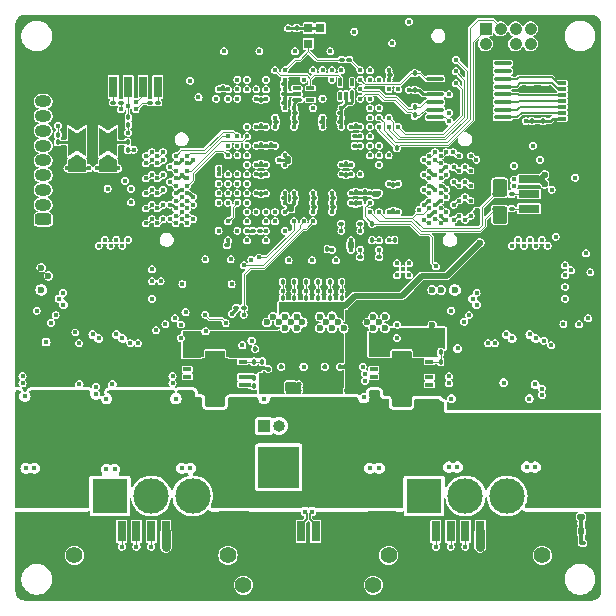
<source format=gbl>
%TF.GenerationSoftware,KiCad,Pcbnew,8.0.0-8.0.0-1~ubuntu22.04.1*%
%TF.CreationDate,2024-03-07T17:31:15+01:00*%
%TF.ProjectId,omodri_laas,6f6d6f64-7269-45f6-9c61-61732e6b6963,3.0*%
%TF.SameCoordinates,Original*%
%TF.FileFunction,Copper,L6,Bot*%
%TF.FilePolarity,Positive*%
%FSLAX46Y46*%
G04 Gerber Fmt 4.6, Leading zero omitted, Abs format (unit mm)*
G04 Created by KiCad (PCBNEW 8.0.0-8.0.0-1~ubuntu22.04.1) date 2024-03-07 17:31:15*
%MOMM*%
%LPD*%
G01*
G04 APERTURE LIST*
G04 Aperture macros list*
%AMRoundRect*
0 Rectangle with rounded corners*
0 $1 Rounding radius*
0 $2 $3 $4 $5 $6 $7 $8 $9 X,Y pos of 4 corners*
0 Add a 4 corners polygon primitive as box body*
4,1,4,$2,$3,$4,$5,$6,$7,$8,$9,$2,$3,0*
0 Add four circle primitives for the rounded corners*
1,1,$1+$1,$2,$3*
1,1,$1+$1,$4,$5*
1,1,$1+$1,$6,$7*
1,1,$1+$1,$8,$9*
0 Add four rect primitives between the rounded corners*
20,1,$1+$1,$2,$3,$4,$5,0*
20,1,$1+$1,$4,$5,$6,$7,0*
20,1,$1+$1,$6,$7,$8,$9,0*
20,1,$1+$1,$8,$9,$2,$3,0*%
%AMFreePoly0*
4,1,29,0.792426,2.342426,0.810000,2.300000,0.810000,1.310000,1.250000,1.310000,1.292426,1.292426,1.310000,1.250000,1.310000,-1.250000,1.292426,-1.292426,1.250000,-1.310000,0.810000,-1.310000,0.810000,-2.300000,0.792426,-2.342426,0.750000,-2.360000,-0.750000,-2.360000,-0.792426,-2.342426,-0.810000,-2.300000,-0.810000,-1.310000,-1.250000,-1.310000,-1.292426,-1.292426,-1.310000,-1.250000,
-1.310000,1.250000,-1.292426,1.292426,-1.250000,1.310000,-0.810000,1.310000,-0.810000,2.300000,-0.792426,2.342426,-0.750000,2.360000,0.750000,2.360000,0.792426,2.342426,0.792426,2.342426,$1*%
%AMFreePoly1*
4,1,6,1.000000,0.000000,0.500000,-0.750000,-0.500000,-0.750000,-0.500000,0.750000,0.500000,0.750000,1.000000,0.000000,1.000000,0.000000,$1*%
%AMFreePoly2*
4,1,7,0.700000,0.000000,1.200000,-0.750000,-1.200000,-0.750000,-0.700000,0.000000,-1.200000,0.750000,1.200000,0.750000,0.700000,0.000000,0.700000,0.000000,$1*%
G04 Aperture macros list end*
%TA.AperFunction,ComponentPad*%
%ADD10C,1.400000*%
%TD*%
%TA.AperFunction,ComponentPad*%
%ADD11R,3.000000X3.000000*%
%TD*%
%TA.AperFunction,ComponentPad*%
%ADD12C,3.000000*%
%TD*%
%TA.AperFunction,ComponentPad*%
%ADD13R,3.500000X3.500000*%
%TD*%
%TA.AperFunction,ComponentPad*%
%ADD14C,3.500000*%
%TD*%
%TA.AperFunction,ComponentPad*%
%ADD15R,1.050000X1.050000*%
%TD*%
%TA.AperFunction,ComponentPad*%
%ADD16O,1.050000X1.050000*%
%TD*%
%TA.AperFunction,ComponentPad*%
%ADD17RoundRect,0.250000X0.450000X-0.250000X0.450000X0.250000X-0.450000X0.250000X-0.450000X-0.250000X0*%
%TD*%
%TA.AperFunction,ComponentPad*%
%ADD18O,1.400000X1.000000*%
%TD*%
%TA.AperFunction,ComponentPad*%
%ADD19R,1.000000X1.000000*%
%TD*%
%TA.AperFunction,ComponentPad*%
%ADD20O,1.000000X1.000000*%
%TD*%
%TA.AperFunction,SMDPad,CuDef*%
%ADD21RoundRect,0.100000X0.100000X-0.130000X0.100000X0.130000X-0.100000X0.130000X-0.100000X-0.130000X0*%
%TD*%
%TA.AperFunction,SMDPad,CuDef*%
%ADD22RoundRect,0.100000X-0.100000X0.130000X-0.100000X-0.130000X0.100000X-0.130000X0.100000X0.130000X0*%
%TD*%
%TA.AperFunction,SMDPad,CuDef*%
%ADD23RoundRect,0.100000X-0.130000X-0.100000X0.130000X-0.100000X0.130000X0.100000X-0.130000X0.100000X0*%
%TD*%
%TA.AperFunction,SMDPad,CuDef*%
%ADD24RoundRect,0.100000X0.130000X0.100000X-0.130000X0.100000X-0.130000X-0.100000X0.130000X-0.100000X0*%
%TD*%
%TA.AperFunction,SMDPad,CuDef*%
%ADD25RoundRect,0.140000X0.170000X-0.140000X0.170000X0.140000X-0.170000X0.140000X-0.170000X-0.140000X0*%
%TD*%
%TA.AperFunction,SMDPad,CuDef*%
%ADD26RoundRect,0.140000X0.140000X0.170000X-0.140000X0.170000X-0.140000X-0.170000X0.140000X-0.170000X0*%
%TD*%
%TA.AperFunction,SMDPad,CuDef*%
%ADD27RoundRect,0.140000X-0.140000X-0.170000X0.140000X-0.170000X0.140000X0.170000X-0.140000X0.170000X0*%
%TD*%
%TA.AperFunction,SMDPad,CuDef*%
%ADD28RoundRect,0.135000X-0.185000X0.135000X-0.185000X-0.135000X0.185000X-0.135000X0.185000X0.135000X0*%
%TD*%
%TA.AperFunction,SMDPad,CuDef*%
%ADD29RoundRect,0.070000X0.355000X-0.070000X0.355000X0.070000X-0.355000X0.070000X-0.355000X-0.070000X0*%
%TD*%
%TA.AperFunction,SMDPad,CuDef*%
%ADD30RoundRect,0.070000X0.305000X-0.070000X0.305000X0.070000X-0.305000X0.070000X-0.305000X-0.070000X0*%
%TD*%
%TA.AperFunction,SMDPad,CuDef*%
%ADD31RoundRect,0.250000X2.450000X-0.650000X2.450000X0.650000X-2.450000X0.650000X-2.450000X-0.650000X0*%
%TD*%
%TA.AperFunction,SMDPad,CuDef*%
%ADD32RoundRect,0.070000X0.070000X0.355000X-0.070000X0.355000X-0.070000X-0.355000X0.070000X-0.355000X0*%
%TD*%
%TA.AperFunction,SMDPad,CuDef*%
%ADD33RoundRect,0.070000X0.070000X0.305000X-0.070000X0.305000X-0.070000X-0.305000X0.070000X-0.305000X0*%
%TD*%
%TA.AperFunction,SMDPad,CuDef*%
%ADD34RoundRect,0.100000X-0.637500X-0.100000X0.637500X-0.100000X0.637500X0.100000X-0.637500X0.100000X0*%
%TD*%
%TA.AperFunction,SMDPad,CuDef*%
%ADD35R,1.800000X0.700000*%
%TD*%
%TA.AperFunction,SMDPad,CuDef*%
%ADD36R,2.200000X1.600000*%
%TD*%
%TA.AperFunction,SMDPad,CuDef*%
%ADD37R,0.700000X1.800000*%
%TD*%
%TA.AperFunction,SMDPad,CuDef*%
%ADD38R,1.600000X2.200000*%
%TD*%
%TA.AperFunction,SMDPad,CuDef*%
%ADD39R,0.700000X0.300000*%
%TD*%
%TA.AperFunction,SMDPad,CuDef*%
%ADD40R,1.000000X0.300000*%
%TD*%
%TA.AperFunction,SMDPad,CuDef*%
%ADD41RoundRect,0.135000X-0.135000X-0.185000X0.135000X-0.185000X0.135000X0.185000X-0.135000X0.185000X0*%
%TD*%
%TA.AperFunction,SMDPad,CuDef*%
%ADD42C,0.400000*%
%TD*%
%TA.AperFunction,SMDPad,CuDef*%
%ADD43R,0.700000X0.800000*%
%TD*%
%TA.AperFunction,SMDPad,CuDef*%
%ADD44RoundRect,0.250000X-1.100000X0.325000X-1.100000X-0.325000X1.100000X-0.325000X1.100000X0.325000X0*%
%TD*%
%TA.AperFunction,SMDPad,CuDef*%
%ADD45R,0.499999X0.200000*%
%TD*%
%TA.AperFunction,SMDPad,CuDef*%
%ADD46R,1.400000X0.500000*%
%TD*%
%TA.AperFunction,SMDPad,CuDef*%
%ADD47R,0.700000X0.350000*%
%TD*%
%TA.AperFunction,SMDPad,CuDef*%
%ADD48FreePoly0,0.000000*%
%TD*%
%TA.AperFunction,SMDPad,CuDef*%
%ADD49RoundRect,0.250000X0.475000X-0.250000X0.475000X0.250000X-0.475000X0.250000X-0.475000X-0.250000X0*%
%TD*%
%TA.AperFunction,SMDPad,CuDef*%
%ADD50RoundRect,0.225000X0.250000X-0.225000X0.250000X0.225000X-0.250000X0.225000X-0.250000X-0.225000X0*%
%TD*%
%TA.AperFunction,SMDPad,CuDef*%
%ADD51FreePoly1,90.000000*%
%TD*%
%TA.AperFunction,SMDPad,CuDef*%
%ADD52FreePoly2,90.000000*%
%TD*%
%TA.AperFunction,SMDPad,CuDef*%
%ADD53FreePoly1,270.000000*%
%TD*%
%TA.AperFunction,SMDPad,CuDef*%
%ADD54RoundRect,0.250000X-0.250000X-0.475000X0.250000X-0.475000X0.250000X0.475000X-0.250000X0.475000X0*%
%TD*%
%TA.AperFunction,ViaPad*%
%ADD55C,0.450000*%
%TD*%
%TA.AperFunction,ViaPad*%
%ADD56C,0.600000*%
%TD*%
%TA.AperFunction,Conductor*%
%ADD57C,0.250000*%
%TD*%
%TA.AperFunction,Conductor*%
%ADD58C,0.200000*%
%TD*%
%TA.AperFunction,Conductor*%
%ADD59C,0.700000*%
%TD*%
%TA.AperFunction,Conductor*%
%ADD60C,0.350000*%
%TD*%
%TA.AperFunction,Conductor*%
%ADD61C,0.125000*%
%TD*%
%TA.AperFunction,Conductor*%
%ADD62C,0.500000*%
%TD*%
%TA.AperFunction,Conductor*%
%ADD63C,0.750000*%
%TD*%
%TA.AperFunction,Conductor*%
%ADD64C,0.102000*%
%TD*%
%TA.AperFunction,Conductor*%
%ADD65C,0.150000*%
%TD*%
G04 APERTURE END LIST*
D10*
%TO.P,J11,*%
%TO.N,*%
X144800000Y-95975000D03*
X131800000Y-95975000D03*
D11*
%TO.P,J11,1,Pin_1*%
%TO.N,/OMODRI_driver_M2/MOTOR_CH1*%
X134800000Y-90975000D03*
D12*
%TO.P,J11,2,Pin_2*%
%TO.N,/OMODRI_driver_M2/MOTOR_CH2*%
X138300000Y-90975000D03*
%TO.P,J11,3,Pin_3*%
%TO.N,/OMODRI_driver_M2/MOTOR_CH3*%
X141800000Y-90975000D03*
%TD*%
D10*
%TO.P,J6,*%
%TO.N,*%
X130500000Y-98500000D03*
X119500000Y-98500000D03*
D13*
%TO.P,J6,1,Pin_1*%
%TO.N,GND*%
X122500000Y-88500000D03*
D14*
%TO.P,J6,2,Pin_2*%
%TO.N,VPOWER*%
X127500000Y-88500000D03*
%TD*%
D10*
%TO.P,J10,*%
%TO.N,*%
X118200000Y-95975000D03*
X105200000Y-95975000D03*
D11*
%TO.P,J10,1,Pin_1*%
%TO.N,/OMODRI_driver_M1/MOTOR_CH1*%
X108200000Y-90975000D03*
D12*
%TO.P,J10,2,Pin_2*%
%TO.N,/OMODRI_driver_M1/MOTOR_CH2*%
X111700000Y-90975000D03*
%TO.P,J10,3,Pin_3*%
%TO.N,/OMODRI_driver_M1/MOTOR_CH3*%
X115200000Y-90975000D03*
%TD*%
D15*
%TO.P,J7,1,Pin_1*%
%TO.N,/JTAG + CLOCK + RESET/~{TRSTn}*%
X140000000Y-51400000D03*
D16*
%TO.P,J7,2,Pin_2*%
%TO.N,VDD_3V3*%
X140000000Y-52670000D03*
%TO.P,J7,3,Pin_3*%
%TO.N,/JTAG + CLOCK + RESET/TCK*%
X141270000Y-51400000D03*
%TO.P,J7,4,Pin_4*%
%TO.N,GND*%
X141270000Y-52670000D03*
%TO.P,J7,5,Pin_5*%
%TO.N,/JTAG + CLOCK + RESET/TMS*%
X142540000Y-51400000D03*
%TO.P,J7,6,Pin_6*%
%TO.N,unconnected-(J7-Pin_6-Pad6)*%
X142540000Y-52670000D03*
%TO.P,J7,7,Pin_7*%
%TO.N,/JTAG + CLOCK + RESET/TDI*%
X143810000Y-51400000D03*
%TO.P,J7,8,Pin_8*%
%TO.N,/JTAG + CLOCK + RESET/TDO*%
X143810000Y-52670000D03*
%TD*%
D17*
%TO.P,J12,1,Pin_1*%
%TO.N,VDD_3V3*%
X102550000Y-67525000D03*
D18*
%TO.P,J12,2,Pin_2*%
%TO.N,/OMODRI_GPIO/DBG_GPIO_0*%
X102550000Y-66275000D03*
%TO.P,J12,3,Pin_3*%
%TO.N,/OMODRI_GPIO/DBG_GPIO_1*%
X102550000Y-65025000D03*
%TO.P,J12,4,Pin_4*%
%TO.N,/OMODRI_GPIO/DBG_GPIO_2*%
X102550000Y-63775000D03*
%TO.P,J12,5,Pin_5*%
%TO.N,/OMODRI_GPIO/DBG_GPIO_3*%
X102550000Y-62525000D03*
%TO.P,J12,6,Pin_6*%
%TO.N,/OMODRI_GPIO/DBG_SPI_CLK*%
X102550000Y-61275000D03*
%TO.P,J12,7,Pin_7*%
%TO.N,/OMODRI_GPIO/~{DBG_SPI_CSn}*%
X102550000Y-60025000D03*
%TO.P,J12,8,Pin_8*%
%TO.N,/OMODRI_GPIO/DBG_SPI_SIMO*%
X102550000Y-58775000D03*
%TO.P,J12,9,Pin_9*%
%TO.N,/OMODRI_GPIO/DBG_SPI_SOMI*%
X102550000Y-57525000D03*
%TO.P,J12,10,Pin_10*%
%TO.N,GND*%
X102550000Y-56275000D03*
%TD*%
D19*
%TO.P,J16,1,Pin_1*%
%TO.N,/OMODRI_CAN_RS485/CAN_RS485_N*%
X121250000Y-85000000D03*
D20*
%TO.P,J16,2,Pin_2*%
%TO.N,Net-(J16-Pin_2)*%
X122520000Y-85000000D03*
%TD*%
D21*
%TO.P,C50,1*%
%TO.N,VDDA_3V3*%
X129000000Y-65220000D03*
%TO.P,C50,2*%
%TO.N,GND*%
X129000000Y-64580000D03*
%TD*%
D22*
%TO.P,C47,1*%
%TO.N,/OMODRI_GPIO/M2_Ib*%
X130400000Y-69300000D03*
%TO.P,C47,2*%
%TO.N,GND*%
X130400000Y-69940000D03*
%TD*%
D23*
%TO.P,C83,1*%
%TO.N,VDD_3V3*%
X127080000Y-66500000D03*
%TO.P,C83,2*%
%TO.N,GND*%
X127720000Y-66500000D03*
%TD*%
%TO.P,C94,1*%
%TO.N,VDD_3V3*%
X131880000Y-55300000D03*
%TO.P,C94,2*%
%TO.N,GND*%
X132520000Y-55300000D03*
%TD*%
D22*
%TO.P,C93,1*%
%TO.N,VDD_3V3*%
X132200000Y-64580000D03*
%TO.P,C93,2*%
%TO.N,GND*%
X132200000Y-65220000D03*
%TD*%
D21*
%TO.P,C92,1*%
%TO.N,VDD_3V3*%
X126600000Y-70020000D03*
%TO.P,C92,2*%
%TO.N,GND*%
X126600000Y-69380000D03*
%TD*%
D24*
%TO.P,C91,1*%
%TO.N,VDD_3V3*%
X118120000Y-69700000D03*
%TO.P,C91,2*%
%TO.N,GND*%
X117480000Y-69700000D03*
%TD*%
D22*
%TO.P,C89,1*%
%TO.N,VDD_3V3*%
X121000000Y-57380000D03*
%TO.P,C89,2*%
%TO.N,GND*%
X121000000Y-58020000D03*
%TD*%
D24*
%TO.P,C86,1*%
%TO.N,VDD_3V3*%
X127720000Y-59300000D03*
%TO.P,C86,2*%
%TO.N,GND*%
X127080000Y-59300000D03*
%TD*%
D22*
%TO.P,C81,1*%
%TO.N,VDD_3V3*%
X121000000Y-65380000D03*
%TO.P,C81,2*%
%TO.N,GND*%
X121000000Y-66020000D03*
%TD*%
D24*
%TO.P,C82,1*%
%TO.N,VDD_3V3*%
X122920000Y-65700000D03*
%TO.P,C82,2*%
%TO.N,GND*%
X122280000Y-65700000D03*
%TD*%
D21*
%TO.P,C80,1*%
%TO.N,VDD_3V3*%
X121000000Y-62820000D03*
%TO.P,C80,2*%
%TO.N,GND*%
X121000000Y-62180000D03*
%TD*%
D23*
%TO.P,C78,1*%
%TO.N,VDD_1V2*%
X122280000Y-59300000D03*
%TO.P,C78,2*%
%TO.N,GND*%
X122920000Y-59300000D03*
%TD*%
D21*
%TO.P,C76,1*%
%TO.N,VDD_1V2*%
X129000000Y-59620000D03*
%TO.P,C76,2*%
%TO.N,GND*%
X129000000Y-58980000D03*
%TD*%
%TO.P,C75,1*%
%TO.N,VDD_1V2*%
X128200000Y-62820000D03*
%TO.P,C75,2*%
%TO.N,GND*%
X128200000Y-62180000D03*
%TD*%
D22*
%TO.P,C73,1*%
%TO.N,VDD_1V2*%
X121000000Y-63780000D03*
%TO.P,C73,2*%
%TO.N,GND*%
X121000000Y-64420000D03*
%TD*%
D25*
%TO.P,C63,1*%
%TO.N,VDDA_3V3*%
X130700000Y-65380000D03*
%TO.P,C63,2*%
%TO.N,GND*%
X130700000Y-64420000D03*
%TD*%
D24*
%TO.P,C2,1*%
%TO.N,/OMODRI_GPIO/ANALOG_IN2*%
X140820000Y-65375000D03*
%TO.P,C2,2*%
%TO.N,GND*%
X140180000Y-65375000D03*
%TD*%
%TO.P,C52,1*%
%TO.N,VDD_3V3*%
X128920000Y-61300000D03*
%TO.P,C52,2*%
%TO.N,GND*%
X128280000Y-61300000D03*
%TD*%
D23*
%TO.P,C61,1*%
%TO.N,VDD_3V3*%
X123880000Y-65700000D03*
%TO.P,C61,2*%
%TO.N,GND*%
X124520000Y-65700000D03*
%TD*%
D22*
%TO.P,C51,1*%
%TO.N,VDDA_3V3*%
X129000000Y-66180000D03*
%TO.P,C51,2*%
%TO.N,GND*%
X129000000Y-66820000D03*
%TD*%
D26*
%TO.P,C70,1*%
%TO.N,REF_3V0_BUF*%
X128600000Y-69700000D03*
%TO.P,C70,2*%
%TO.N,GND*%
X127640000Y-69700000D03*
%TD*%
D27*
%TO.P,C60,1*%
%TO.N,VDD_3V3*%
X123520000Y-66600000D03*
%TO.P,C60,2*%
%TO.N,GND*%
X124480000Y-66600000D03*
%TD*%
%TO.P,C66,1*%
%TO.N,VDD_1V2*%
X123240000Y-62500000D03*
%TO.P,C66,2*%
%TO.N,GND*%
X124200000Y-62500000D03*
%TD*%
D24*
%TO.P,C53,1*%
%TO.N,VDD_3V3*%
X128920000Y-60500000D03*
%TO.P,C53,2*%
%TO.N,GND*%
X128280000Y-60500000D03*
%TD*%
%TO.P,C54,1*%
%TO.N,VDD_3V3*%
X122920000Y-57700000D03*
%TO.P,C54,2*%
%TO.N,GND*%
X122280000Y-57700000D03*
%TD*%
D21*
%TO.P,C79,1*%
%TO.N,VDD_3V3*%
X121000000Y-59620000D03*
%TO.P,C79,2*%
%TO.N,GND*%
X121000000Y-58980000D03*
%TD*%
%TO.P,C72,1*%
%TO.N,VDD_1V2*%
X121000000Y-61220000D03*
%TO.P,C72,2*%
%TO.N,GND*%
X121000000Y-60580000D03*
%TD*%
D23*
%TO.P,R6,1*%
%TO.N,/OMODRI_GPIO/ANALOG_IN2*%
X141580000Y-65375000D03*
%TO.P,R6,2*%
%TO.N,/analog2*%
X142220000Y-65375000D03*
%TD*%
D22*
%TO.P,R16,1*%
%TO.N,GND*%
X134000000Y-54530000D03*
%TO.P,R16,2*%
%TO.N,/OMODRI_FSI_TX/FSI_TX_CLK*%
X134000000Y-55170000D03*
%TD*%
D28*
%TO.P,R24,1*%
%TO.N,VPOWER*%
X148100000Y-91690000D03*
%TO.P,R24,2*%
%TO.N,/OMODRI_GPIO/M1_Vbus*%
X148100000Y-92710000D03*
%TD*%
D29*
%TO.P,U8,1,SENSE*%
%TO.N,VDD_1V2*%
X124075000Y-57400000D03*
D30*
%TO.P,U8,2,VDD*%
%TO.N,VDD_3V3*%
X124025000Y-56900000D03*
%TO.P,U8,3,CT*%
%TO.N,unconnected-(U8-CT-Pad3)*%
X124025000Y-56400000D03*
%TO.P,U8,4,~{RESETn}*%
%TO.N,/JTAG + CLOCK + RESET/~{XRSn}*%
X125175000Y-56400000D03*
%TO.P,U8,5,GND*%
%TO.N,GND*%
X125175000Y-56900000D03*
%TO.P,U8,6,~{MR}*%
%TO.N,unconnected-(U8-~{MR}-Pad6)*%
X125175000Y-57400000D03*
%TD*%
D21*
%TO.P,C13,1*%
%TO.N,VDD_3V3*%
X134000000Y-56570000D03*
%TO.P,C13,2*%
%TO.N,GND*%
X134000000Y-55930000D03*
%TD*%
D31*
%TO.P,C15,1*%
%TO.N,VPOWER*%
X104000000Y-85050000D03*
%TO.P,C15,2*%
%TO.N,GND*%
X104000000Y-79950000D03*
%TD*%
%TO.P,C16,1*%
%TO.N,VPOWER*%
X110200000Y-85050000D03*
%TO.P,C16,2*%
%TO.N,GND*%
X110200000Y-79950000D03*
%TD*%
D24*
%TO.P,C1,1*%
%TO.N,/OMODRI_GPIO/ANALOG_IN1*%
X140820000Y-66625000D03*
%TO.P,C1,2*%
%TO.N,GND*%
X140180000Y-66625000D03*
%TD*%
D21*
%TO.P,R11,1*%
%TO.N,5V0*%
X123825000Y-74820000D03*
%TO.P,R11,2*%
%TO.N,/OMODRI_QuadEncod/ENC2_B*%
X123825000Y-74180000D03*
%TD*%
%TO.P,R9,1*%
%TO.N,5V0*%
X125825000Y-74820000D03*
%TO.P,R9,2*%
%TO.N,/OMODRI_QuadEncod/ENC1_A*%
X125825000Y-74180000D03*
%TD*%
%TO.P,R12,1*%
%TO.N,5V0*%
X122825000Y-74820000D03*
%TO.P,R12,2*%
%TO.N,/OMODRI_QuadEncod/ENC2_A*%
X122825000Y-74180000D03*
%TD*%
%TO.P,C10,1*%
%TO.N,/OMODRI_QuadEncod/ENC2_B*%
X123825000Y-72820000D03*
%TO.P,C10,2*%
%TO.N,GND*%
X123825000Y-72180000D03*
%TD*%
%TO.P,C6,1*%
%TO.N,/OMODRI_QuadEncod/ENC1_A*%
X125825000Y-72820000D03*
%TO.P,C6,2*%
%TO.N,GND*%
X125825000Y-72180000D03*
%TD*%
%TO.P,C11,1*%
%TO.N,/OMODRI_QuadEncod/ENC2_A*%
X122825000Y-72820000D03*
%TO.P,C11,2*%
%TO.N,GND*%
X122825000Y-72180000D03*
%TD*%
%TO.P,R10,1*%
%TO.N,5V0*%
X124825000Y-74820000D03*
%TO.P,R10,2*%
%TO.N,/OMODRI_QuadEncod/ENC2_I*%
X124825000Y-74180000D03*
%TD*%
%TO.P,C5,1*%
%TO.N,/OMODRI_QuadEncod/ENC1_B*%
X126825000Y-72820000D03*
%TO.P,C5,2*%
%TO.N,GND*%
X126825000Y-72180000D03*
%TD*%
%TO.P,C9,1*%
%TO.N,/OMODRI_QuadEncod/ENC2_I*%
X124825000Y-72820000D03*
%TO.P,C9,2*%
%TO.N,GND*%
X124825000Y-72180000D03*
%TD*%
%TO.P,C4,1*%
%TO.N,/OMODRI_QuadEncod/ENC1_I*%
X127825000Y-72820000D03*
%TO.P,C4,2*%
%TO.N,GND*%
X127825000Y-72180000D03*
%TD*%
%TO.P,C64,1*%
%TO.N,VDDA_3V3*%
X129800000Y-65220000D03*
%TO.P,C64,2*%
%TO.N,GND*%
X129800000Y-64580000D03*
%TD*%
D24*
%TO.P,C21,1*%
%TO.N,VDD_3V3*%
X127720000Y-58500000D03*
%TO.P,C21,2*%
%TO.N,GND*%
X127080000Y-58500000D03*
%TD*%
D32*
%TO.P,U7,1,SENSE*%
%TO.N,VDD_3V3*%
X128700000Y-57025000D03*
D33*
%TO.P,U7,2,VDD*%
X128200000Y-57075000D03*
%TO.P,U7,3,CT*%
%TO.N,unconnected-(U7-CT-Pad3)*%
X127700000Y-57075000D03*
%TO.P,U7,4,~{RESETn}*%
%TO.N,/JTAG + CLOCK + RESET/~{XRSn}*%
X127700000Y-55925000D03*
%TO.P,U7,5,GND*%
%TO.N,GND*%
X128200000Y-55925000D03*
%TO.P,U7,6,~{MR}*%
%TO.N,unconnected-(U7-~{MR}-Pad6)*%
X128700000Y-55925000D03*
%TD*%
D31*
%TO.P,C17,1*%
%TO.N,VPOWER*%
X140000000Y-85050000D03*
%TO.P,C17,2*%
%TO.N,GND*%
X140000000Y-79950000D03*
%TD*%
D21*
%TO.P,C88,1*%
%TO.N,VDD_3V3*%
X117400000Y-63220000D03*
%TO.P,C88,2*%
%TO.N,GND*%
X117400000Y-62580000D03*
%TD*%
D24*
%TO.P,C87,1*%
%TO.N,VDD_3V3*%
X126120000Y-59300000D03*
%TO.P,C87,2*%
%TO.N,GND*%
X125480000Y-59300000D03*
%TD*%
D23*
%TO.P,C67,1*%
%TO.N,VDD_1V2*%
X123880000Y-59300000D03*
%TO.P,C67,2*%
%TO.N,GND*%
X124520000Y-59300000D03*
%TD*%
D24*
%TO.P,C22,1*%
%TO.N,VDD_3V3*%
X122920000Y-56100000D03*
%TO.P,C22,2*%
%TO.N,GND*%
X122280000Y-56100000D03*
%TD*%
D21*
%TO.P,R14,1*%
%TO.N,GND*%
X134000000Y-59370000D03*
%TO.P,R14,2*%
%TO.N,/OMODRI_FSI_TX/FSI_TX_D0*%
X134000000Y-58730000D03*
%TD*%
%TO.P,C34,1*%
%TO.N,/OMODRI_GPIO/M1_Ib*%
X132300000Y-69300000D03*
%TO.P,C34,2*%
%TO.N,GND*%
X132300000Y-68660000D03*
%TD*%
D24*
%TO.P,C33,1*%
%TO.N,/OMODRI_GPIO/M1_Ic*%
X127800000Y-67900000D03*
%TO.P,C33,2*%
%TO.N,GND*%
X127160000Y-67900000D03*
%TD*%
%TO.P,R67,1*%
%TO.N,/OMODRI_COM_SPI_USB/COM_SOMI*%
X112250000Y-57650000D03*
%TO.P,R67,2*%
%TO.N,/OMODRI_COM_SPI_USB/COM_SPI_SOMI*%
X111610000Y-57650000D03*
%TD*%
D34*
%TO.P,U4,1,EN*%
%TO.N,/OMODRI_FSI_TX/FSI_TX_EN*%
X135737500Y-58875000D03*
%TO.P,U4,2,DIN1*%
%TO.N,/OMODRI_FSI_TX/FSI_TX_D0*%
X135737500Y-58225000D03*
%TO.P,U4,3,DIN2*%
%TO.N,/OMODRI_FSI_TX/FSI_TX_D1*%
X135737500Y-57575000D03*
%TO.P,U4,4,VCC*%
%TO.N,VDD_3V3*%
X135737500Y-56925000D03*
%TO.P,U4,5,GND*%
%TO.N,GND*%
X135737500Y-56275000D03*
%TO.P,U4,6,DIN3*%
%TO.N,/OMODRI_FSI_TX/FSI_TX_CLK*%
X135737500Y-55625000D03*
%TO.P,U4,7,DIN4*%
%TO.N,GND*%
X135737500Y-54975000D03*
%TO.P,U4,8,~{EN_n}*%
X135737500Y-54325000D03*
%TO.P,U4,9,DOUT4-*%
%TO.N,unconnected-(U4-DOUT4--Pad9)*%
X141462500Y-54325000D03*
%TO.P,U4,10,DOUT4+*%
%TO.N,unconnected-(U4-DOUT4+-Pad10)*%
X141462500Y-54975000D03*
%TO.P,U4,11,DOUT3+*%
%TO.N,/OMODRI_FSI_TX/TX_CLK_LVDS_P*%
X141462500Y-55625000D03*
%TO.P,U4,12,DOUT3-*%
%TO.N,/OMODRI_FSI_TX/TX_CLK_LVDS_N*%
X141462500Y-56275000D03*
%TO.P,U4,13,DOUT2-*%
%TO.N,/OMODRI_FSI_TX/TX_D0_LVDS_N*%
X141462500Y-56925000D03*
%TO.P,U4,14,DOUT2+*%
%TO.N,/OMODRI_FSI_TX/TX_D0_LVDS_P*%
X141462500Y-57575000D03*
%TO.P,U4,15,DOUT1+*%
%TO.N,/OMODRI_FSI_TX/TX_D1_LVDS_P*%
X141462500Y-58225000D03*
%TO.P,U4,16,DOUT1-*%
%TO.N,/OMODRI_FSI_TX/TX_D1_LVDS_N*%
X141462500Y-58875000D03*
%TD*%
D22*
%TO.P,R15,1*%
%TO.N,GND*%
X134000000Y-57330000D03*
%TO.P,R15,2*%
%TO.N,/OMODRI_FSI_TX/FSI_TX_D1*%
X134000000Y-57970000D03*
%TD*%
D23*
%TO.P,R5,1*%
%TO.N,/OMODRI_GPIO/ANALOG_IN1*%
X141580000Y-66625000D03*
%TO.P,R5,2*%
%TO.N,/analog1*%
X142220000Y-66625000D03*
%TD*%
D35*
%TO.P,J1,1,Pin_1*%
%TO.N,GND*%
X143700000Y-67875000D03*
%TO.P,J1,2,Pin_2*%
%TO.N,/analog1*%
X143700000Y-66625000D03*
%TO.P,J1,3,Pin_3*%
%TO.N,/analog2*%
X143700000Y-65375000D03*
%TO.P,J1,4,Pin_4*%
%TO.N,VDDA_3V3*%
X143700000Y-64125000D03*
D36*
%TO.P,J1,MP1,MountPin1*%
%TO.N,GND*%
X147000000Y-70225000D03*
%TO.P,J1,MP2,MountPin2*%
X147000000Y-61775000D03*
%TD*%
D37*
%TO.P,J14,1,Pin_1*%
%TO.N,GND*%
X113500000Y-56300000D03*
%TO.P,J14,2,Pin_2*%
%TO.N,/OMODRI_COM_SPI_USB/COM_SOMI*%
X112250000Y-56300000D03*
%TO.P,J14,3,Pin_3*%
%TO.N,/OMODRI_COM_SPI_USB/COM_SPI_CLK*%
X111000000Y-56300000D03*
%TO.P,J14,4,Pin_4*%
%TO.N,/OMODRI_COM_SPI_USB/~{COM_SPI_CSn}*%
X109750000Y-56300000D03*
%TO.P,J14,5,Pin_5*%
%TO.N,/OMODRI_COM_SPI_USB/COM_SIMO*%
X108500000Y-56300000D03*
D38*
%TO.P,J14,MP1,MountPin1*%
%TO.N,GND*%
X115850000Y-53000000D03*
%TO.P,J14,MP2,MountPin2*%
X106150000Y-53000000D03*
%TD*%
D37*
%TO.P,J2,1,Pin_1*%
%TO.N,/OMODRI_QuadEncod/ENC1_A*%
X135800000Y-93950000D03*
%TO.P,J2,2,Pin_2*%
%TO.N,/OMODRI_QuadEncod/ENC1_B*%
X137050000Y-93950000D03*
%TO.P,J2,3,Pin_3*%
%TO.N,/OMODRI_QuadEncod/ENC1_I*%
X138300000Y-93950000D03*
%TO.P,J2,4,Pin_4*%
%TO.N,5V0*%
X139550000Y-93950000D03*
%TO.P,J2,5,Pin_5*%
%TO.N,GND*%
X140800000Y-93950000D03*
D38*
%TO.P,J2,MP1,MountPin1*%
X133450000Y-97250000D03*
%TO.P,J2,MP2,MountPin2*%
X143150000Y-97250000D03*
%TD*%
D37*
%TO.P,J3,1,Pin_1*%
%TO.N,/OMODRI_QuadEncod/ENC2_A*%
X109200000Y-93950000D03*
%TO.P,J3,2,Pin_2*%
%TO.N,/OMODRI_QuadEncod/ENC2_B*%
X110450000Y-93950000D03*
%TO.P,J3,3,Pin_3*%
%TO.N,/OMODRI_QuadEncod/ENC2_I*%
X111700000Y-93950000D03*
%TO.P,J3,4,Pin_4*%
%TO.N,5V0*%
X112950000Y-93950000D03*
%TO.P,J3,5,Pin_5*%
%TO.N,GND*%
X114200000Y-93950000D03*
D38*
%TO.P,J3,MP1,MountPin1*%
X106850000Y-97250000D03*
%TO.P,J3,MP2,MountPin2*%
X116550000Y-97250000D03*
%TD*%
D39*
%TO.P,J4,1,Pin_1*%
%TO.N,/OMODRI_FSI_TX/TX_CLK_LVDS_P*%
X146500000Y-56000000D03*
%TO.P,J4,2,Pin_2*%
%TO.N,/OMODRI_FSI_TX/TX_CLK_LVDS_N*%
X146500000Y-56500000D03*
%TO.P,J4,3,Pin_3*%
%TO.N,/OMODRI_FSI_TX/TX_D0_LVDS_N*%
X146500000Y-57000000D03*
%TO.P,J4,4,Pin_4*%
%TO.N,/OMODRI_FSI_TX/TX_D0_LVDS_P*%
X146500000Y-57500000D03*
%TO.P,J4,5,Pin_5*%
%TO.N,/OMODRI_FSI_TX/TX_D1_LVDS_P*%
X146500000Y-58000000D03*
%TO.P,J4,6,Pin_6*%
%TO.N,/OMODRI_FSI_TX/TX_D1_LVDS_N*%
X146500000Y-58500000D03*
%TO.P,J4,7,Pin_7*%
%TO.N,/OMODRI_FSI_TX/FSI_TX_EN*%
X146500000Y-59000000D03*
%TO.P,J4,8,Pin_8*%
%TO.N,GND*%
X146500000Y-59500000D03*
D40*
%TO.P,J4,MP1,MountPin1*%
X149150000Y-55210000D03*
%TO.P,J4,MP2,MountPin2*%
X149150000Y-60290000D03*
%TD*%
D24*
%TO.P,C46,1*%
%TO.N,/OMODRI_GPIO/M2_Ic*%
X129400000Y-67900000D03*
%TO.P,C46,2*%
%TO.N,GND*%
X128760000Y-67900000D03*
%TD*%
D21*
%TO.P,R7,1*%
%TO.N,5V0*%
X127825000Y-74820000D03*
%TO.P,R7,2*%
%TO.N,/OMODRI_QuadEncod/ENC1_I*%
X127825000Y-74180000D03*
%TD*%
D22*
%TO.P,C19,1*%
%TO.N,/OMODRI_GPIO/M1_Vbus*%
X130400000Y-67880000D03*
%TO.P,C19,2*%
%TO.N,GND*%
X130400000Y-68520000D03*
%TD*%
D21*
%TO.P,C71,1*%
%TO.N,REF_3V0_BUF*%
X132200000Y-66820000D03*
%TO.P,C71,2*%
%TO.N,GND*%
X132200000Y-66180000D03*
%TD*%
D23*
%TO.P,R55,1*%
%TO.N,VDD_1V2*%
X125480000Y-65700000D03*
%TO.P,R55,2*%
%TO.N,GND*%
X126120000Y-65700000D03*
%TD*%
%TO.P,C48,1*%
%TO.N,/OMODRI_GPIO/M2_Ia*%
X131000000Y-70700000D03*
%TO.P,C48,2*%
%TO.N,GND*%
X131640000Y-70700000D03*
%TD*%
D24*
%TO.P,C55,1*%
%TO.N,VDD_3V3*%
X122920000Y-56900000D03*
%TO.P,C55,2*%
%TO.N,GND*%
X122280000Y-56900000D03*
%TD*%
D41*
%TO.P,R25,1*%
%TO.N,/OMODRI_GPIO/M1_Vbus*%
X148100000Y-93950000D03*
%TO.P,R25,2*%
%TO.N,GND*%
X149120000Y-93950000D03*
%TD*%
D21*
%TO.P,R8,1*%
%TO.N,5V0*%
X126825000Y-74820000D03*
%TO.P,R8,2*%
%TO.N,/OMODRI_QuadEncod/ENC1_B*%
X126825000Y-74180000D03*
%TD*%
D22*
%TO.P,C20,1*%
%TO.N,VDD_3V3*%
X124000000Y-51350000D03*
%TO.P,C20,2*%
%TO.N,GND*%
X124000000Y-51990000D03*
%TD*%
D23*
%TO.P,D5,1,IO*%
%TO.N,/OMODRI_GPIO/M1_Vbus*%
X148265000Y-94950000D03*
%TO.P,D5,2,GND*%
%TO.N,GND*%
X148905000Y-94950000D03*
%TD*%
D21*
%TO.P,D7,1,IO*%
%TO.N,/OMODRI_GPIO/ANALOG_IN2*%
X141200000Y-64320000D03*
%TO.P,D7,2,GND*%
%TO.N,GND*%
X141200000Y-63680000D03*
%TD*%
D22*
%TO.P,D8,1,IO*%
%TO.N,/OMODRI_GPIO/ANALOG_IN1*%
X141200000Y-67680000D03*
%TO.P,D8,2,GND*%
%TO.N,GND*%
X141200000Y-68320000D03*
%TD*%
D21*
%TO.P,R56,1*%
%TO.N,VDD_1V2*%
X121800000Y-61220000D03*
%TO.P,R56,2*%
%TO.N,GND*%
X121800000Y-60580000D03*
%TD*%
D24*
%TO.P,C35,1*%
%TO.N,/OMODRI_GPIO/M1_Ia*%
X129400000Y-70700000D03*
%TO.P,C35,2*%
%TO.N,GND*%
X128760000Y-70700000D03*
%TD*%
D42*
%TO.P,J9,A01,A01*%
%TO.N,/OMODRI_GPIO/ESC_LED_RUN*%
X111250000Y-62142500D03*
%TO.P,J9,A02,A02*%
%TO.N,/OMODRI_GPIO/ESC_LED_LINK1_ACTIVE*%
X111250000Y-62777500D03*
%TO.P,J9,A03,A03*%
%TO.N,GND*%
X111250000Y-63412500D03*
%TO.P,J9,A04,A04*%
%TO.N,/OMODRI_GPIO/~{ESC_PHY_RESETn}*%
X111250000Y-64047500D03*
%TO.P,J9,A05,A05*%
%TO.N,GND*%
X111250000Y-64682500D03*
%TO.P,J9,A06,A06*%
%TO.N,/OMODRI_GPIO/ECAT0_INT*%
X111250000Y-65317500D03*
%TO.P,J9,A07,A07*%
%TO.N,GND*%
X111250000Y-65952500D03*
%TO.P,J9,A08,A08*%
%TO.N,/OMODRI_GPIO/ESC_TX0_D1*%
X111250000Y-66587500D03*
%TO.P,J9,A09,A09*%
%TO.N,GND*%
X111250000Y-67222500D03*
%TO.P,J9,A10,A10*%
%TO.N,/OMODRI_GPIO/ESC_RX0_D3*%
X111250000Y-67857500D03*
%TO.P,J9,B01,B01*%
%TO.N,/OMODRI_GPIO/ESC_LED_ERR*%
X112210000Y-62142500D03*
%TO.P,J9,B02,B02*%
%TO.N,/OMODRI_GPIO/ESC_LED_LINK0_ACTIVE*%
X112210000Y-62777500D03*
%TO.P,J9,B03,B03*%
%TO.N,GND*%
X112210000Y-63412500D03*
%TO.P,J9,B04,B04*%
%TO.N,/OMODRI_GPIO/ESC_MDIO_DATA*%
X112210000Y-64047500D03*
%TO.P,J9,B05,B05*%
%TO.N,GND*%
X112210000Y-64682500D03*
%TO.P,J9,B06,B06*%
%TO.N,/OMODRI_GPIO/ESC_TX0_D0*%
X112210000Y-65317500D03*
%TO.P,J9,B07,B07*%
%TO.N,GND*%
X112210000Y-65952500D03*
%TO.P,J9,B08,B08*%
%TO.N,/OMODRI_GPIO/ESC_TX0_D3*%
X112210000Y-66587500D03*
%TO.P,J9,B09,B09*%
%TO.N,GND*%
X112210000Y-67222500D03*
%TO.P,J9,B10,B10*%
%TO.N,/OMODRI_GPIO/ESC_RX0_D1*%
X112210000Y-67857500D03*
%TO.P,J9,C01,C01*%
%TO.N,/OMODRI_GPIO/ESC_I2C_SCL*%
X113790000Y-62142500D03*
%TO.P,J9,C02,C02*%
%TO.N,VDD_3V3*%
X113790000Y-62777500D03*
%TO.P,J9,C03,C03*%
%TO.N,/OMODRI_GPIO/ESC_PHY0_LINKSTATUS*%
X113790000Y-63412500D03*
%TO.P,J9,C04,C04*%
%TO.N,VDD_3V3*%
X113790000Y-64047500D03*
%TO.P,J9,C05,C05*%
%TO.N,/OMODRI_GPIO/ESC_TX0_ENA*%
X113790000Y-64682500D03*
%TO.P,J9,C06,C06*%
%TO.N,VDD_3V3*%
X113790000Y-65317500D03*
%TO.P,J9,C07,C07*%
%TO.N,/OMODRI_GPIO/ESC_TX0_D2*%
X113790000Y-65952500D03*
%TO.P,J9,C08,C08*%
%TO.N,VDD_3V3*%
X113790000Y-66587500D03*
%TO.P,J9,C09,C09*%
%TO.N,/OMODRI_GPIO/ESC_RX0_CLK*%
X113790000Y-67222500D03*
%TO.P,J9,C10,C10*%
%TO.N,/OMODRI_GPIO/ESC_RX0_D2*%
X113790000Y-67857500D03*
%TO.P,J9,D01,D01*%
%TO.N,/OMODRI_GPIO/ESC_I2C_SDA*%
X114750000Y-62142500D03*
%TO.P,J9,D02,D02*%
%TO.N,VDD_3V3*%
X114750000Y-62777500D03*
%TO.P,J9,D03,D03*%
%TO.N,/OMODRI_GPIO/ESC_MDIO_CLK*%
X114750000Y-63412500D03*
%TO.P,J9,D04,D04*%
%TO.N,VDD_3V3*%
X114750000Y-64047500D03*
%TO.P,J9,D05,D05*%
%TO.N,/OMODRI_GPIO/ESC_TX0_CLK*%
X114750000Y-64682500D03*
%TO.P,J9,D06,D06*%
%TO.N,VDD_3V3*%
X114750000Y-65317500D03*
%TO.P,J9,D07,D07*%
%TO.N,/OMODRI_GPIO/ESC_RX0_DV*%
X114750000Y-65952500D03*
%TO.P,J9,D08,D08*%
%TO.N,VDD_3V3*%
X114750000Y-66587500D03*
%TO.P,J9,D09,D09*%
%TO.N,/OMODRI_GPIO/ESC_RX0_ERR*%
X114750000Y-67222500D03*
%TO.P,J9,D10,D10*%
%TO.N,/OMODRI_GPIO/ESC_RX0_D0*%
X114750000Y-67857500D03*
%TD*%
D24*
%TO.P,R36,1*%
%TO.N,/OMODRI_GPIO/DRV_SPI_SOMI*%
X120920000Y-68500000D03*
%TO.P,R36,2*%
%TO.N,VDD_3V3*%
X120280000Y-68500000D03*
%TD*%
D22*
%TO.P,R28,1*%
%TO.N,/JTAG + CLOCK + RESET/~{TRSTn}*%
X132500000Y-61480000D03*
%TO.P,R28,2*%
%TO.N,GND*%
X132500000Y-62120000D03*
%TD*%
D21*
%TO.P,C90,1*%
%TO.N,VDD_3V3*%
X117800000Y-56420000D03*
%TO.P,C90,2*%
%TO.N,GND*%
X117800000Y-55780000D03*
%TD*%
D43*
%TO.P,X1,1,OE*%
%TO.N,VDD_3V3*%
X126000000Y-51350000D03*
%TO.P,X1,2,GND*%
%TO.N,GND*%
X126000000Y-52650000D03*
%TO.P,X1,3,OUT*%
%TO.N,/JTAG + CLOCK + RESET/F2838x_CLK_25MHz*%
X125000000Y-52650000D03*
%TO.P,X1,4,Vdd*%
%TO.N,VDD_3V3*%
X125000000Y-51350000D03*
%TD*%
D22*
%TO.P,C84,1*%
%TO.N,VDD_3V3*%
X128200000Y-63780000D03*
%TO.P,C84,2*%
%TO.N,GND*%
X128200000Y-64420000D03*
%TD*%
D23*
%TO.P,C85,1*%
%TO.N,VDD_3V3*%
X127080000Y-65700000D03*
%TO.P,C85,2*%
%TO.N,GND*%
X127720000Y-65700000D03*
%TD*%
D42*
%TO.P,J8,A01,A01*%
%TO.N,/OMODRI_GPIO/ESC_RX1_ERR*%
X135250000Y-62142500D03*
%TO.P,J8,A02,A02*%
%TO.N,/OMODRI_GPIO/ESC_PHY1_LINKSTATUS*%
X135250000Y-62777500D03*
%TO.P,J8,A03,A03*%
%TO.N,VDD_3V3*%
X135250000Y-63412500D03*
%TO.P,J8,A04,A04*%
%TO.N,/OMODRI_GPIO/ESC_TX1_CLK*%
X135250000Y-64047500D03*
%TO.P,J8,A05,A05*%
%TO.N,VDD_3V3*%
X135250000Y-64682500D03*
%TO.P,J8,A06,A06*%
%TO.N,/OMODRI_GPIO/ECAT1_INT*%
X135250000Y-65317500D03*
%TO.P,J8,A07,A07*%
%TO.N,VDD_3V3*%
X135250000Y-65952500D03*
%TO.P,J8,A08,A08*%
%TO.N,/OMODRI_GPIO/ANALOG_IN2*%
X135250000Y-66587500D03*
%TO.P,J8,A09,A09*%
%TO.N,VDD_3V3*%
X135250000Y-67222500D03*
%TO.P,J8,A10,A10*%
%TO.N,/OMODRI_GPIO/DBG_SPI_SIMO*%
X135250000Y-67857500D03*
%TO.P,J8,B01,B01*%
%TO.N,/OMODRI_GPIO/ESC_TX1_D3*%
X136210000Y-62142500D03*
%TO.P,J8,B02,B02*%
%TO.N,/OMODRI_GPIO/ESC_RX1_CLK*%
X136210000Y-62777500D03*
%TO.P,J8,B03,B03*%
%TO.N,VDD_3V3*%
X136210000Y-63412500D03*
%TO.P,J8,B04,B04*%
%TO.N,/OMODRI_GPIO/ESC_TX1_D0*%
X136210000Y-64047500D03*
%TO.P,J8,B05,B05*%
%TO.N,VDD_3V3*%
X136210000Y-64682500D03*
%TO.P,J8,B06,B06*%
%TO.N,/OMODRI_GPIO/ESC_RX1_D1*%
X136210000Y-65317500D03*
%TO.P,J8,B07,B07*%
%TO.N,VDD_3V3*%
X136210000Y-65952500D03*
%TO.P,J8,B08,B08*%
%TO.N,/OMODRI_GPIO/DBG_GPIO_SPI_CS2_n*%
X136210000Y-66587500D03*
%TO.P,J8,B09,B09*%
%TO.N,VDD_3V3*%
X136210000Y-67222500D03*
%TO.P,J8,B10,B10*%
%TO.N,/OMODRI_GPIO/DBG_SPI_CLK*%
X136210000Y-67857500D03*
%TO.P,J8,C01,C01*%
%TO.N,/OMODRI_GPIO/ESC_TX1_D2*%
X137790000Y-62142500D03*
%TO.P,J8,C02,C02*%
%TO.N,GND*%
X137790000Y-62777500D03*
%TO.P,J8,C03,C03*%
%TO.N,/JTAG + CLOCK + RESET/25MHz_OSC_SRC*%
X137790000Y-63412500D03*
%TO.P,J8,C04,C04*%
%TO.N,GND*%
X137790000Y-64047500D03*
%TO.P,J8,C05,C05*%
%TO.N,/OMODRI_GPIO/ESC_RX1_D0*%
X137790000Y-64682500D03*
%TO.P,J8,C06,C06*%
%TO.N,GND*%
X137790000Y-65317500D03*
%TO.P,J8,C07,C07*%
%TO.N,/OMODRI_GPIO/ESC_RX1_D3*%
X137790000Y-65952500D03*
%TO.P,J8,C08,C08*%
%TO.N,GND*%
X137790000Y-66587500D03*
%TO.P,J8,C09,C09*%
%TO.N,/OMODRI_GPIO/~{DBG_SPI_CSn}*%
X137790000Y-67222500D03*
%TO.P,J8,C10,C10*%
%TO.N,5V0*%
X137790000Y-67857500D03*
%TO.P,J8,D01,D01*%
%TO.N,/OMODRI_GPIO/ESC_TX1_D1*%
X138750000Y-62142500D03*
%TO.P,J8,D02,D02*%
%TO.N,GND*%
X138750000Y-62777500D03*
%TO.P,J8,D03,D03*%
%TO.N,/OMODRI_GPIO/ESC_RX1_DV*%
X138750000Y-63412500D03*
%TO.P,J8,D04,D04*%
%TO.N,GND*%
X138750000Y-64047500D03*
%TO.P,J8,D05,D05*%
%TO.N,/OMODRI_GPIO/ESC_TX1_ENA*%
X138750000Y-64682500D03*
%TO.P,J8,D06,D06*%
%TO.N,GND*%
X138750000Y-65317500D03*
%TO.P,J8,D07,D07*%
%TO.N,/OMODRI_GPIO/ESC_RX1_D2*%
X138750000Y-65952500D03*
%TO.P,J8,D08,D08*%
%TO.N,GND*%
X138750000Y-66587500D03*
%TO.P,J8,D09,D09*%
%TO.N,/OMODRI_GPIO/DBG_SPI_SOMI*%
X138750000Y-67222500D03*
%TO.P,J8,D10,D10*%
%TO.N,5V0*%
X138750000Y-67857500D03*
%TD*%
D23*
%TO.P,C74,1*%
%TO.N,VDD_1V2*%
X125480000Y-66500000D03*
%TO.P,C74,2*%
%TO.N,GND*%
X126120000Y-66500000D03*
%TD*%
%TO.P,C77,1*%
%TO.N,VDD_1V2*%
X123880000Y-58500000D03*
%TO.P,C77,2*%
%TO.N,GND*%
X124520000Y-58500000D03*
%TD*%
D44*
%TO.P,C95,1*%
%TO.N,VPOWER*%
X145950000Y-91275000D03*
%TO.P,C95,2*%
%TO.N,GND*%
X145950000Y-94225000D03*
%TD*%
D23*
%TO.P,R27,1*%
%TO.N,/JTAG + CLOCK + RESET/F2838x_CLK_25MHz*%
X127835000Y-54000000D03*
%TO.P,R27,2*%
%TO.N,/JTAG + CLOCK + RESET/25MHz_OSC_SRC*%
X128475000Y-54000000D03*
%TD*%
D45*
%TO.P,D1,1,NC*%
%TO.N,/OMODRI_FSI_TX/TX_D1_LVDS_N*%
X143775000Y-58500000D03*
%TO.P,D1,2,NC*%
%TO.N,/OMODRI_FSI_TX/TX_D1_LVDS_P*%
X143775000Y-58000001D03*
%TO.P,D1,3,NC*%
%TO.N,/OMODRI_FSI_TX/TX_D0_LVDS_P*%
X143775000Y-57499999D03*
%TO.P,D1,4,NC*%
%TO.N,/OMODRI_FSI_TX/TX_D0_LVDS_N*%
X143775000Y-57000000D03*
%TO.P,D1,5,GND*%
%TO.N,GND*%
X143775000Y-56499998D03*
%TO.P,D1,6,NC*%
%TO.N,/OMODRI_FSI_TX/TX_CLK_LVDS_N*%
X143775000Y-55999999D03*
%TO.P,D1,7,NC*%
%TO.N,/OMODRI_FSI_TX/TX_CLK_LVDS_P*%
X143775000Y-55500000D03*
%TO.P,D1,8,D6*%
X145025000Y-55500000D03*
%TO.P,D1,9,D5*%
%TO.N,/OMODRI_FSI_TX/TX_CLK_LVDS_N*%
X145025000Y-55999999D03*
%TO.P,D1,10,GND*%
%TO.N,GND*%
X145025000Y-56499998D03*
%TO.P,D1,11,D3*%
%TO.N,/OMODRI_FSI_TX/TX_D0_LVDS_N*%
X145025000Y-57000000D03*
%TO.P,D1,12,D4*%
%TO.N,/OMODRI_FSI_TX/TX_D0_LVDS_P*%
X145025000Y-57499999D03*
%TO.P,D1,13,D2*%
%TO.N,/OMODRI_FSI_TX/TX_D1_LVDS_P*%
X145025000Y-58000001D03*
%TO.P,D1,14,D1*%
%TO.N,/OMODRI_FSI_TX/TX_D1_LVDS_N*%
X145025000Y-58500000D03*
%TD*%
D37*
%TO.P,J13,1,Pin_1*%
%TO.N,/OMODRI_CAN_RS485/CAN_RS485_N*%
X124375000Y-93950000D03*
%TO.P,J13,2,Pin_2*%
%TO.N,/OMODRI_CAN_RS485/CAN_RS485_P*%
X125625000Y-93950000D03*
D38*
%TO.P,J13,MP1,MountPin1*%
%TO.N,GND*%
X122125000Y-97250000D03*
%TO.P,J13,MP2,MountPin2*%
X127875000Y-97250000D03*
%TD*%
D22*
%TO.P,R13,1*%
%TO.N,/OMODRI_FSI_TX/FSI_TX_EN*%
X144900000Y-59200000D03*
%TO.P,R13,2*%
%TO.N,GND*%
X144900000Y-59840000D03*
%TD*%
D46*
%TO.P,U15,1,Vin*%
%TO.N,VPOWER*%
X130900000Y-83145000D03*
D47*
%TO.P,U15,2,EN*%
X130550000Y-82170000D03*
%TO.P,U15,3,NC1*%
%TO.N,GND*%
X130550000Y-81520000D03*
%TO.P,U15,4,SW*%
%TO.N,unconnected-(U15-SW-Pad4)*%
X130550000Y-80870000D03*
%TO.P,U15,5,DNC2*%
%TO.N,unconnected-(U15-DNC2-Pad5)*%
X130550000Y-80220000D03*
%TO.P,U15,6,NC3*%
%TO.N,GND*%
X130550000Y-79570000D03*
D46*
%TO.P,U15,7,Vout*%
%TO.N,12V0*%
X130900000Y-78845000D03*
%TO.P,U15,8,Vout*%
X134900000Y-78845000D03*
D47*
%TO.P,U15,9,FB*%
%TO.N,/Power distribution/OMODRI_Alim_12V/FB_12V0*%
X135250000Y-79570000D03*
%TO.P,U15,10,AGND*%
%TO.N,GND*%
X135250000Y-80220000D03*
%TO.P,U15,11,V5V*%
%TO.N,unconnected-(U15-V5V-Pad11)*%
X135250000Y-80870000D03*
%TO.P,U15,12,PG*%
%TO.N,unconnected-(U15-PG-Pad12)*%
X135250000Y-81520000D03*
%TO.P,U15,13,NC4*%
%TO.N,GND*%
X135250000Y-82170000D03*
D46*
%TO.P,U15,14,Vin*%
%TO.N,VPOWER*%
X134900000Y-83145000D03*
D48*
%TO.P,U15,15,PGND*%
%TO.N,GND*%
X132900000Y-81000000D03*
%TD*%
D44*
%TO.P,C96,1*%
%TO.N,VPOWER*%
X131275000Y-89875000D03*
%TO.P,C96,2*%
%TO.N,GND*%
X131275000Y-92825000D03*
%TD*%
D23*
%TO.P,R68,1*%
%TO.N,/OMODRI_COM_SPI_USB/COM_SIMO*%
X108500000Y-57650000D03*
%TO.P,R68,2*%
%TO.N,/OMODRI_COM_SPI_USB/COM_SPI_SIMO*%
X109140000Y-57650000D03*
%TD*%
D22*
%TO.P,R79,1*%
%TO.N,/OMODRI_COM_SPI_USB/~{COM_SPI_CSn}*%
X109750000Y-58885000D03*
%TO.P,R79,2*%
%TO.N,VDD_3V3*%
X109750000Y-59525000D03*
%TD*%
%TO.P,R59,1*%
%TO.N,/OMODRI_IMU_DBG/BOOT_0*%
X109700000Y-61000000D03*
%TO.P,R59,2*%
%TO.N,/OMODRI_GPIO/BOOT_MODE_0*%
X109700000Y-61640000D03*
%TD*%
D21*
%TO.P,R60,1*%
%TO.N,/OMODRI_IMU_DBG/BOOT_1*%
X103800000Y-61000000D03*
%TO.P,R60,2*%
%TO.N,/OMODRI_GPIO/BOOT_MODE_1*%
X103800000Y-60360000D03*
%TD*%
D22*
%TO.P,R57,1*%
%TO.N,12V0*%
X136200000Y-78125000D03*
%TO.P,R57,2*%
%TO.N,/Power distribution/OMODRI_Alim_12V/FB_12V0*%
X136200000Y-78765000D03*
%TD*%
D49*
%TO.P,C98,1*%
%TO.N,12V0*%
X133800000Y-77350000D03*
%TO.P,C98,2*%
%TO.N,GND*%
X133800000Y-75450000D03*
%TD*%
D31*
%TO.P,C18,1*%
%TO.N,VPOWER*%
X146000000Y-85050000D03*
%TO.P,C18,2*%
%TO.N,GND*%
X146000000Y-79950000D03*
%TD*%
D21*
%TO.P,R58,1*%
%TO.N,GND*%
X136200000Y-80210000D03*
%TO.P,R58,2*%
%TO.N,/Power distribution/OMODRI_Alim_12V/FB_12V0*%
X136200000Y-79570000D03*
%TD*%
D23*
%TO.P,R61,1*%
%TO.N,VDD_3V3*%
X118885000Y-75000000D03*
%TO.P,R61,2*%
%TO.N,/OMODRI_CAN_RS485/CAN_FD_SHDN*%
X119525000Y-75000000D03*
%TD*%
D21*
%TO.P,R49,1*%
%TO.N,/Power distribution/OMODRI_Alim_1V2/PG_5V0*%
X120400000Y-81620000D03*
%TO.P,R49,2*%
%TO.N,/Power distribution/OMODRI_Alim_5V/V5V_5V0*%
X120400000Y-80980000D03*
%TD*%
D44*
%TO.P,C57,1*%
%TO.N,VPOWER*%
X118725000Y-89850000D03*
%TO.P,C57,2*%
%TO.N,GND*%
X118725000Y-92800000D03*
%TD*%
D22*
%TO.P,R48,1*%
%TO.N,5V0*%
X121100000Y-78930000D03*
%TO.P,R48,2*%
%TO.N,/Power distribution/OMODRI_Alim_5V/FB_5V0*%
X121100000Y-79570000D03*
%TD*%
D50*
%TO.P,C97,1*%
%TO.N,VPOWER*%
X128750000Y-83275000D03*
%TO.P,C97,2*%
%TO.N,GND*%
X128750000Y-81725000D03*
%TD*%
D44*
%TO.P,C56,1*%
%TO.N,VPOWER*%
X104050000Y-91275000D03*
%TO.P,C56,2*%
%TO.N,GND*%
X104050000Y-94225000D03*
%TD*%
D46*
%TO.P,U11,1,Vin*%
%TO.N,VPOWER*%
X115100000Y-83145000D03*
D47*
%TO.P,U11,2,EN*%
X114750000Y-82170000D03*
%TO.P,U11,3,NC1*%
%TO.N,GND*%
X114750000Y-81520000D03*
%TO.P,U11,4,SW*%
%TO.N,unconnected-(U11-SW-Pad4)*%
X114750000Y-80870000D03*
%TO.P,U11,5,DNC2*%
%TO.N,unconnected-(U11-DNC2-Pad5)*%
X114750000Y-80220000D03*
%TO.P,U11,6,NC3*%
%TO.N,GND*%
X114750000Y-79570000D03*
D46*
%TO.P,U11,7,Vout*%
%TO.N,5V0*%
X115100000Y-78845000D03*
%TO.P,U11,8,Vout*%
X119100000Y-78845000D03*
D47*
%TO.P,U11,9,FB*%
%TO.N,/Power distribution/OMODRI_Alim_5V/FB_5V0*%
X119450000Y-79570000D03*
%TO.P,U11,10,AGND*%
%TO.N,GND*%
X119450000Y-80220000D03*
%TO.P,U11,11,V5V*%
%TO.N,/Power distribution/OMODRI_Alim_5V/V5V_5V0*%
X119450000Y-80870000D03*
%TO.P,U11,12,PG*%
%TO.N,/Power distribution/OMODRI_Alim_1V2/PG_5V0*%
X119450000Y-81520000D03*
%TO.P,U11,13,NC4*%
%TO.N,GND*%
X119450000Y-82170000D03*
D46*
%TO.P,U11,14,Vin*%
%TO.N,VPOWER*%
X119100000Y-83145000D03*
D48*
%TO.P,U11,15,PGND*%
%TO.N,GND*%
X117100000Y-81000000D03*
%TD*%
D22*
%TO.P,C12,1*%
%TO.N,/OMODRI_FSI_TX/FSI_TX_EN*%
X143900000Y-59200000D03*
%TO.P,C12,2*%
%TO.N,GND*%
X143900000Y-59840000D03*
%TD*%
D50*
%TO.P,C58,1*%
%TO.N,VPOWER*%
X123500000Y-83275000D03*
%TO.P,C58,2*%
%TO.N,GND*%
X123500000Y-81725000D03*
%TD*%
D51*
%TO.P,JP5,1,A*%
%TO.N,VDD_3V3*%
X108050000Y-63000000D03*
D52*
%TO.P,JP5,2,C*%
%TO.N,/OMODRI_IMU_DBG/BOOT_0*%
X108050000Y-61000000D03*
D53*
%TO.P,JP5,3,B*%
%TO.N,GND*%
X108050000Y-59000000D03*
%TD*%
D21*
%TO.P,R50,1*%
%TO.N,GND*%
X120400000Y-80210000D03*
%TO.P,R50,2*%
%TO.N,/Power distribution/OMODRI_Alim_5V/FB_5V0*%
X120400000Y-79570000D03*
%TD*%
D51*
%TO.P,JP6,1,A*%
%TO.N,VDD_3V3*%
X105400000Y-63000000D03*
D52*
%TO.P,JP6,2,C*%
%TO.N,/OMODRI_IMU_DBG/BOOT_1*%
X105400000Y-61000000D03*
D53*
%TO.P,JP6,3,B*%
%TO.N,GND*%
X105400000Y-59000000D03*
%TD*%
D54*
%TO.P,C59,1*%
%TO.N,5V0*%
X127050000Y-78500000D03*
%TO.P,C59,2*%
%TO.N,GND*%
X128950000Y-78500000D03*
%TD*%
D55*
%TO.N,GND*%
X124600000Y-61300000D03*
X123800000Y-61300000D03*
X123800000Y-60500000D03*
X124600000Y-63700000D03*
X126200000Y-61300000D03*
X125400000Y-62100000D03*
X126200000Y-62900000D03*
X123800000Y-63700000D03*
X127000000Y-62900000D03*
X125400000Y-62900000D03*
X126200000Y-63700000D03*
X125400000Y-63700000D03*
X120600000Y-62100000D03*
X121400000Y-62100000D03*
X127800000Y-61300000D03*
X127800000Y-62100000D03*
X127000000Y-69300000D03*
X121400000Y-66100000D03*
X126200000Y-65300000D03*
X122200000Y-65300000D03*
X124600000Y-66900000D03*
X132600000Y-55700000D03*
X124600000Y-59700000D03*
X125400000Y-59700000D03*
X127000000Y-59700000D03*
X134770000Y-61825000D03*
X138270000Y-66270000D03*
X112690000Y-66905000D03*
X113310000Y-66905000D03*
X111730000Y-66905000D03*
X138270000Y-62460000D03*
X129960000Y-53300000D03*
X122200000Y-60500000D03*
X127000000Y-97000000D03*
X142000000Y-60000000D03*
X127800000Y-66900000D03*
X112000000Y-79000000D03*
X113150000Y-72750000D03*
X138000000Y-77000000D03*
X131000000Y-66100000D03*
X111730000Y-63095000D03*
X134000000Y-54000000D03*
X116500000Y-64000000D03*
D56*
X140800000Y-95250000D03*
D55*
X126200000Y-62100000D03*
X108460000Y-74880000D03*
X127800000Y-69300000D03*
X145000000Y-97000000D03*
X146000000Y-66000000D03*
X128600000Y-68500000D03*
X137310000Y-65000000D03*
X116000000Y-65500000D03*
X109380000Y-74880000D03*
X139230000Y-63730000D03*
X118200000Y-55700000D03*
X148000000Y-59000000D03*
X147000000Y-63000000D03*
X144000000Y-95000000D03*
X113500000Y-79500000D03*
X131800000Y-80500000D03*
X113000000Y-79000000D03*
X147000000Y-80500000D03*
X138270000Y-63730000D03*
X104000000Y-55000000D03*
X148000000Y-68000000D03*
X146000000Y-68000000D03*
X109380000Y-73040000D03*
X107000000Y-97000000D03*
X106000000Y-55000000D03*
X106000000Y-68000000D03*
X141620000Y-73040000D03*
X142540000Y-73960000D03*
X108000000Y-51000000D03*
X116915000Y-70900000D03*
X108000000Y-66000000D03*
X111000000Y-97000000D03*
X107540000Y-73960000D03*
X143000000Y-61000000D03*
X128600000Y-54900000D03*
X108000000Y-99000000D03*
X130000000Y-95000000D03*
X134500000Y-59370000D03*
X107000000Y-79900000D03*
X120000000Y-51000000D03*
X132900000Y-79500000D03*
X149300000Y-76500000D03*
X127000000Y-60500000D03*
X122200000Y-57300000D03*
X107300000Y-67000000D03*
X147000000Y-67000000D03*
X115000000Y-97000000D03*
X131000000Y-97000000D03*
X112000000Y-99000000D03*
X129400000Y-66900000D03*
X146500000Y-80000000D03*
X115000000Y-94400000D03*
X149000000Y-61000000D03*
X107540000Y-72120000D03*
X105500000Y-80000000D03*
X108000000Y-95000000D03*
X133500000Y-74500000D03*
X147000000Y-79500000D03*
X140000000Y-58000000D03*
X122000000Y-95000000D03*
X120700000Y-73650000D03*
X140000000Y-57000000D03*
X117400000Y-62100000D03*
X128250000Y-82000000D03*
X148000000Y-79500000D03*
X148000000Y-66000000D03*
X114000000Y-51000000D03*
X117000000Y-53000000D03*
X125400000Y-58900000D03*
X109000000Y-53000000D03*
X105000000Y-57000000D03*
X116100000Y-80500000D03*
X107000000Y-65000000D03*
X128600000Y-58100000D03*
X148000000Y-62000000D03*
X140500000Y-80000000D03*
X132600000Y-66100000D03*
X141620000Y-74880000D03*
X111000000Y-61000000D03*
X114000000Y-80000000D03*
X138500000Y-79500000D03*
X113000000Y-97000000D03*
X116000000Y-99000000D03*
X120600000Y-58100000D03*
X149000000Y-65000000D03*
X108500000Y-93000000D03*
X130500000Y-71500000D03*
X101000000Y-57000000D03*
X146000000Y-51000000D03*
X110000000Y-51000000D03*
X120500000Y-78500000D03*
X134500000Y-80000000D03*
X105000000Y-78500000D03*
X133400000Y-80000000D03*
X112920000Y-73750000D03*
X127800000Y-66100000D03*
X129000000Y-73000000D03*
X136900000Y-57800000D03*
X122000000Y-51000000D03*
X133900000Y-61700000D03*
X149300000Y-78500000D03*
X108000000Y-55000000D03*
X124200000Y-81500000D03*
X138500000Y-75000000D03*
X133000000Y-62300000D03*
X133000000Y-97000000D03*
X134500000Y-57330000D03*
X107540000Y-73040000D03*
X117600000Y-80000000D03*
X105000000Y-80500000D03*
X125400000Y-61300000D03*
X101000000Y-61000000D03*
X132900000Y-80500000D03*
X112500000Y-79500000D03*
X112500000Y-77500000D03*
X126200000Y-60500000D03*
X141000000Y-79500000D03*
X148500000Y-79000000D03*
X143460000Y-74880000D03*
X127000000Y-58100000D03*
X128700000Y-81750000D03*
X138000000Y-51000000D03*
X136000000Y-99000000D03*
X128750000Y-75000000D03*
X108000000Y-64000000D03*
X101000000Y-67000000D03*
X124600000Y-65300000D03*
X122200000Y-56500000D03*
X120600000Y-66100000D03*
X112000000Y-51000000D03*
X111000000Y-69000000D03*
X139230000Y-65635000D03*
X124600000Y-60500000D03*
X149000000Y-63000000D03*
X149200000Y-74000000D03*
X114000000Y-55000000D03*
X127000000Y-63700000D03*
X104000000Y-95000000D03*
X137000000Y-52900000D03*
X136900000Y-56275000D03*
X144250000Y-68000000D03*
X147000000Y-61000000D03*
X116600000Y-80000000D03*
X127800000Y-65300000D03*
X136500000Y-82500000D03*
X122700000Y-80000000D03*
X106620000Y-72120000D03*
X147500000Y-79000000D03*
X142540000Y-72120000D03*
X115500000Y-61000000D03*
X134800000Y-73000000D03*
X110000000Y-68000000D03*
X136900000Y-54975000D03*
X105000000Y-79500000D03*
X146500000Y-59950000D03*
X125400000Y-60500000D03*
X108460000Y-72120000D03*
X119800000Y-58900000D03*
X142000000Y-99000000D03*
X149300000Y-82500000D03*
X113500000Y-78500000D03*
X142540000Y-74880000D03*
X104000000Y-79500000D03*
X149000000Y-69000000D03*
X141620000Y-72120000D03*
X109750000Y-79000000D03*
X121000000Y-97000000D03*
X107000000Y-57000000D03*
X145850000Y-59500000D03*
X147000000Y-65000000D03*
X114000000Y-99000000D03*
X122000000Y-99000000D03*
X124600000Y-58100000D03*
X112000000Y-80000000D03*
X126400000Y-80000000D03*
X148500000Y-78000000D03*
X130000000Y-51000000D03*
X106000000Y-51000000D03*
X146000000Y-62000000D03*
X127700000Y-80000000D03*
X102000000Y-95000000D03*
X144000000Y-99000000D03*
X115800000Y-73650000D03*
X105270000Y-67000000D03*
X148000000Y-80500000D03*
X136000000Y-51000000D03*
X135000000Y-74000000D03*
X114600000Y-57600000D03*
X111000000Y-79000000D03*
X122200000Y-66100000D03*
X111730000Y-65635000D03*
X103000000Y-93000000D03*
X109380000Y-72120000D03*
X134000000Y-59900000D03*
X117100000Y-80500000D03*
X134500000Y-70000000D03*
X123800000Y-62899900D03*
X133500000Y-57330000D03*
X110000000Y-99000000D03*
X123000000Y-53000000D03*
X126200000Y-56500000D03*
X142500000Y-82000000D03*
X132000000Y-99000000D03*
X120900000Y-80210000D03*
X144380000Y-73960000D03*
X128600000Y-66900000D03*
X108460000Y-73040000D03*
X111500000Y-77500000D03*
X111500000Y-80500000D03*
X134000000Y-99000000D03*
X142000000Y-95000000D03*
X111000000Y-77000000D03*
X117100000Y-79500000D03*
X143250000Y-56500000D03*
X134000000Y-74000000D03*
X139000000Y-97000000D03*
X115500000Y-65000000D03*
X104500000Y-79000000D03*
X146000000Y-55000000D03*
X123000000Y-59700000D03*
X146500000Y-78000000D03*
X149000000Y-67000000D03*
X120800000Y-76500000D03*
X104000000Y-80500000D03*
X113500000Y-76500000D03*
X104000000Y-51000000D03*
X111500000Y-76500000D03*
X141620000Y-73960000D03*
X131900000Y-79500000D03*
X104500000Y-80000000D03*
X142000000Y-66000000D03*
X104000000Y-66000000D03*
X127000000Y-61300000D03*
X127000000Y-58900000D03*
X120000000Y-53000000D03*
X149300000Y-80500000D03*
X128600000Y-58900000D03*
X145550000Y-56500000D03*
X134500000Y-73500000D03*
X124600000Y-66100000D03*
X107000000Y-53000000D03*
X139230000Y-65000000D03*
X128000000Y-95000000D03*
X117400000Y-67700000D03*
X141250000Y-69750000D03*
X104000000Y-78500000D03*
X141100000Y-78500000D03*
X126000000Y-53300000D03*
X149000000Y-93000000D03*
X134000000Y-76000000D03*
X144380000Y-72120000D03*
X145000000Y-53000000D03*
X147000000Y-78500000D03*
X133900000Y-80500000D03*
X108000000Y-68000000D03*
X149300000Y-81500000D03*
X106000000Y-64000000D03*
X131500000Y-80000000D03*
X129150000Y-82000000D03*
X106000000Y-58000000D03*
X132600000Y-70100000D03*
X149300000Y-77500000D03*
X120600000Y-58900000D03*
X122325000Y-73900000D03*
X121400000Y-58100000D03*
X138500000Y-80500000D03*
X121600000Y-80200000D03*
X116000000Y-93000000D03*
X127800000Y-70100000D03*
X123000000Y-58900000D03*
X129400000Y-64500000D03*
X149300000Y-79500000D03*
X110000000Y-64000000D03*
X136000000Y-69500000D03*
X147250000Y-73750000D03*
X111000000Y-53000000D03*
X126200000Y-66100000D03*
X135000000Y-97000000D03*
X117600000Y-79000000D03*
X107000000Y-93000000D03*
X140000000Y-79500000D03*
X129400000Y-58900000D03*
X139230000Y-63095000D03*
X127800000Y-64500000D03*
X103000000Y-75250000D03*
X117400000Y-69300000D03*
X112000000Y-78000000D03*
X114000000Y-93000000D03*
X123800000Y-54900000D03*
X131800000Y-65300000D03*
X112500000Y-80500000D03*
X143460000Y-73960000D03*
X136900000Y-54325000D03*
X141000000Y-66000000D03*
X124325000Y-73900000D03*
X104000000Y-68000000D03*
X114000000Y-79000000D03*
X104000000Y-99000000D03*
X116600000Y-79000000D03*
X123000000Y-97000000D03*
X106000000Y-95000000D03*
X121400000Y-58900000D03*
X139500000Y-78500000D03*
X122200000Y-58100000D03*
X143460000Y-72120000D03*
X105000000Y-65000000D03*
X123800000Y-62100000D03*
X119250000Y-95000000D03*
X113000000Y-80000000D03*
X147500000Y-80000000D03*
X140000000Y-99000000D03*
X116000000Y-64500000D03*
X129400000Y-69300000D03*
X125325000Y-73900000D03*
X118000000Y-51000000D03*
X123325000Y-73900000D03*
X138270000Y-65000000D03*
X102000000Y-55000000D03*
X117000000Y-97000000D03*
X143460000Y-73040000D03*
X149000000Y-96000000D03*
X129400000Y-58100000D03*
X121400000Y-64500000D03*
X129250000Y-75000000D03*
X122200000Y-55700000D03*
X127000000Y-68500000D03*
X119000000Y-97000000D03*
X123965000Y-71000000D03*
X115000000Y-53000000D03*
X113000000Y-57500000D03*
X140000000Y-61000000D03*
X120600000Y-60500000D03*
X133800000Y-62800000D03*
X105000000Y-53000000D03*
X125965000Y-71000000D03*
X134000000Y-75000000D03*
X103500000Y-80000000D03*
X124000000Y-99000000D03*
X126325000Y-73900000D03*
X113900000Y-77000000D03*
X144380000Y-74880000D03*
X134700000Y-54325000D03*
X135500000Y-74500000D03*
X132300000Y-50775000D03*
X133500000Y-55930000D03*
X146000000Y-99000000D03*
X140000000Y-80500000D03*
X126200000Y-55700000D03*
X133400000Y-79000000D03*
X141000000Y-80400000D03*
X145000000Y-80000000D03*
X149000000Y-57000000D03*
X144380000Y-73040000D03*
X129750000Y-75000000D03*
X133000000Y-68500000D03*
X118000000Y-99000000D03*
X109380000Y-73960000D03*
X109000000Y-97000000D03*
X145400000Y-79000000D03*
X101700000Y-79000000D03*
X143000000Y-80000000D03*
X111500000Y-79500000D03*
X129000000Y-71500000D03*
X146500000Y-79000000D03*
X121400000Y-60500000D03*
X126200000Y-66900000D03*
X140000000Y-55000000D03*
X133500000Y-53220000D03*
X114000000Y-78250000D03*
X138000000Y-99000000D03*
X131000000Y-64500000D03*
X147500000Y-78000000D03*
X111500000Y-78500000D03*
X148000000Y-78500000D03*
X127965000Y-71000000D03*
X118100000Y-79500000D03*
X126000000Y-99000000D03*
X143000000Y-97000000D03*
X105000000Y-97000000D03*
X124600000Y-58900000D03*
X124200000Y-82000000D03*
X134500000Y-74500000D03*
X149000000Y-71000000D03*
X113000000Y-78000000D03*
X146000000Y-95000000D03*
X134700000Y-56275000D03*
X133500000Y-75500000D03*
X106620000Y-73040000D03*
X118100000Y-80500000D03*
X148500000Y-80000000D03*
X104500000Y-78000000D03*
X123800000Y-55700000D03*
X135000000Y-75000000D03*
X139000000Y-79000000D03*
X109000000Y-67000000D03*
X101000000Y-69000000D03*
X123300000Y-52000000D03*
X107540000Y-74880000D03*
X116100000Y-79500000D03*
X133500000Y-54530000D03*
X116000000Y-51000000D03*
X130500000Y-73000000D03*
X134000000Y-95000000D03*
X133900000Y-79500000D03*
X128000000Y-99000000D03*
X138800000Y-80000000D03*
X148000000Y-55000000D03*
X124600000Y-62900000D03*
X106000000Y-66000000D03*
X112500000Y-78500000D03*
X117400000Y-73650000D03*
X110000000Y-63000000D03*
X103000000Y-69000000D03*
X139230000Y-64365000D03*
X130200000Y-64500000D03*
X117400000Y-55700000D03*
X137000000Y-82000000D03*
X134500000Y-75500000D03*
X132400000Y-79000000D03*
X145500000Y-67000000D03*
X140500000Y-79000000D03*
X113500000Y-77500000D03*
X144000000Y-55000000D03*
X141000000Y-97000000D03*
X113000000Y-77000000D03*
X128600000Y-64500000D03*
X111000000Y-80000000D03*
X113000000Y-53000000D03*
X120600000Y-64500000D03*
X101000000Y-65000000D03*
X106620000Y-73960000D03*
X103500000Y-79000000D03*
X116600000Y-73650000D03*
X116500000Y-94400000D03*
X142540000Y-73040000D03*
X101000000Y-93000000D03*
X120000000Y-73650000D03*
X128000000Y-51000000D03*
X103500000Y-74750000D03*
X127000000Y-62100000D03*
X144400000Y-56500000D03*
X106620000Y-74880000D03*
X129000000Y-97000000D03*
X141000000Y-62000000D03*
X147000000Y-69000000D03*
X127800000Y-60500000D03*
X108460000Y-73960000D03*
X106000000Y-99000000D03*
X111730000Y-64365000D03*
X101000000Y-71000000D03*
X125000000Y-97000000D03*
X113000000Y-61000000D03*
X137000000Y-97000000D03*
X124600000Y-62100000D03*
X132600000Y-54900000D03*
X133750000Y-69250000D03*
%TO.N,VDD_3V3*%
X123000000Y-65300000D03*
X123800000Y-65300000D03*
X121400000Y-66900000D03*
X131800000Y-55700000D03*
X126200000Y-59700000D03*
X127800000Y-59700000D03*
X131800000Y-64500000D03*
X127000000Y-65300000D03*
X136690000Y-67540000D03*
X135730000Y-63730000D03*
X120860000Y-53300000D03*
X123300000Y-51350000D03*
X114200000Y-77572201D03*
X114290040Y-65020040D03*
X122200000Y-66900000D03*
D56*
X127000000Y-75750000D03*
D55*
X136900000Y-56925000D03*
X123860000Y-53300000D03*
D56*
X127500000Y-76250000D03*
D55*
X120200000Y-77800000D03*
X136690000Y-65000000D03*
X120175000Y-70950000D03*
X127000000Y-66900000D03*
X128600000Y-63700000D03*
X133500000Y-50780000D03*
X125325000Y-71000000D03*
X128900000Y-51630000D03*
X120600000Y-59700000D03*
X133500000Y-56570000D03*
X121400000Y-62900000D03*
X123000000Y-55700000D03*
X123000000Y-66100000D03*
X117400000Y-56500000D03*
X127325000Y-71000000D03*
X114340000Y-73000000D03*
X127800000Y-58100000D03*
X136690000Y-63095000D03*
X135730000Y-65000000D03*
X142400000Y-64700000D03*
X132600000Y-64500000D03*
X123000000Y-66900000D03*
X135730000Y-66905000D03*
X131800000Y-54900000D03*
X132500000Y-77572201D03*
X127000000Y-66100000D03*
X148500000Y-70400000D03*
X135730000Y-66270000D03*
X118550000Y-75500000D03*
X127800000Y-63700000D03*
X121400000Y-65300000D03*
X123000000Y-58100000D03*
X115230000Y-65635000D03*
X129400000Y-61300000D03*
X118200000Y-69300000D03*
X113310000Y-66270000D03*
X115700000Y-57200000D03*
X108900000Y-63200000D03*
X123800000Y-66100000D03*
X109475000Y-64250000D03*
X118200000Y-56500000D03*
X118420000Y-70900000D03*
X114270000Y-62460000D03*
X123000000Y-57300000D03*
X147600000Y-64000000D03*
X144000000Y-61300000D03*
X110000000Y-64927799D03*
X104600000Y-63200000D03*
X123325000Y-71000000D03*
D56*
X126000000Y-75750000D03*
D55*
X127800000Y-58900000D03*
X120600000Y-62900000D03*
X123000000Y-56500000D03*
X106400000Y-63200000D03*
X120600000Y-57300000D03*
X121400000Y-59700000D03*
X109750000Y-60200000D03*
X107100000Y-63200000D03*
X126200000Y-58900000D03*
X114270000Y-63730000D03*
X115230000Y-62460000D03*
X127000000Y-70100000D03*
X119800000Y-68500000D03*
X117860000Y-53300000D03*
X120600000Y-65300000D03*
X117400000Y-63700000D03*
X134770000Y-66270000D03*
D56*
X126500000Y-76250000D03*
D55*
X148875000Y-72000000D03*
X121400000Y-57300000D03*
D56*
X126000000Y-76750000D03*
D55*
X114270000Y-66270000D03*
D56*
X128000000Y-76750000D03*
D55*
X136900000Y-58500000D03*
X114600000Y-75400000D03*
X129400000Y-60500000D03*
X126860000Y-53300000D03*
D56*
X127000000Y-76750000D03*
D55*
%TO.N,VPOWER*%
X109000000Y-86500000D03*
X147500000Y-86500000D03*
X135500000Y-86500000D03*
X113500000Y-85500000D03*
X110500000Y-85500000D03*
X114000000Y-86500000D03*
X118000000Y-86500000D03*
X129500000Y-86500000D03*
X139500000Y-86500000D03*
X107000000Y-86500000D03*
X103500000Y-85500000D03*
X134000000Y-85500000D03*
X109000000Y-84500000D03*
X112000000Y-84500000D03*
X131500000Y-86500000D03*
X147000000Y-85500000D03*
X141500000Y-86500000D03*
X146500000Y-86500000D03*
X110000000Y-86500000D03*
X118500000Y-85500000D03*
X148500000Y-84500000D03*
X114000000Y-84500000D03*
X105000000Y-86500000D03*
X139000000Y-85500000D03*
X133500000Y-84500000D03*
X116500000Y-85500000D03*
X127000000Y-85500000D03*
X142000000Y-85500000D03*
X106000000Y-84500000D03*
X112500000Y-85500000D03*
X143500000Y-86500000D03*
X140500000Y-84500000D03*
X103000000Y-84500000D03*
D56*
X102400000Y-73500000D03*
D55*
X128000000Y-85500000D03*
X133000000Y-85500000D03*
X104000000Y-86500000D03*
X117000000Y-84500000D03*
X146500000Y-84500000D03*
X138500000Y-86500000D03*
X111000000Y-86500000D03*
X139500000Y-84500000D03*
X111000000Y-84500000D03*
X136500000Y-84500000D03*
X106000000Y-86500000D03*
X105500000Y-85500000D03*
X140500000Y-86500000D03*
X126500000Y-86500000D03*
X112000000Y-86500000D03*
X146000000Y-85500000D03*
X118000000Y-84500000D03*
X133500000Y-86500000D03*
X104000000Y-84500000D03*
X103000000Y-86500000D03*
X119000000Y-86500000D03*
X109500000Y-85500000D03*
X106500000Y-85500000D03*
X145500000Y-86500000D03*
X134500000Y-86500000D03*
X116000000Y-84500000D03*
X104500000Y-85500000D03*
X135000000Y-85500000D03*
X131500000Y-84500000D03*
X127500000Y-84500000D03*
X111500000Y-85500000D03*
X148000000Y-85500000D03*
D56*
X137400000Y-73500000D03*
D55*
X141500000Y-84500000D03*
X105000000Y-84500000D03*
X129000000Y-85500000D03*
X129500000Y-84500000D03*
X116000000Y-86500000D03*
X132000000Y-85500000D03*
X147500000Y-84500000D03*
X113000000Y-84500000D03*
X136000000Y-85500000D03*
X126500000Y-84500000D03*
X102500000Y-85500000D03*
X145500000Y-84500000D03*
X132500000Y-84500000D03*
X128500000Y-84500000D03*
X117500000Y-85500000D03*
X134500000Y-84500000D03*
X142500000Y-86500000D03*
X119000000Y-84500000D03*
X138500000Y-84500000D03*
X102000000Y-84500000D03*
X102000000Y-86500000D03*
X143500000Y-84500000D03*
X136500000Y-86500000D03*
X117000000Y-86500000D03*
X110000000Y-84500000D03*
X113000000Y-86500000D03*
X140000000Y-85500000D03*
X128500000Y-86500000D03*
X142500000Y-84500000D03*
X135500000Y-84500000D03*
X141000000Y-85500000D03*
X148500000Y-86500000D03*
X132500000Y-86500000D03*
X107000000Y-84500000D03*
X143000000Y-85500000D03*
%TO.N,REF_3V0_BUF*%
X131800000Y-66900000D03*
X132600000Y-66900000D03*
X146750000Y-74250000D03*
X132500000Y-71250000D03*
X133500000Y-71250000D03*
X128600000Y-69300000D03*
X128600000Y-70100000D03*
X111750000Y-74250000D03*
X133000000Y-71750000D03*
X132500000Y-72250000D03*
X133500000Y-72250000D03*
%TO.N,VDDA_3V3*%
X129400000Y-65300000D03*
X130200000Y-65300000D03*
X131000000Y-65300000D03*
X128600000Y-65300000D03*
X128600000Y-66100000D03*
D56*
X145000000Y-64500000D03*
X131000000Y-76250000D03*
D55*
X129400000Y-66100000D03*
D56*
X131500000Y-75750000D03*
X131500000Y-76750000D03*
X145000000Y-63750000D03*
X130500000Y-75750000D03*
X130000000Y-76250000D03*
X130500000Y-76750000D03*
%TO.N,5V0*%
X139500000Y-69500000D03*
D55*
X127500000Y-82000000D03*
X127000000Y-81500000D03*
X139230000Y-66905000D03*
D56*
X112950000Y-95250000D03*
X139550000Y-95250000D03*
D55*
X122000000Y-81500000D03*
X121500000Y-82000000D03*
X139230000Y-67540000D03*
X126500000Y-82000000D03*
X121500000Y-81000000D03*
X122500000Y-82000000D03*
X126500000Y-81000000D03*
%TO.N,VDD_1V2*%
X125400000Y-66900000D03*
X125400000Y-66100000D03*
X125400000Y-65300000D03*
X123800000Y-59700000D03*
X122200000Y-59700000D03*
X122200000Y-61300000D03*
X121400000Y-63700000D03*
D56*
X123500000Y-76250000D03*
X124500000Y-76250000D03*
D55*
X121400000Y-61300000D03*
X128600000Y-62900000D03*
D56*
X123000000Y-75750000D03*
D55*
X120600000Y-63700000D03*
X129400000Y-59700000D03*
X123800000Y-58900000D03*
D56*
X124000000Y-75750000D03*
X121500000Y-76250000D03*
D55*
X122500000Y-62500000D03*
X123000000Y-62900000D03*
D56*
X122000000Y-75750000D03*
X122500000Y-76250000D03*
D55*
X123800000Y-58100000D03*
X123000000Y-62100000D03*
D56*
X124000000Y-76750000D03*
D55*
X122200000Y-58900000D03*
X128600000Y-59700000D03*
D56*
X123000000Y-76750000D03*
D55*
X120600000Y-61300000D03*
X127800000Y-62900000D03*
%TO.N,/JTAG + CLOCK + RESET/~{XRSn}*%
X132100000Y-52600000D03*
X122200000Y-54900000D03*
%TO.N,/JTAG + CLOCK + RESET/TDO*%
X131800000Y-58900000D03*
X137500000Y-55000000D03*
%TO.N,/JTAG + CLOCK + RESET/TDI*%
X137500000Y-54000000D03*
X131800000Y-59700000D03*
%TO.N,/JTAG + CLOCK + RESET/TMS*%
X132600000Y-59700000D03*
X137500000Y-56000000D03*
%TO.N,/JTAG + CLOCK + RESET/TCK*%
X131000000Y-58900000D03*
%TO.N,/JTAG + CLOCK + RESET/~{TRSTn}*%
X131000000Y-59700000D03*
%TO.N,/OMODRI_GPIO/ANALOG_IN2*%
X131000000Y-66900000D03*
%TO.N,/OMODRI_QuadEncod/ENC1_A*%
X125825000Y-73600000D03*
X135800000Y-95250000D03*
%TO.N,/OMODRI_QuadEncod/ENC1_B*%
X126825000Y-73600000D03*
X137050000Y-95250000D03*
%TO.N,/OMODRI_QuadEncod/ENC1_I*%
X138300000Y-95250000D03*
X127825000Y-73600000D03*
%TO.N,/OMODRI_QuadEncod/ENC2_A*%
X109200000Y-95250000D03*
X122825000Y-73600000D03*
%TO.N,/OMODRI_QuadEncod/ENC2_B*%
X123825000Y-73600000D03*
X110450000Y-95250000D03*
%TO.N,/OMODRI_QuadEncod/ENC2_I*%
X111700000Y-95250000D03*
X124825000Y-73600000D03*
%TO.N,/OMODRI_driver_M1/SNA*%
X103200000Y-76270000D03*
X100800000Y-80800000D03*
%TO.N,/OMODRI_driver_M1/SPA*%
X103600000Y-75630000D03*
X100800000Y-81400000D03*
%TO.N,/OMODRI_GPIO/M1_Ic*%
X112100000Y-76900000D03*
X127800000Y-68500000D03*
%TO.N,/OMODRI_GPIO/M1_Ib*%
X131800000Y-69300000D03*
X112900000Y-76400000D03*
%TO.N,/OMODRI_GPIO/M1_Ia*%
X129400000Y-70100000D03*
X113700000Y-75900000D03*
%TO.N,/OMODRI_driver_M1/SNB*%
X107000000Y-81700000D03*
X105275000Y-77100000D03*
%TO.N,/OMODRI_driver_M1/SPB*%
X107000000Y-82300000D03*
X105600000Y-78000000D03*
%TO.N,/OMODRI_driver_M1/SNC*%
X110570000Y-78000000D03*
X113500000Y-80800000D03*
%TO.N,/OMODRI_driver_M1/SPC*%
X113500000Y-81400000D03*
X109930000Y-78000000D03*
%TO.N,/OMODRI_driver_M2/SPA*%
X138600000Y-75630000D03*
X129800000Y-81200000D03*
%TO.N,/OMODRI_driver_M2/SNA*%
X129800000Y-80600000D03*
X138200000Y-76200000D03*
%TO.N,/OMODRI_CAN_RS485/SCI_TX_EN*%
X117400000Y-68500000D03*
X116275000Y-70900000D03*
%TO.N,/OMODRI_GPIO/M2_Ic*%
X146600000Y-76390000D03*
X129400000Y-68500000D03*
%TO.N,/OMODRI_GPIO/M2_Ib*%
X147900000Y-76400000D03*
X131000000Y-69300000D03*
%TO.N,/OMODRI_GPIO/M2_Ia*%
X148700000Y-75900000D03*
X131000000Y-70100000D03*
%TO.N,/OMODRI_driver_M2/SNB*%
X136900000Y-80800000D03*
X140200000Y-78000000D03*
%TO.N,/OMODRI_driver_M2/SPB*%
X140800000Y-78000000D03*
X136900000Y-81400000D03*
%TO.N,/OMODRI_driver_M2/SPC*%
X144930000Y-77800000D03*
X144800000Y-82400000D03*
%TO.N,/OMODRI_driver_M2/SNC*%
X144773326Y-81848642D03*
X145570000Y-78200000D03*
%TO.N,/OMODRI_GPIO/M1_Vbus*%
X148100000Y-93250000D03*
X135800000Y-71500000D03*
X130200000Y-66100000D03*
%TO.N,/Power distribution/OMODRI_Alim_1V2/PG_5V0*%
X124600000Y-80000000D03*
X120000000Y-81520000D03*
X129600000Y-80000000D03*
%TO.N,/OMODRI_GPIO/ECAT1_INT*%
X134770000Y-65000000D03*
%TO.N,/OMODRI_GPIO/ESC_TX1_CLK*%
X131000000Y-62900000D03*
X134770000Y-63730000D03*
%TO.N,/OMODRI_GPIO/ESC_TX1_D1*%
X139230000Y-62460000D03*
X132600000Y-56500000D03*
%TO.N,/OMODRI_GPIO/ESC_TX1_D3*%
X136690000Y-61825000D03*
X131000000Y-55700000D03*
%TO.N,/OMODRI_GPIO/ESC_RX1_CLK*%
X135730000Y-62460000D03*
X130200000Y-55700000D03*
%TO.N,/OMODRI_GPIO/ESC_RX1_D0*%
X137310000Y-64365000D03*
X127800000Y-54900000D03*
%TO.N,/OMODRI_GPIO/ESC_RX1_D2*%
X138270000Y-65635000D03*
X127000000Y-55700000D03*
%TO.N,/OMODRI_GPIO/ESC_LED_LINK0_ACTIVE*%
X121400000Y-55700000D03*
X112690000Y-62460000D03*
%TO.N,/OMODRI_GPIO/ESC_LED_ERR*%
X112690000Y-61825000D03*
X120600000Y-56500000D03*
%TO.N,/OMODRI_GPIO/ESC_TX0_ENA*%
X119800000Y-61300000D03*
X113310000Y-64365000D03*
%TO.N,/OMODRI_GPIO/ESC_TX0_D0*%
X119800000Y-62100000D03*
X112690000Y-65000000D03*
%TO.N,/OMODRI_GPIO/ESC_TX0_D2*%
X118200000Y-63700000D03*
X114270000Y-65635000D03*
%TO.N,/OMODRI_GPIO/ESC_RX0_DV*%
X115230000Y-66270000D03*
X119800000Y-63700000D03*
%TO.N,/OMODRI_GPIO/ESC_RX0_ERR*%
X115230000Y-67500000D03*
X118200000Y-64500000D03*
%TO.N,/OMODRI_GPIO/ESC_RX0_D1*%
X112690000Y-67500000D03*
X120600000Y-66900000D03*
%TO.N,/OMODRI_GPIO/ESC_RX0_D3*%
X111730000Y-67500000D03*
X119800000Y-67700000D03*
%TO.N,/OMODRI_GPIO/ESC_PHY0_LINKSTATUS*%
X113310000Y-63095000D03*
X119800000Y-59700000D03*
%TO.N,/OMODRI_GPIO/ESC_I2C_SDA*%
X118200000Y-60500000D03*
%TO.N,/OMODRI_GPIO/ESC_MDIO_CLK*%
X119800000Y-60500000D03*
%TO.N,/OMODRI_GPIO/ESC_TX1_ENA*%
X138270000Y-64365000D03*
X130200000Y-62100000D03*
%TO.N,/OMODRI_GPIO/ESC_TX1_D0*%
X136690000Y-63730000D03*
X131000000Y-62100000D03*
%TO.N,/OMODRI_GPIO/ESC_TX1_D2*%
X137250000Y-61825000D03*
X131800000Y-56500000D03*
%TO.N,/OMODRI_GPIO/ESC_RX1_DV*%
X130200000Y-57300000D03*
X138270000Y-63095000D03*
%TO.N,/OMODRI_GPIO/ESC_RX1_ERR*%
X135730000Y-61825000D03*
X130200000Y-54900000D03*
%TO.N,/OMODRI_GPIO/ESC_RX1_D1*%
X127000000Y-54900000D03*
X136690000Y-65635000D03*
%TO.N,/OMODRI_GPIO/ESC_RX1_D3*%
X137310000Y-66270000D03*
X126200000Y-54900000D03*
%TO.N,/OMODRI_GPIO/ESC_LED_LINK1_ACTIVE*%
X111730000Y-62460000D03*
X121400000Y-56500000D03*
%TO.N,/OMODRI_GPIO/ESC_LED_RUN*%
X119800000Y-56500000D03*
X111730000Y-61825000D03*
%TO.N,/OMODRI_GPIO/ECAT0_INT*%
X119000000Y-62100000D03*
X111730000Y-65000000D03*
%TO.N,/OMODRI_GPIO/ESC_TX0_CLK*%
X118200000Y-62100000D03*
%TO.N,/OMODRI_GPIO/ESC_TX0_D1*%
X119800000Y-62900000D03*
X111730000Y-66270000D03*
%TO.N,/OMODRI_GPIO/ESC_TX0_D3*%
X112690000Y-66270000D03*
X119000000Y-63700000D03*
%TO.N,/OMODRI_GPIO/ESC_RX0_CLK*%
X114270000Y-66905000D03*
X117400000Y-64500000D03*
%TO.N,/OMODRI_GPIO/ESC_RX0_D0*%
X114270000Y-67500000D03*
X119800000Y-66100000D03*
%TO.N,/OMODRI_GPIO/ESC_RX0_D2*%
X113310000Y-67500000D03*
X119800000Y-66900000D03*
%TO.N,/OMODRI_GPIO/~{ESC_PHY_RESETn}*%
X111730000Y-63730000D03*
X119000000Y-61300000D03*
%TO.N,/OMODRI_GPIO/ESC_PHY1_LINKSTATUS*%
X134770000Y-62460000D03*
X119800000Y-55700000D03*
%TO.N,/OMODRI_GPIO/ESC_I2C_SCL*%
X119000000Y-60500000D03*
%TO.N,/OMODRI_GPIO/ESC_MDIO_DATA*%
X118200000Y-61300000D03*
X112690000Y-63730000D03*
%TO.N,/OMODRI_driver_M1/GHA*%
X102800000Y-77912500D03*
X101100000Y-88600000D03*
%TO.N,/OMODRI_driver_M1/SHA*%
X101799999Y-88600000D03*
X103900000Y-74250000D03*
%TO.N,/OMODRI_driver_M1/GLA*%
X104250000Y-74750000D03*
X101000000Y-82500000D03*
%TO.N,/OMODRI_driver_M1/GHB*%
X107900000Y-88700000D03*
X105600000Y-81500000D03*
%TO.N,/OMODRI_driver_M1/SHB*%
X108600000Y-88700000D03*
X107250000Y-77600000D03*
%TO.N,/OMODRI_driver_M1/GLB*%
X107900000Y-82700000D03*
X106750000Y-77250000D03*
%TO.N,/OMODRI_driver_M1/GHC*%
X114300000Y-88600000D03*
X108400000Y-81500000D03*
%TO.N,/OMODRI_driver_M1/SHC*%
X108750000Y-77250000D03*
X115000000Y-88600000D03*
%TO.N,/OMODRI_driver_M1/GLC*%
X113780000Y-82700000D03*
X109250000Y-77600000D03*
%TO.N,/OMODRI_driver_M2/GLA*%
X139250000Y-74750000D03*
X129700000Y-82600000D03*
%TO.N,/OMODRI_driver_M2/SHA*%
X138900000Y-74250000D03*
X131000000Y-88600000D03*
%TO.N,/OMODRI_driver_M2/GHA*%
X130200000Y-88600000D03*
X137643750Y-78456250D03*
%TO.N,/OMODRI_driver_M2/GLB*%
X137100000Y-82700000D03*
X141750000Y-77250000D03*
%TO.N,/OMODRI_driver_M2/SHB*%
X137600000Y-88500000D03*
X142250000Y-77600000D03*
%TO.N,/OMODRI_driver_M2/GHB*%
X136900000Y-88500000D03*
X141550000Y-81350000D03*
%TO.N,/OMODRI_driver_M2/GHC*%
X144200000Y-81500000D03*
X143500000Y-88500000D03*
%TO.N,/OMODRI_driver_M2/SHC*%
X144199999Y-88500000D03*
X143750000Y-77250000D03*
%TO.N,/OMODRI_driver_M2/GLC*%
X144250000Y-77600000D03*
X143700000Y-82700000D03*
%TO.N,/OMODRI_GPIO/~{DRV2_GPIO_FAULTn}*%
X130200000Y-60500000D03*
X146750000Y-73250000D03*
%TO.N,/OMODRI_GPIO/DRV2_GPIO_EN*%
X145250000Y-69750000D03*
X131000000Y-61300000D03*
%TO.N,/OMODRI_GPIO/~{DRV2_GPIO_CSn}*%
X145937500Y-69000000D03*
X130200000Y-61300000D03*
%TO.N,/OMODRI_GPIO/DRV_SPI_CLK*%
X111750000Y-71750000D03*
X121400000Y-67700000D03*
X146750000Y-71400000D03*
%TO.N,/OMODRI_GPIO/DRV_SPI_SOMI*%
X121400000Y-68500000D03*
X111750000Y-72750000D03*
X147250000Y-71825000D03*
%TO.N,/OMODRI_GPIO/DRV_SPI_SIMO*%
X146750000Y-72250000D03*
X112500000Y-72750000D03*
X121400000Y-69300000D03*
%TO.N,/OMODRI_GPIO/M1_PWM2_CHB*%
X108250000Y-69750000D03*
X118200000Y-65300000D03*
%TO.N,/OMODRI_GPIO/M2_PWM1_CHB*%
X144250000Y-69750000D03*
X118200000Y-66100000D03*
%TO.N,/JTAG + CLOCK + RESET/F2838x_CLK_25MHz*%
X123000000Y-54900000D03*
%TO.N,/OMODRI_GPIO/DBG_GPIO_SPI_CS2_n*%
X131800000Y-62100000D03*
X136690000Y-66905000D03*
%TO.N,/JTAG + CLOCK + RESET/25MHz_OSC_SRC*%
X137310000Y-63095000D03*
X129400000Y-54900000D03*
%TO.N,/OMODRI_GPIO/M2_PWM3_CHA*%
X119000000Y-68500000D03*
X142750000Y-69250000D03*
%TO.N,/OMODRI_GPIO/M1_PWM2_CHA*%
X117400000Y-65300000D03*
X108750000Y-69250000D03*
%TO.N,/OMODRI_GPIO/M2_PWM1_CHA*%
X144750000Y-69250000D03*
X117400000Y-66100000D03*
%TO.N,/OMODRI_GPIO/M2_PWM3_CHB*%
X142250000Y-69750000D03*
X119800000Y-69300000D03*
%TO.N,/OMODRI_GPIO/M1_PWM3_CHA*%
X107750000Y-69250000D03*
X119000000Y-65300000D03*
%TO.N,/OMODRI_GPIO/M1_PWM1_CHA*%
X109750000Y-69250000D03*
X119000000Y-64500000D03*
%TO.N,/OMODRI_GPIO/M1_PWM1_CHB*%
X109250000Y-69750000D03*
X119800000Y-64500000D03*
%TO.N,/OMODRI_GPIO/M1_PWM3_CHB*%
X107250000Y-69750000D03*
X119800000Y-65300000D03*
%TO.N,/OMODRI_GPIO/M2_PWM2_CHA*%
X123000000Y-68500000D03*
X143750000Y-69250000D03*
%TO.N,/OMODRI_GPIO/M2_PWM2_CHB*%
X143250000Y-69750000D03*
X122200000Y-67700000D03*
D56*
%TO.N,12V0*%
X135000000Y-77000000D03*
X135500000Y-76500000D03*
X102400000Y-71600000D03*
X103000000Y-72300000D03*
X135500000Y-77500000D03*
X136250000Y-73500000D03*
X135000000Y-78000000D03*
X136000000Y-77000000D03*
X135500000Y-73500000D03*
D55*
%TO.N,/OMODRI_GPIO/DBG_SPI_CLK*%
X134400000Y-66700000D03*
X119000000Y-57300000D03*
X135703467Y-67516678D03*
%TO.N,/OMODRI_GPIO/DBG_SPI_SIMO*%
X134770000Y-67540000D03*
X119000000Y-56500000D03*
%TO.N,/OMODRI_GPIO/DBG_SPI_SOMI*%
X117200000Y-57300000D03*
X138270000Y-67540000D03*
%TO.N,/OMODRI_GPIO/ANALOG_IN1*%
X130200000Y-66900000D03*
%TO.N,/OMODRI_FSI_TX/FSI_TX_D0*%
X129400000Y-57300000D03*
%TO.N,/OMODRI_FSI_TX/FSI_TX_D1*%
X129400000Y-56500000D03*
%TO.N,/OMODRI_FSI_TX/FSI_TX_CLK*%
X129400000Y-55700000D03*
%TO.N,/OMODRI_FSI_TX/FSI_TX_EN*%
X143400000Y-59200000D03*
X136900000Y-59200000D03*
%TO.N,/OMODRI_CAN_RS485/CAN_RS485_P*%
X125300000Y-92327103D03*
X121250000Y-82700000D03*
%TO.N,/OMODRI_CAN_RS485/CAN_RS485_N*%
X124700000Y-92327103D03*
%TO.N,/OMODRI_COM_SPI_USB/USB_GPIO_DETECT*%
X115000000Y-55800000D03*
X119000000Y-55700000D03*
%TO.N,/OMODRI_COM_SPI_USB/COM_SPI_SOMI*%
X125400000Y-54900000D03*
X110375000Y-58200000D03*
%TO.N,/OMODRI_COM_SPI_USB/~{COM_SPI_CSn}*%
X109750000Y-57900000D03*
X124600000Y-55700000D03*
%TO.N,/OMODRI_COM_SPI_USB/COM_SPI_SIMO*%
X109140000Y-58200000D03*
X126200000Y-57300000D03*
%TO.N,/OMODRI_COM_SPI_USB/COM_SPI_CLK*%
X110375000Y-57600000D03*
X125400000Y-58100000D03*
%TO.N,/OMODRI_GPIO/~{IMU_GPIO_SPI_GYRO_CSn}*%
X130200000Y-58100000D03*
X145600000Y-65000000D03*
%TO.N,/OMODRI_GPIO/IMU_GPIO_INT3*%
X130200000Y-58900000D03*
X142400000Y-64148497D03*
%TO.N,/OMODRI_GPIO/~{IMU_GPIO_SPI_ACCEL_CSn}*%
X142400000Y-63000000D03*
X130200000Y-59700000D03*
%TO.N,/OMODRI_GPIO/IMU_GPIO_INT1*%
X144600000Y-62487500D03*
X131000000Y-58100000D03*
%TO.N,/OMODRI_GPIO/BOOT_MODE_0*%
X110200000Y-61640000D03*
%TO.N,/OMODRI_GPIO/WS2812B_CMD_SIMO*%
X119000000Y-66100000D03*
X118200000Y-67700000D03*
X110000000Y-66072201D03*
%TO.N,/OMODRI_GPIO/BOOT_MODE_1*%
X103800000Y-59600000D03*
%TO.N,/OMODRI_CAN_RS485/CAN_RS485_SEL*%
X118500000Y-73000000D03*
X119400000Y-78175000D03*
%TO.N,/OMODRI_CAN_RS485/CAN_FD_TX*%
X120800000Y-70750000D03*
X123800000Y-67700000D03*
%TO.N,/OMODRI_CAN_RS485/CAN_FD_RX*%
X119525000Y-71400000D03*
X124600000Y-67700000D03*
%TO.N,/OMODRI_CAN_RS485/CAN_FD_SHDN*%
X125400000Y-67700000D03*
X119525000Y-75583500D03*
%TO.N,/OMODRI_CAN_RS485/RS485_P*%
X116275000Y-75600000D03*
X118000000Y-76300000D03*
%TO.N,/OMODRI_LED_dbg/M2_Led_Status*%
X132500000Y-76427799D03*
X116300000Y-77000000D03*
%TO.N,/OMODRI_LED_dbg/M1_Led_status*%
X114200000Y-76427799D03*
X108000000Y-64927799D03*
%TO.N,/OMODRI_driver_M1/GHA_drv*%
X102000000Y-75250000D03*
X104250000Y-73750000D03*
%TO.N,/OMODRI_driver_M2/GHA_drv*%
X137100000Y-75250000D03*
X139250000Y-73750000D03*
%TO.N,/OMODRI_GPIO/~{DBG_SPI_CSn}*%
X118200000Y-57300000D03*
X129400000Y-63700000D03*
X137310000Y-67540000D03*
%TD*%
D57*
%TO.N,GND*%
X117400000Y-62580000D02*
X117400000Y-62101476D01*
X127800000Y-70100000D02*
X127800000Y-69860000D01*
X121080000Y-64500000D02*
X121000000Y-64420000D01*
X127800000Y-62100000D02*
X128120000Y-62100000D01*
X129400000Y-58900000D02*
X129080000Y-58900000D01*
X121080000Y-60500000D02*
X121000000Y-60580000D01*
X126000000Y-52650000D02*
X126000000Y-53300000D01*
X123975000Y-81725000D02*
X124200000Y-81500000D01*
X118200000Y-55700000D02*
X117880000Y-55700000D01*
X124600000Y-59380000D02*
X124520000Y-59300000D01*
X122200000Y-56180000D02*
X122280000Y-56100000D01*
X128120000Y-62100000D02*
X128200000Y-62180000D01*
X129720000Y-64500000D02*
X129800000Y-64580000D01*
X120920000Y-58900000D02*
X121000000Y-58980000D01*
X120920000Y-64500000D02*
X121000000Y-64420000D01*
X128120000Y-64500000D02*
X128200000Y-64420000D01*
X132600000Y-66100000D02*
X132280000Y-66100000D01*
X126200000Y-66580000D02*
X126120000Y-66500000D01*
X127000000Y-59380000D02*
X127080000Y-59300000D01*
X146500000Y-59500000D02*
X145850000Y-59500000D01*
X123310000Y-51990000D02*
X123300000Y-52000000D01*
X122200000Y-66100000D02*
X122200000Y-65780000D01*
X134000000Y-59370000D02*
X134500000Y-59370000D01*
X124600000Y-59700000D02*
X124600000Y-59380000D01*
D58*
X145025000Y-56499998D02*
X144400002Y-56499998D01*
D57*
X130200000Y-64500000D02*
X129880000Y-64500000D01*
X132280000Y-66100000D02*
X132200000Y-66180000D01*
X120920000Y-58100000D02*
X121000000Y-58020000D01*
X126600000Y-69380000D02*
X126920000Y-69380000D01*
D58*
X144399998Y-56499998D02*
X144400000Y-56500000D01*
D57*
X124600000Y-66100000D02*
X124600000Y-66480000D01*
X124200000Y-62500000D02*
X124600000Y-62900000D01*
D58*
X143775000Y-56499998D02*
X143250002Y-56499998D01*
D57*
X122200000Y-56500000D02*
X122200000Y-56820000D01*
X124600000Y-65620000D02*
X124520000Y-65700000D01*
X124600000Y-66720000D02*
X124480000Y-66600000D01*
X127800000Y-66900000D02*
X127800000Y-66580000D01*
X134000000Y-55930000D02*
X133500000Y-55930000D01*
X124600000Y-58420000D02*
X124520000Y-58500000D01*
X121880000Y-60500000D02*
X121800000Y-60580000D01*
X127800000Y-66580000D02*
X127720000Y-66500000D01*
X124600000Y-59220000D02*
X124520000Y-59300000D01*
X124600000Y-62100000D02*
X124200000Y-62500000D01*
X121400000Y-64500000D02*
X121080000Y-64500000D01*
X126200000Y-65780000D02*
X126120000Y-65700000D01*
X121400000Y-58100000D02*
X121080000Y-58100000D01*
X124600000Y-66900000D02*
X124600000Y-66720000D01*
X121080000Y-58900000D02*
X121000000Y-58980000D01*
X128200000Y-55925000D02*
X128200000Y-55300000D01*
X123500000Y-81725000D02*
X123975000Y-81725000D01*
X123000000Y-59700000D02*
X123000000Y-59380000D01*
X126200000Y-66100000D02*
X126200000Y-65780000D01*
X121400000Y-60500000D02*
X121080000Y-60500000D01*
X123800100Y-62899900D02*
X124200000Y-62500000D01*
X127800000Y-66420000D02*
X127720000Y-66500000D01*
X128600000Y-64500000D02*
X128920000Y-64500000D01*
X120920000Y-60500000D02*
X121000000Y-60580000D01*
X126200000Y-66900000D02*
X126200000Y-66580000D01*
X120400000Y-80210000D02*
X120900000Y-80210000D01*
X124600000Y-65300000D02*
X124600000Y-65620000D01*
X122200000Y-65620000D02*
X122280000Y-65700000D01*
X132120000Y-65300000D02*
X132200000Y-65220000D01*
X135737500Y-56275000D02*
X134700000Y-56275000D01*
X132600000Y-55700000D02*
X132600000Y-55380000D01*
X123000000Y-59220000D02*
X122920000Y-59300000D01*
X135737500Y-54325000D02*
X134700000Y-54325000D01*
X127000000Y-58900000D02*
X127000000Y-59220000D01*
X130200000Y-64500000D02*
X130620000Y-64500000D01*
X121400000Y-62100000D02*
X121080000Y-62100000D01*
X124600000Y-58580000D02*
X124520000Y-58500000D01*
X122200000Y-57620000D02*
X122280000Y-57700000D01*
X122200000Y-56820000D02*
X122280000Y-56900000D01*
X125400000Y-59380000D02*
X125480000Y-59300000D01*
X124600000Y-66480000D02*
X124480000Y-66600000D01*
X127800000Y-69540000D02*
X127640000Y-69700000D01*
X121080000Y-62100000D02*
X121000000Y-62180000D01*
X124600000Y-58900000D02*
X124600000Y-58580000D01*
X125400000Y-58900000D02*
X125400000Y-59220000D01*
D58*
X145549998Y-56499998D02*
X145550000Y-56500000D01*
X145025000Y-56499998D02*
X145549998Y-56499998D01*
D57*
X132600000Y-55220000D02*
X132520000Y-55300000D01*
D59*
X140800000Y-93950000D02*
X140800000Y-95250000D01*
D57*
X132600000Y-55380000D02*
X132520000Y-55300000D01*
X131000000Y-64500000D02*
X130780000Y-64500000D01*
X122200000Y-56980000D02*
X122280000Y-56900000D01*
X120600000Y-58100000D02*
X120920000Y-58100000D01*
X129400000Y-66900000D02*
X129080000Y-66900000D01*
X127000000Y-58420000D02*
X127080000Y-58500000D01*
X129080000Y-66900000D02*
X129000000Y-66820000D01*
X127000000Y-58580000D02*
X127080000Y-58500000D01*
X135737500Y-54975000D02*
X136850000Y-54975000D01*
X124600000Y-58100000D02*
X124600000Y-58420000D01*
X121080000Y-66100000D02*
X121000000Y-66020000D01*
D58*
X143775000Y-56499998D02*
X144399998Y-56499998D01*
D57*
X122200000Y-57300000D02*
X122200000Y-57620000D01*
X130620000Y-64500000D02*
X130700000Y-64420000D01*
X121400000Y-60500000D02*
X121720000Y-60500000D01*
X120920000Y-62100000D02*
X121000000Y-62180000D01*
X122200000Y-55700000D02*
X122200000Y-56020000D01*
X130780000Y-64500000D02*
X130700000Y-64420000D01*
X126200000Y-65620000D02*
X126120000Y-65700000D01*
X129880000Y-64500000D02*
X129800000Y-64580000D01*
X122200000Y-65300000D02*
X122200000Y-65620000D01*
X128600000Y-64500000D02*
X128280000Y-64500000D01*
X120600000Y-58900000D02*
X120920000Y-58900000D01*
X121400000Y-58900000D02*
X121080000Y-58900000D01*
X117400000Y-62101476D02*
X117400738Y-62100738D01*
X129080000Y-64500000D02*
X129000000Y-64580000D01*
X120920000Y-66100000D02*
X121000000Y-66020000D01*
X123000000Y-58900000D02*
X123000000Y-59220000D01*
X127800000Y-69860000D02*
X127640000Y-69700000D01*
X121400000Y-66100000D02*
X121080000Y-66100000D01*
D60*
X140800000Y-93950000D02*
X140850000Y-93950000D01*
D57*
X128280000Y-64500000D02*
X128200000Y-64420000D01*
X117720000Y-55700000D02*
X117800000Y-55780000D01*
X131800000Y-65300000D02*
X132120000Y-65300000D01*
X127000000Y-58900000D02*
X127000000Y-58580000D01*
X128920000Y-64500000D02*
X129000000Y-64580000D01*
X127800000Y-60500000D02*
X128280000Y-60500000D01*
X128600000Y-66900000D02*
X128920000Y-66900000D01*
X122200000Y-57780000D02*
X122280000Y-57700000D01*
X128920000Y-66900000D02*
X129000000Y-66820000D01*
X122200000Y-65780000D02*
X122280000Y-65700000D01*
X124600000Y-58900000D02*
X124600000Y-59220000D01*
X117400000Y-69620000D02*
X117480000Y-69700000D01*
X128200000Y-55300000D02*
X128600000Y-54900000D01*
D58*
X144400002Y-56499998D02*
X144400000Y-56500000D01*
D57*
X128600000Y-58900000D02*
X128920000Y-58900000D01*
X120600000Y-62100000D02*
X120920000Y-62100000D01*
X122200000Y-57300000D02*
X122200000Y-56980000D01*
X123000000Y-59380000D02*
X122920000Y-59300000D01*
X126920000Y-69380000D02*
X127000000Y-69300000D01*
X129080000Y-58900000D02*
X129000000Y-58980000D01*
X129400000Y-64500000D02*
X129080000Y-64500000D01*
X124200000Y-62500000D02*
X123800000Y-62100000D01*
X127800000Y-64500000D02*
X128120000Y-64500000D01*
X125400000Y-59220000D02*
X125480000Y-59300000D01*
X127000000Y-58100000D02*
X127000000Y-58420000D01*
X124600000Y-66100000D02*
X124600000Y-65780000D01*
X120600000Y-60500000D02*
X120920000Y-60500000D01*
X127000000Y-59220000D02*
X127080000Y-59300000D01*
X121720000Y-60500000D02*
X121800000Y-60580000D01*
X122200000Y-56020000D02*
X122280000Y-56100000D01*
X124600000Y-65780000D02*
X124520000Y-65700000D01*
X132280000Y-65300000D02*
X132200000Y-65220000D01*
D58*
X143250002Y-56499998D02*
X143250000Y-56500000D01*
D57*
X122200000Y-60500000D02*
X121880000Y-60500000D01*
X124000000Y-51990000D02*
X123310000Y-51990000D01*
X117400000Y-55700000D02*
X117720000Y-55700000D01*
X123800000Y-62899900D02*
X123800100Y-62899900D01*
X127000000Y-59700000D02*
X127000000Y-59380000D01*
X122200000Y-56500000D02*
X122200000Y-56180000D01*
X123500000Y-81725000D02*
X123925000Y-81725000D01*
X129400000Y-64500000D02*
X129720000Y-64500000D01*
X123925000Y-81725000D02*
X124200000Y-82000000D01*
X127800000Y-69300000D02*
X127800000Y-69540000D01*
X121080000Y-58100000D02*
X121000000Y-58020000D01*
X134000000Y-54530000D02*
X133500000Y-54530000D01*
X125400000Y-59700000D02*
X125400000Y-59380000D01*
X126200000Y-66100000D02*
X126200000Y-66420000D01*
X134000000Y-57330000D02*
X133500000Y-57330000D01*
X127800000Y-61300000D02*
X128280000Y-61300000D01*
X120600000Y-64500000D02*
X120920000Y-64500000D01*
X132600000Y-54900000D02*
X132600000Y-55220000D01*
X126200000Y-66420000D02*
X126120000Y-66500000D01*
X128920000Y-58900000D02*
X129000000Y-58980000D01*
X127800000Y-66100000D02*
X127800000Y-66420000D01*
X120600000Y-66100000D02*
X120920000Y-66100000D01*
X117400000Y-69300000D02*
X117400000Y-69620000D01*
X117880000Y-55700000D02*
X117800000Y-55780000D01*
X126200000Y-65300000D02*
X126200000Y-65620000D01*
%TO.N,VDD_3V3*%
X126200000Y-58900000D02*
X126200000Y-59220000D01*
D61*
X114432500Y-66270000D02*
X114270000Y-66270000D01*
D57*
X120920000Y-65300000D02*
X121000000Y-65380000D01*
X120600000Y-62900000D02*
X121400000Y-62900000D01*
X127800000Y-59700000D02*
X127800000Y-59380000D01*
X123000000Y-57300000D02*
X123000000Y-57620000D01*
X123000000Y-55700000D02*
X123000000Y-56020000D01*
X123000000Y-65620000D02*
X122920000Y-65700000D01*
X132120000Y-64500000D02*
X132200000Y-64580000D01*
X117720000Y-56500000D02*
X117800000Y-56420000D01*
X126200000Y-59220000D02*
X126120000Y-59300000D01*
X135412500Y-64682500D02*
X135730000Y-65000000D01*
X134000000Y-56570000D02*
X133500000Y-56570000D01*
X136210000Y-63412500D02*
X136527500Y-63095000D01*
X118200000Y-56500000D02*
X117880000Y-56500000D01*
X128251511Y-57648489D02*
X128651511Y-57648489D01*
X113790000Y-65317500D02*
X114087460Y-65020040D01*
X131800000Y-64500000D02*
X132120000Y-64500000D01*
X114750000Y-62777500D02*
X114912500Y-62777500D01*
X132600000Y-64500000D02*
X132280000Y-64500000D01*
X128920000Y-61300000D02*
X129400000Y-61300000D01*
X120600000Y-57300000D02*
X120920000Y-57300000D01*
X113790000Y-64047500D02*
X113952500Y-64047500D01*
X123300000Y-66600000D02*
X123000000Y-66900000D01*
X117880000Y-56500000D02*
X117800000Y-56420000D01*
X124000000Y-51350000D02*
X123300000Y-51350000D01*
X114750000Y-65317500D02*
X114912500Y-65317500D01*
X117400000Y-56500000D02*
X117720000Y-56500000D01*
X121080000Y-62900000D02*
X121000000Y-62820000D01*
X127800000Y-58100000D02*
X127800000Y-58420000D01*
X107850000Y-63200000D02*
X108050000Y-63000000D01*
X123520000Y-66600000D02*
X123520000Y-66380000D01*
X118200000Y-69620000D02*
X118120000Y-69700000D01*
X134711466Y-56925000D02*
X135737500Y-56925000D01*
X120600000Y-59700000D02*
X120920000Y-59700000D01*
X123000000Y-57300000D02*
X123000000Y-56980000D01*
X135730000Y-66905000D02*
X135567500Y-66905000D01*
X123000000Y-56500000D02*
X123000000Y-56180000D01*
X136527500Y-63095000D02*
X136690000Y-63095000D01*
X123000000Y-65780000D02*
X122920000Y-65700000D01*
X127800000Y-58900000D02*
X127800000Y-59220000D01*
X134770000Y-66270000D02*
X135087500Y-65952500D01*
X127800000Y-63700000D02*
X128120000Y-63700000D01*
X123000000Y-56500000D02*
X123000000Y-56820000D01*
D61*
X114750000Y-66587500D02*
X114432500Y-66270000D01*
D57*
X123000000Y-56820000D02*
X122920000Y-56900000D01*
X127000000Y-66900000D02*
X127000000Y-66580000D01*
X131800000Y-55380000D02*
X131880000Y-55300000D01*
X123020000Y-66100000D02*
X123520000Y-66600000D01*
X121400000Y-62900000D02*
X121080000Y-62900000D01*
X121080000Y-57300000D02*
X121000000Y-57380000D01*
X120600000Y-65300000D02*
X120920000Y-65300000D01*
X127800000Y-59220000D02*
X127720000Y-59300000D01*
X128920000Y-60500000D02*
X129400000Y-60500000D01*
X127000000Y-66100000D02*
X127000000Y-65780000D01*
X123520000Y-66380000D02*
X123800000Y-66100000D01*
X127000000Y-65620000D02*
X127080000Y-65700000D01*
X127800000Y-59380000D02*
X127720000Y-59300000D01*
X108900000Y-63200000D02*
X108250000Y-63200000D01*
X123000000Y-57780000D02*
X122920000Y-57700000D01*
X136372500Y-64682500D02*
X136690000Y-65000000D01*
X120600000Y-62900000D02*
X120920000Y-62900000D01*
X134000000Y-56570000D02*
X134356466Y-56570000D01*
X121080000Y-59700000D02*
X121000000Y-59620000D01*
X120920000Y-62900000D02*
X121000000Y-62820000D01*
X123000000Y-57620000D02*
X122920000Y-57700000D01*
X128280000Y-63700000D02*
X128200000Y-63780000D01*
X120280000Y-68500000D02*
X119800000Y-68500000D01*
X114912500Y-65317500D02*
X115230000Y-65635000D01*
X127000000Y-65780000D02*
X127080000Y-65700000D01*
X126600000Y-70020000D02*
X126920000Y-70020000D01*
X131800000Y-55700000D02*
X131800000Y-55380000D01*
X127800000Y-58100000D02*
X128251511Y-57648489D01*
X135087500Y-65952500D02*
X135250000Y-65952500D01*
X123000000Y-56980000D02*
X122920000Y-56900000D01*
X113790000Y-66587500D02*
X113472500Y-66270000D01*
X135567500Y-66905000D02*
X135250000Y-67222500D01*
X131800000Y-54900000D02*
X131800000Y-55220000D01*
X123800000Y-65620000D02*
X123880000Y-65700000D01*
X123000000Y-66100000D02*
X123000000Y-65780000D01*
X135730000Y-66270000D02*
X136047500Y-65952500D01*
X108250000Y-63200000D02*
X108050000Y-63000000D01*
X123520000Y-66600000D02*
X123300000Y-66600000D01*
X131800000Y-55220000D02*
X131880000Y-55300000D01*
X120920000Y-59700000D02*
X121000000Y-59620000D01*
X134356466Y-56570000D02*
X134711466Y-56925000D01*
X128120000Y-63700000D02*
X128200000Y-63780000D01*
X128200000Y-57596978D02*
X128251511Y-57648489D01*
X126200000Y-59380000D02*
X126120000Y-59300000D01*
X120920000Y-57300000D02*
X121000000Y-57380000D01*
D60*
X118885000Y-75165000D02*
X118550000Y-75500000D01*
D57*
X113472500Y-66270000D02*
X113310000Y-66270000D01*
X123000000Y-56180000D02*
X122920000Y-56100000D01*
X127800000Y-58580000D02*
X127720000Y-58500000D01*
X123000000Y-66100000D02*
X123020000Y-66100000D01*
X126200000Y-59700000D02*
X126200000Y-59380000D01*
X135567500Y-63730000D02*
X135730000Y-63730000D01*
X127000000Y-66100000D02*
X127000000Y-66420000D01*
X123000000Y-65300000D02*
X123000000Y-65620000D01*
X123800000Y-66100000D02*
X123800000Y-65780000D01*
X114087460Y-65020040D02*
X114290040Y-65020040D01*
X126000000Y-51350000D02*
X125000000Y-51350000D01*
X117400000Y-63220000D02*
X117400000Y-63700000D01*
X127800000Y-58420000D02*
X127720000Y-58500000D01*
X132280000Y-64500000D02*
X132200000Y-64580000D01*
X123000000Y-56020000D02*
X122920000Y-56100000D01*
D61*
X109750000Y-59525000D02*
X109750000Y-60200000D01*
D57*
X123000000Y-58100000D02*
X123000000Y-57780000D01*
X113790000Y-62777500D02*
X113952500Y-62777500D01*
X114750000Y-64047500D02*
X114587500Y-64047500D01*
X126920000Y-70020000D02*
X127000000Y-70100000D01*
X105600000Y-63200000D02*
X105400000Y-63000000D01*
X104600000Y-63200000D02*
X105200000Y-63200000D01*
X114912500Y-62777500D02*
X115230000Y-62460000D01*
X121080000Y-65300000D02*
X121000000Y-65380000D01*
X118200000Y-69300000D02*
X118200000Y-69620000D01*
X121400000Y-59700000D02*
X121080000Y-59700000D01*
X123800000Y-65780000D02*
X123880000Y-65700000D01*
X113952500Y-62777500D02*
X114270000Y-62460000D01*
X136047500Y-65952500D02*
X136210000Y-65952500D01*
X128700000Y-57600000D02*
X128700000Y-57025000D01*
X123800000Y-65300000D02*
X123800000Y-65620000D01*
X127000000Y-65300000D02*
X127000000Y-65620000D01*
X125000000Y-51350000D02*
X124000000Y-51350000D01*
X136210000Y-67222500D02*
X136527500Y-67540000D01*
X128600000Y-63700000D02*
X128280000Y-63700000D01*
X107100000Y-63200000D02*
X107850000Y-63200000D01*
X113952500Y-64047500D02*
X114270000Y-63730000D01*
X121400000Y-57300000D02*
X121080000Y-57300000D01*
X121400000Y-65300000D02*
X121080000Y-65300000D01*
X106400000Y-63200000D02*
X105600000Y-63200000D01*
X128200000Y-57075000D02*
X128200000Y-57596978D01*
X136210000Y-64682500D02*
X136372500Y-64682500D01*
X135250000Y-64682500D02*
X135412500Y-64682500D01*
X136527500Y-67540000D02*
X136690000Y-67540000D01*
X127000000Y-66420000D02*
X127080000Y-66500000D01*
X128651511Y-57648489D02*
X128700000Y-57600000D01*
D60*
X118885000Y-75000000D02*
X118885000Y-75165000D01*
D57*
X105200000Y-63200000D02*
X105400000Y-63000000D01*
X135250000Y-63412500D02*
X135567500Y-63730000D01*
X127000000Y-66580000D02*
X127080000Y-66500000D01*
X127800000Y-58900000D02*
X127800000Y-58580000D01*
X124025000Y-56900000D02*
X122920000Y-56900000D01*
X114587500Y-64047500D02*
X114270000Y-63730000D01*
%TO.N,REF_3V0_BUF*%
X132120000Y-66900000D02*
X132200000Y-66820000D01*
X132600000Y-66900000D02*
X132280000Y-66900000D01*
X128600000Y-69700000D02*
X128600000Y-69300000D01*
X132280000Y-66900000D02*
X132200000Y-66820000D01*
X131800000Y-66900000D02*
X132120000Y-66900000D01*
X128600000Y-69700000D02*
X128600000Y-70100000D01*
%TO.N,VDDA_3V3*%
X130200000Y-65300000D02*
X129880000Y-65300000D01*
D62*
X143700000Y-64125000D02*
X144625000Y-64125000D01*
D57*
X128600000Y-66100000D02*
X128920000Y-66100000D01*
X129400000Y-66100000D02*
X129080000Y-66100000D01*
X130780000Y-65300000D02*
X130700000Y-65380000D01*
X131000000Y-65300000D02*
X130780000Y-65300000D01*
X129080000Y-66100000D02*
X129000000Y-66180000D01*
X129720000Y-65300000D02*
X129800000Y-65220000D01*
D62*
X144625000Y-64125000D02*
X145000000Y-63750000D01*
D57*
X129400000Y-65300000D02*
X129080000Y-65300000D01*
X129880000Y-65300000D02*
X129800000Y-65220000D01*
X130620000Y-65300000D02*
X130700000Y-65380000D01*
X129080000Y-65300000D02*
X129000000Y-65220000D01*
X128600000Y-65300000D02*
X128920000Y-65300000D01*
X130200000Y-65300000D02*
X130620000Y-65300000D01*
X128920000Y-66100000D02*
X129000000Y-66180000D01*
X128920000Y-65300000D02*
X129000000Y-65220000D01*
D62*
X144625000Y-64125000D02*
X145000000Y-64500000D01*
D57*
X129400000Y-65300000D02*
X129720000Y-65300000D01*
D62*
%TO.N,5V0*%
X128933998Y-74000000D02*
X128113998Y-74820000D01*
D63*
X139550000Y-93950000D02*
X139550000Y-95250000D01*
D62*
X136700000Y-72300000D02*
X134600000Y-72300000D01*
X132900000Y-74000000D02*
X128933998Y-74000000D01*
X134600000Y-72300000D02*
X132900000Y-74000000D01*
X128113998Y-74820000D02*
X127825000Y-74820000D01*
D63*
X112950000Y-93950000D02*
X112950000Y-95250000D01*
D62*
X139500000Y-69500000D02*
X136700000Y-72300000D01*
D57*
%TO.N,VDD_1V2*%
X123000000Y-62740000D02*
X123240000Y-62500000D01*
X123800000Y-59220000D02*
X123880000Y-59300000D01*
X123800000Y-58900000D02*
X123800000Y-59220000D01*
X123800000Y-58100000D02*
X123800000Y-58420000D01*
X120920000Y-63700000D02*
X121000000Y-63780000D01*
X125400000Y-66420000D02*
X125480000Y-66500000D01*
X125400000Y-66900000D02*
X125400000Y-66580000D01*
X120920000Y-61300000D02*
X121000000Y-61220000D01*
X121080000Y-63700000D02*
X121000000Y-63780000D01*
X129400000Y-59700000D02*
X129080000Y-59700000D01*
X123800000Y-57675000D02*
X124075000Y-57400000D01*
X123000000Y-62900000D02*
X123000000Y-62740000D01*
X122200000Y-58900000D02*
X122200000Y-59220000D01*
X121400000Y-61300000D02*
X121080000Y-61300000D01*
X125400000Y-65620000D02*
X125480000Y-65700000D01*
X123800000Y-59380000D02*
X123880000Y-59300000D01*
X122200000Y-61300000D02*
X121880000Y-61300000D01*
X121080000Y-61300000D02*
X121000000Y-61220000D01*
X122200000Y-59700000D02*
X122200000Y-59380000D01*
X125400000Y-66580000D02*
X125480000Y-66500000D01*
X121880000Y-61300000D02*
X121800000Y-61220000D01*
X122200000Y-59220000D02*
X122280000Y-59300000D01*
X123000000Y-62260000D02*
X123240000Y-62500000D01*
X129080000Y-59700000D02*
X129000000Y-59620000D01*
X128600000Y-59700000D02*
X128920000Y-59700000D01*
X120600000Y-61300000D02*
X120920000Y-61300000D01*
X128920000Y-59700000D02*
X129000000Y-59620000D01*
X123240000Y-62500000D02*
X122500000Y-62500000D01*
X122200000Y-59380000D02*
X122280000Y-59300000D01*
X121400000Y-61300000D02*
X121720000Y-61300000D01*
X128120000Y-62900000D02*
X128200000Y-62820000D01*
X121720000Y-61300000D02*
X121800000Y-61220000D01*
X120600000Y-63700000D02*
X120920000Y-63700000D01*
X123000000Y-62100000D02*
X123000000Y-62260000D01*
X123800000Y-58900000D02*
X123800000Y-58580000D01*
X125400000Y-65300000D02*
X125400000Y-65620000D01*
X128600000Y-62900000D02*
X128280000Y-62900000D01*
X125400000Y-66100000D02*
X125400000Y-65780000D01*
X123800000Y-59700000D02*
X123800000Y-59380000D01*
X127800000Y-62900000D02*
X128120000Y-62900000D01*
X125400000Y-66100000D02*
X125400000Y-66420000D01*
X125400000Y-65780000D02*
X125480000Y-65700000D01*
X123800000Y-58100000D02*
X123800000Y-57675000D01*
X123800000Y-58420000D02*
X123880000Y-58500000D01*
X123800000Y-58580000D02*
X123880000Y-58500000D01*
X128280000Y-62900000D02*
X128200000Y-62820000D01*
X121400000Y-63700000D02*
X121080000Y-63700000D01*
D61*
%TO.N,/JTAG + CLOCK + RESET/~{XRSn}*%
X125175000Y-55625000D02*
X125500000Y-55300000D01*
X125175000Y-55825000D02*
X125175000Y-55775000D01*
X127700000Y-55500000D02*
X127700000Y-55925000D01*
X122600000Y-55300000D02*
X122200000Y-54900000D01*
X125175000Y-55625000D02*
X124850000Y-55300000D01*
X124850000Y-55300000D02*
X122600000Y-55300000D01*
X125175000Y-56400000D02*
X125175000Y-55825000D01*
X125500000Y-55300000D02*
X127500000Y-55300000D01*
X125175000Y-55775000D02*
X125175000Y-55625000D01*
X127500000Y-55300000D02*
X127700000Y-55500000D01*
%TO.N,/JTAG + CLOCK + RESET/TDO*%
X138220440Y-55720440D02*
X138220440Y-58818515D01*
X136512435Y-60526520D02*
X132726520Y-60526520D01*
X138220440Y-58818515D02*
X136512435Y-60526520D01*
X132726520Y-60526520D02*
X132200000Y-60000000D01*
X137500000Y-55000000D02*
X138220440Y-55720440D01*
X132200000Y-59300000D02*
X131800000Y-58900000D01*
X132200000Y-60000000D02*
X132200000Y-59300000D01*
%TO.N,/JTAG + CLOCK + RESET/TDI*%
X138446960Y-54946960D02*
X137500000Y-54000000D01*
X131800000Y-59700000D02*
X131800000Y-60000000D01*
X136606263Y-60753040D02*
X138446960Y-58912343D01*
X132553040Y-60753040D02*
X136606263Y-60753040D01*
X138446960Y-58912343D02*
X138446960Y-54946960D01*
X131800000Y-60000000D02*
X132553040Y-60753040D01*
%TO.N,/JTAG + CLOCK + RESET/TMS*%
X137993920Y-56493920D02*
X137500000Y-56000000D01*
X136418608Y-60300000D02*
X137993920Y-58724688D01*
X132600000Y-59700000D02*
X133200000Y-60300000D01*
X133200000Y-60300000D02*
X136418608Y-60300000D01*
X137993920Y-58724688D02*
X137993920Y-56493920D01*
%TO.N,/JTAG + CLOCK + RESET/TCK*%
X131400000Y-60000000D02*
X132379560Y-60979560D01*
X131400000Y-59300000D02*
X131400000Y-60000000D01*
X132379560Y-60979560D02*
X136700091Y-60979560D01*
X140628022Y-50650000D02*
X141270000Y-51291978D01*
X141270000Y-51291978D02*
X141270000Y-51400000D01*
X131000000Y-58900000D02*
X131400000Y-59300000D01*
X136700091Y-60979560D02*
X138673480Y-59006171D01*
X138673480Y-51326520D02*
X139350000Y-50650000D01*
X138673480Y-59006171D02*
X138673480Y-51326520D01*
X139350000Y-50650000D02*
X140628022Y-50650000D01*
%TO.N,/JTAG + CLOCK + RESET/~{TRSTn}*%
X132500000Y-61480000D02*
X131000000Y-59980000D01*
X138900000Y-52500000D02*
X138900000Y-59099998D01*
X140000000Y-51400000D02*
X138900000Y-52500000D01*
X138900000Y-59099998D02*
X136793918Y-61206080D01*
X132773920Y-61206080D02*
X132500000Y-61480000D01*
X136793918Y-61206080D02*
X132773920Y-61206080D01*
X131000000Y-59980000D02*
X131000000Y-59700000D01*
%TO.N,/OMODRI_GPIO/ANALOG_IN2*%
X135250000Y-66587500D02*
X134737500Y-67100000D01*
X139700000Y-68000000D02*
X139700000Y-66495000D01*
X139426520Y-68273480D02*
X139700000Y-68000000D01*
X131000000Y-66900000D02*
X131500000Y-67400000D01*
X134673480Y-68273480D02*
X139426520Y-68273480D01*
X134100000Y-67100000D02*
X133800000Y-67400000D01*
X133800000Y-67400000D02*
X134673480Y-68273480D01*
X139700000Y-66495000D02*
X140820000Y-65375000D01*
X131500000Y-67400000D02*
X133800000Y-67400000D01*
X134737500Y-67100000D02*
X134100000Y-67100000D01*
%TO.N,/OMODRI_QuadEncod/ENC1_A*%
X135800000Y-93950000D02*
X135800000Y-95250000D01*
X125825000Y-74180000D02*
X125825000Y-73600000D01*
X125825000Y-72820000D02*
X125825000Y-73600000D01*
%TO.N,/OMODRI_QuadEncod/ENC1_B*%
X126825000Y-72820000D02*
X126825000Y-73600000D01*
X126825000Y-74180000D02*
X126825000Y-73600000D01*
X137050000Y-93950000D02*
X137050000Y-95250000D01*
%TO.N,/OMODRI_QuadEncod/ENC1_I*%
X138300000Y-93950000D02*
X138300000Y-95250000D01*
X127825000Y-74180000D02*
X127825000Y-73600000D01*
X127825000Y-72820000D02*
X127825000Y-73600000D01*
%TO.N,/OMODRI_QuadEncod/ENC2_A*%
X109200000Y-93950000D02*
X109200000Y-95250000D01*
X122825000Y-74180000D02*
X122825000Y-73600000D01*
X122825000Y-72820000D02*
X122825000Y-73600000D01*
%TO.N,/OMODRI_QuadEncod/ENC2_B*%
X123825000Y-73600000D02*
X123825000Y-72820000D01*
X123825000Y-74180000D02*
X123825000Y-73600000D01*
X110450000Y-93950000D02*
X110450000Y-95250000D01*
%TO.N,/OMODRI_QuadEncod/ENC2_I*%
X124825000Y-74180000D02*
X124825000Y-73600000D01*
X111700000Y-93950000D02*
X111700000Y-95250000D01*
X124825000Y-73600000D02*
X124825000Y-72820000D01*
%TO.N,/OMODRI_GPIO/M1_Ic*%
X127800000Y-67900000D02*
X127800000Y-68500000D01*
%TO.N,/OMODRI_GPIO/M1_Ib*%
X132300000Y-69300000D02*
X131800000Y-69300000D01*
%TO.N,/OMODRI_GPIO/M1_Ia*%
X129400000Y-70700000D02*
X129400000Y-70100000D01*
%TO.N,/OMODRI_GPIO/M2_Ic*%
X129400000Y-68500000D02*
X129400000Y-67900000D01*
%TO.N,/OMODRI_GPIO/M2_Ib*%
X131000000Y-69300000D02*
X130400000Y-69300000D01*
%TO.N,/OMODRI_GPIO/M2_Ia*%
X131000000Y-70700000D02*
X131000000Y-70100000D01*
%TO.N,/OMODRI_GPIO/M1_Vbus*%
X135500000Y-71200000D02*
X135800000Y-71500000D01*
X130400000Y-67880000D02*
X133639304Y-67880000D01*
X133639304Y-67880000D02*
X134485824Y-68726520D01*
X129800000Y-66500000D02*
X130200000Y-66100000D01*
D60*
X148100000Y-94950000D02*
X148100000Y-93950000D01*
D61*
X130400000Y-67880000D02*
X129800000Y-67280000D01*
D60*
X148100000Y-92710000D02*
X148100000Y-93250000D01*
X148100000Y-93250000D02*
X148100000Y-93950000D01*
D61*
X135226520Y-68726520D02*
X135500000Y-69000000D01*
X129800000Y-67280000D02*
X129800000Y-66500000D01*
X134485824Y-68726520D02*
X135226520Y-68726520D01*
X135500000Y-69000000D02*
X135500000Y-71200000D01*
D64*
%TO.N,/Power distribution/OMODRI_Alim_1V2/PG_5V0*%
X120400000Y-81620000D02*
X120100000Y-81620000D01*
X120100000Y-81620000D02*
X120000000Y-81520000D01*
X119450000Y-81520000D02*
X120000000Y-81520000D01*
D65*
%TO.N,/OMODRI_FSI_TX/TX_D1_LVDS_N*%
X141462500Y-58875000D02*
X142675000Y-58875000D01*
X143050000Y-58500000D02*
X143775000Y-58500000D01*
X142675000Y-58875000D02*
X143050000Y-58500000D01*
X143775000Y-58500000D02*
X145025000Y-58500000D01*
X146500000Y-58500000D02*
X145025000Y-58500000D01*
%TO.N,/OMODRI_FSI_TX/TX_D1_LVDS_P*%
X146500000Y-58000000D02*
X145025000Y-58000001D01*
X142675002Y-58225000D02*
X142900001Y-58000001D01*
X143775000Y-58000001D02*
X145025000Y-58000001D01*
X141462500Y-58225000D02*
X142675002Y-58225000D01*
X143775000Y-58000001D02*
X142900001Y-58000001D01*
%TO.N,/OMODRI_FSI_TX/TX_D0_LVDS_P*%
X146500000Y-57500000D02*
X145025000Y-57499999D01*
X143775000Y-57499999D02*
X142800001Y-57499999D01*
X142725000Y-57575000D02*
X142800001Y-57499999D01*
X143775000Y-57499999D02*
X145025000Y-57499999D01*
X141462500Y-57575000D02*
X142725000Y-57575000D01*
%TO.N,/OMODRI_FSI_TX/TX_D0_LVDS_N*%
X143775000Y-57000000D02*
X142800000Y-57000000D01*
X143775000Y-57000000D02*
X145025000Y-57000000D01*
X146500000Y-57000000D02*
X145025000Y-57000000D01*
X142725000Y-56925000D02*
X142800000Y-57000000D01*
X141462500Y-56925000D02*
X142725000Y-56925000D01*
%TO.N,/OMODRI_FSI_TX/TX_CLK_LVDS_P*%
X142675000Y-55625000D02*
X142800000Y-55500000D01*
X146100000Y-56000000D02*
X145600000Y-55500000D01*
X142800000Y-55500000D02*
X143775000Y-55500000D01*
X143775000Y-55500000D02*
X145025000Y-55500000D01*
X145600000Y-55500000D02*
X145025000Y-55500000D01*
X141462500Y-55625000D02*
X142675000Y-55625000D01*
X146500000Y-56000000D02*
X146100000Y-56000000D01*
%TO.N,/OMODRI_FSI_TX/TX_CLK_LVDS_N*%
X143775000Y-55999999D02*
X142953040Y-56000000D01*
X145025000Y-55999999D02*
X145617822Y-55999999D01*
X143775000Y-55999999D02*
X145025000Y-55999999D01*
X142953040Y-56000000D02*
X142678040Y-56275000D01*
X142678040Y-56275000D02*
X141462500Y-56275000D01*
X146117823Y-56500000D02*
X146500000Y-56500000D01*
X145617822Y-55999999D02*
X146117823Y-56500000D01*
D61*
%TO.N,/OMODRI_GPIO/ECAT1_INT*%
X135250000Y-65317500D02*
X135087500Y-65317500D01*
X135087500Y-65317500D02*
X134770000Y-65000000D01*
%TO.N,/OMODRI_GPIO/ESC_TX1_CLK*%
X135250000Y-64047500D02*
X135087500Y-64047500D01*
X135087500Y-64047500D02*
X134770000Y-63730000D01*
%TO.N,/OMODRI_GPIO/ESC_TX1_D1*%
X138750000Y-62142500D02*
X138912500Y-62142500D01*
X138912500Y-62142500D02*
X139230000Y-62460000D01*
%TO.N,/OMODRI_GPIO/ESC_TX1_D3*%
X136372500Y-62142500D02*
X136690000Y-61825000D01*
X136210000Y-62142500D02*
X136372500Y-62142500D01*
%TO.N,/OMODRI_GPIO/ESC_RX1_CLK*%
X136210000Y-62777500D02*
X136047500Y-62777500D01*
X136047500Y-62777500D02*
X135730000Y-62460000D01*
%TO.N,/OMODRI_GPIO/ESC_RX1_D0*%
X137790000Y-64682500D02*
X137627500Y-64682500D01*
X137627500Y-64682500D02*
X137310000Y-64365000D01*
%TO.N,/OMODRI_GPIO/ESC_RX1_D2*%
X138587500Y-65952500D02*
X138270000Y-65635000D01*
X138750000Y-65952500D02*
X138587500Y-65952500D01*
%TO.N,/OMODRI_GPIO/ESC_LED_LINK0_ACTIVE*%
X112210000Y-62777500D02*
X112372500Y-62777500D01*
X112372500Y-62777500D02*
X112690000Y-62460000D01*
%TO.N,/OMODRI_GPIO/ESC_LED_ERR*%
X112372500Y-62142500D02*
X112690000Y-61825000D01*
X112210000Y-62142500D02*
X112372500Y-62142500D01*
%TO.N,/OMODRI_GPIO/ESC_TX0_ENA*%
X113790000Y-64682500D02*
X113627500Y-64682500D01*
X113627500Y-64682500D02*
X113310000Y-64365000D01*
%TO.N,/OMODRI_GPIO/ESC_TX0_D0*%
X112372500Y-65317500D02*
X112690000Y-65000000D01*
X112210000Y-65317500D02*
X112372500Y-65317500D01*
%TO.N,/OMODRI_GPIO/ESC_TX0_D2*%
X113952500Y-65952500D02*
X114270000Y-65635000D01*
X113790000Y-65952500D02*
X113952500Y-65952500D01*
%TO.N,/OMODRI_GPIO/ESC_RX0_DV*%
X114912500Y-65952500D02*
X115230000Y-66270000D01*
X114750000Y-65952500D02*
X114912500Y-65952500D01*
%TO.N,/OMODRI_GPIO/ESC_RX0_ERR*%
X114952500Y-67222500D02*
X115230000Y-67500000D01*
X114750000Y-67222500D02*
X114952500Y-67222500D01*
%TO.N,/OMODRI_GPIO/ESC_RX0_D1*%
X112210000Y-67857500D02*
X112332500Y-67857500D01*
X112332500Y-67857500D02*
X112690000Y-67500000D01*
%TO.N,/OMODRI_GPIO/ESC_RX0_D3*%
X111250000Y-67857500D02*
X111372500Y-67857500D01*
X111372500Y-67857500D02*
X111730000Y-67500000D01*
%TO.N,/OMODRI_GPIO/ESC_PHY0_LINKSTATUS*%
X113627500Y-63412500D02*
X113310000Y-63095000D01*
X113790000Y-63412500D02*
X113627500Y-63412500D01*
%TO.N,/OMODRI_GPIO/ESC_I2C_SDA*%
X114750000Y-62142500D02*
X114988980Y-61903520D01*
X114988980Y-61903520D02*
X116255784Y-61903520D01*
X116255784Y-61903520D02*
X117659304Y-60500000D01*
X117659304Y-60500000D02*
X118200000Y-60500000D01*
%TO.N,/OMODRI_GPIO/ESC_MDIO_CLK*%
X119400000Y-60900000D02*
X117579652Y-60900000D01*
X119800000Y-60500000D02*
X119400000Y-60900000D01*
X117579652Y-60900000D02*
X115067152Y-63412500D01*
X115067152Y-63412500D02*
X114750000Y-63412500D01*
%TO.N,/OMODRI_GPIO/ESC_TX1_ENA*%
X138750000Y-64682500D02*
X138587500Y-64682500D01*
X138587500Y-64682500D02*
X138270000Y-64365000D01*
%TO.N,/OMODRI_GPIO/ESC_TX1_D0*%
X136372500Y-64047500D02*
X136690000Y-63730000D01*
X136210000Y-64047500D02*
X136372500Y-64047500D01*
%TO.N,/OMODRI_GPIO/ESC_TX1_D2*%
X137790000Y-62142500D02*
X137567500Y-62142500D01*
X137567500Y-62142500D02*
X137250000Y-61825000D01*
%TO.N,/OMODRI_GPIO/ESC_RX1_DV*%
X138587500Y-63412500D02*
X138270000Y-63095000D01*
X138750000Y-63412500D02*
X138587500Y-63412500D01*
%TO.N,/OMODRI_GPIO/ESC_RX1_ERR*%
X135412500Y-62142500D02*
X135730000Y-61825000D01*
X135250000Y-62142500D02*
X135412500Y-62142500D01*
%TO.N,/OMODRI_GPIO/ESC_RX1_D1*%
X136372500Y-65317500D02*
X136690000Y-65635000D01*
X136210000Y-65317500D02*
X136372500Y-65317500D01*
%TO.N,/OMODRI_GPIO/ESC_RX1_D3*%
X137790000Y-65952500D02*
X137627500Y-65952500D01*
X137627500Y-65952500D02*
X137310000Y-66270000D01*
%TO.N,/OMODRI_GPIO/ESC_LED_LINK1_ACTIVE*%
X111412500Y-62777500D02*
X111730000Y-62460000D01*
X111250000Y-62777500D02*
X111412500Y-62777500D01*
%TO.N,/OMODRI_GPIO/ESC_LED_RUN*%
X111412500Y-62142500D02*
X111730000Y-61825000D01*
X111250000Y-62142500D02*
X111412500Y-62142500D01*
%TO.N,/OMODRI_GPIO/ECAT0_INT*%
X111412500Y-65317500D02*
X111730000Y-65000000D01*
X111250000Y-65317500D02*
X111412500Y-65317500D01*
%TO.N,/OMODRI_GPIO/ESC_TX0_CLK*%
X114750000Y-64682500D02*
X115200000Y-64232500D01*
X117800000Y-61700000D02*
X118200000Y-62100000D01*
X115200000Y-64232500D02*
X115200000Y-63600000D01*
X117100000Y-61700000D02*
X117800000Y-61700000D01*
X115200000Y-63600000D02*
X117100000Y-61700000D01*
%TO.N,/OMODRI_GPIO/ESC_TX0_D1*%
X111250000Y-66587500D02*
X111412500Y-66587500D01*
X111412500Y-66587500D02*
X111730000Y-66270000D01*
%TO.N,/OMODRI_GPIO/ESC_TX0_D3*%
X112210000Y-66587500D02*
X112372500Y-66587500D01*
X112372500Y-66587500D02*
X112690000Y-66270000D01*
%TO.N,/OMODRI_GPIO/ESC_RX0_CLK*%
X113790000Y-67222500D02*
X113952500Y-67222500D01*
X113952500Y-67222500D02*
X114270000Y-66905000D01*
%TO.N,/OMODRI_GPIO/ESC_RX0_D0*%
X114627500Y-67857500D02*
X114750000Y-67857500D01*
X114270000Y-67500000D02*
X114627500Y-67857500D01*
%TO.N,/OMODRI_GPIO/ESC_RX0_D2*%
X113790000Y-67857500D02*
X113667500Y-67857500D01*
X113667500Y-67857500D02*
X113310000Y-67500000D01*
%TO.N,/OMODRI_GPIO/~{ESC_PHY_RESETn}*%
X111412500Y-64047500D02*
X111730000Y-63730000D01*
X111250000Y-64047500D02*
X111412500Y-64047500D01*
%TO.N,/OMODRI_GPIO/ESC_PHY1_LINKSTATUS*%
X135087500Y-62777500D02*
X134770000Y-62460000D01*
X135250000Y-62777500D02*
X135087500Y-62777500D01*
%TO.N,/OMODRI_GPIO/ESC_I2C_SCL*%
X117738956Y-60100000D02*
X118600000Y-60100000D01*
X114255500Y-61677000D02*
X116161956Y-61677000D01*
X118600000Y-60100000D02*
X119000000Y-60500000D01*
X113790000Y-62142500D02*
X114255500Y-61677000D01*
X116161956Y-61677000D02*
X117738956Y-60100000D01*
%TO.N,/OMODRI_GPIO/ESC_MDIO_DATA*%
X112372500Y-64047500D02*
X112690000Y-63730000D01*
X112210000Y-64047500D02*
X112372500Y-64047500D01*
%TO.N,/OMODRI_GPIO/DRV_SPI_SOMI*%
X121400000Y-68500000D02*
X120920000Y-68500000D01*
%TO.N,/Power distribution/OMODRI_Alim_5V/FB_5V0*%
X119450000Y-79570000D02*
X120400000Y-79570000D01*
X120400000Y-79570000D02*
X121100000Y-79570000D01*
%TO.N,/JTAG + CLOCK + RESET/F2838x_CLK_25MHz*%
X123900000Y-54000000D02*
X123000000Y-54900000D01*
X125000000Y-52650000D02*
X125000000Y-53300000D01*
X124300000Y-54000000D02*
X123900000Y-54000000D01*
X125000000Y-53300000D02*
X124300000Y-54000000D01*
X125000000Y-53300000D02*
X125700000Y-54000000D01*
X127835000Y-54000000D02*
X125700000Y-54000000D01*
%TO.N,/OMODRI_GPIO/DBG_GPIO_SPI_CS2_n*%
X136372500Y-66587500D02*
X136690000Y-66905000D01*
X136210000Y-66587500D02*
X136372500Y-66587500D01*
%TO.N,/JTAG + CLOCK + RESET/25MHz_OSC_SRC*%
X137790000Y-63412500D02*
X137627500Y-63412500D01*
X128500000Y-54000000D02*
X129400000Y-54900000D01*
X137627500Y-63412500D02*
X137310000Y-63095000D01*
X128475000Y-54000000D02*
X128500000Y-54000000D01*
%TO.N,/Power distribution/OMODRI_Alim_12V/FB_12V0*%
X135250000Y-79570000D02*
X136200000Y-79570000D01*
X136200000Y-79570000D02*
X136200000Y-78765000D01*
%TO.N,/analog1*%
X143700000Y-66625000D02*
X142220000Y-66625000D01*
%TO.N,/analog2*%
X143700000Y-65375000D02*
X142220000Y-65375000D01*
%TO.N,/OMODRI_GPIO/DBG_SPI_CLK*%
X135869178Y-67516678D02*
X135703467Y-67516678D01*
X136210000Y-67857500D02*
X135869178Y-67516678D01*
%TO.N,/OMODRI_GPIO/DBG_SPI_SIMO*%
X135087500Y-67857500D02*
X134770000Y-67540000D01*
X135250000Y-67857500D02*
X135087500Y-67857500D01*
%TO.N,/OMODRI_GPIO/DBG_SPI_SOMI*%
X138750000Y-67222500D02*
X138587500Y-67222500D01*
X138587500Y-67222500D02*
X138270000Y-67540000D01*
%TO.N,/OMODRI_GPIO/ANALOG_IN1*%
X139520348Y-68500000D02*
X139926520Y-68093827D01*
X133733132Y-67653480D02*
X134579653Y-68500000D01*
X139926520Y-67518480D02*
X140820000Y-66625000D01*
X130953480Y-67653480D02*
X133733132Y-67653480D01*
X139926520Y-68093827D02*
X139926520Y-67518480D01*
X130200000Y-66900000D02*
X130953480Y-67653480D01*
X134579653Y-68500000D02*
X139520348Y-68500000D01*
%TO.N,/OMODRI_FSI_TX/FSI_TX_D0*%
X134875000Y-58225000D02*
X135737500Y-58225000D01*
X131406172Y-57426520D02*
X130879652Y-56900000D01*
X129800000Y-56900000D02*
X129400000Y-57300000D01*
X133723520Y-58453520D02*
X133334610Y-58453520D01*
X134000000Y-58730000D02*
X134370000Y-58730000D01*
X134370000Y-58730000D02*
X134875000Y-58225000D01*
X133334610Y-58453520D02*
X132307610Y-57426520D01*
X134000000Y-58730000D02*
X133723520Y-58453520D01*
X132307610Y-57426520D02*
X131406172Y-57426520D01*
X130879652Y-56900000D02*
X129800000Y-56900000D01*
%TO.N,/OMODRI_FSI_TX/FSI_TX_D1*%
X134000000Y-57970000D02*
X134480000Y-57970000D01*
X134480000Y-57970000D02*
X134875000Y-57575000D01*
X133401438Y-58200000D02*
X133770000Y-58200000D01*
X131500000Y-57200000D02*
X132401438Y-57200000D01*
X132401438Y-57200000D02*
X133401438Y-58200000D01*
X129573480Y-56673480D02*
X130973480Y-56673480D01*
X134875000Y-57575000D02*
X135737500Y-57575000D01*
X130973480Y-56673480D02*
X131500000Y-57200000D01*
X133770000Y-58200000D02*
X134000000Y-57970000D01*
X129400000Y-56500000D02*
X129573480Y-56673480D01*
%TO.N,/OMODRI_FSI_TX/FSI_TX_CLK*%
X133680146Y-55170000D02*
X132750146Y-56100000D01*
X129800000Y-56100000D02*
X129400000Y-55700000D01*
X135737500Y-55625000D02*
X134925000Y-55625000D01*
X134470000Y-55170000D02*
X134000000Y-55170000D01*
X134000000Y-55170000D02*
X133680146Y-55170000D01*
X132750146Y-56100000D02*
X129800000Y-56100000D01*
X134925000Y-55625000D02*
X134470000Y-55170000D01*
D57*
%TO.N,/OMODRI_FSI_TX/FSI_TX_EN*%
X143900000Y-59200000D02*
X144900000Y-59200000D01*
D64*
X135737500Y-58875000D02*
X136575000Y-58875000D01*
D57*
X145700000Y-59000000D02*
X145500000Y-59200000D01*
D64*
X136575000Y-58875000D02*
X136900000Y-59200000D01*
D57*
X143400000Y-59200000D02*
X143900000Y-59200000D01*
X146500000Y-59000000D02*
X145700000Y-59000000D01*
X144900000Y-59200000D02*
X145500000Y-59200000D01*
D60*
%TO.N,/Power distribution/OMODRI_Alim_5V/V5V_5V0*%
X120290000Y-80870000D02*
X120400000Y-80980000D01*
X119450000Y-80870000D02*
X120290000Y-80870000D01*
D65*
%TO.N,/OMODRI_CAN_RS485/CAN_RS485_P*%
X125150000Y-92925000D02*
X125150001Y-92477102D01*
X125625000Y-93950000D02*
X125625000Y-93400000D01*
X125625000Y-93400000D02*
X125150000Y-92925000D01*
X125150001Y-92477102D02*
X125300000Y-92327103D01*
%TO.N,/OMODRI_CAN_RS485/CAN_RS485_N*%
X124850000Y-92925000D02*
X124849999Y-92477102D01*
X124375000Y-93950000D02*
X124375000Y-93400000D01*
X124375000Y-93400000D02*
X124850000Y-92925000D01*
X124849999Y-92477102D02*
X124700000Y-92327103D01*
D61*
%TO.N,/OMODRI_COM_SPI_USB/COM_SPI_SOMI*%
X111610000Y-57650000D02*
X110925000Y-57650000D01*
X110925000Y-57650000D02*
X110375000Y-58200000D01*
%TO.N,/OMODRI_COM_SPI_USB/~{COM_SPI_CSn}*%
X109750000Y-57900000D02*
X109750000Y-58885000D01*
X109750000Y-56300000D02*
X109750000Y-57900000D01*
%TO.N,/OMODRI_COM_SPI_USB/COM_SPI_SIMO*%
X109140000Y-57650000D02*
X109140000Y-58200000D01*
%TO.N,/OMODRI_COM_SPI_USB/COM_SPI_CLK*%
X111000000Y-56300000D02*
X111000000Y-56975000D01*
X111000000Y-56975000D02*
X110375000Y-57600000D01*
%TO.N,/OMODRI_COM_SPI_USB/COM_SOMI*%
X112250000Y-56300000D02*
X112250000Y-57650000D01*
%TO.N,/OMODRI_COM_SPI_USB/COM_SIMO*%
X108500000Y-56300000D02*
X108500000Y-57650000D01*
%TO.N,/OMODRI_GPIO/BOOT_MODE_0*%
X109700000Y-61640000D02*
X110200000Y-61640000D01*
%TO.N,/OMODRI_GPIO/WS2812B_CMD_SIMO*%
X118600000Y-66500000D02*
X118600000Y-67300000D01*
X118600000Y-67300000D02*
X118200000Y-67700000D01*
X119000000Y-66100000D02*
X118600000Y-66500000D01*
D57*
%TO.N,/OMODRI_IMU_DBG/BOOT_1*%
X103800000Y-61000000D02*
X105400000Y-61000000D01*
%TO.N,/OMODRI_IMU_DBG/BOOT_0*%
X108050000Y-61000000D02*
X109700000Y-61000000D01*
D61*
%TO.N,/OMODRI_GPIO/BOOT_MODE_1*%
X103800000Y-60360000D02*
X103800000Y-59600000D01*
%TO.N,/OMODRI_CAN_RS485/CAN_FD_TX*%
X123800000Y-68400000D02*
X121450000Y-70750000D01*
X121450000Y-70750000D02*
X120800000Y-70750000D01*
X123800000Y-67700000D02*
X123800000Y-68400000D01*
%TO.N,/OMODRI_CAN_RS485/CAN_FD_RX*%
X124600000Y-67700000D02*
X124300000Y-68000000D01*
X124300000Y-68221026D02*
X121121026Y-71400000D01*
X124300000Y-68000000D02*
X124300000Y-68221026D01*
X121121026Y-71400000D02*
X119525000Y-71400000D01*
%TO.N,/OMODRI_CAN_RS485/CAN_FD_SHDN*%
X119525000Y-72175000D02*
X120073000Y-71627000D01*
X121215052Y-71627000D02*
X124542052Y-68300000D01*
X124800000Y-68300000D02*
X125400000Y-67700000D01*
X119525000Y-75583500D02*
X119525000Y-75000000D01*
X119525000Y-75000000D02*
X119525000Y-72175000D01*
X124542052Y-68300000D02*
X124800000Y-68300000D01*
X120073000Y-71627000D02*
X121215052Y-71627000D01*
%TO.N,/OMODRI_CAN_RS485/RS485_P*%
X117650000Y-75950000D02*
X116625000Y-75950000D01*
X118000000Y-76300000D02*
X117650000Y-75950000D01*
X116625000Y-75950000D02*
X116275000Y-75600000D01*
%TO.N,/OMODRI_GPIO/~{DBG_SPI_CSn}*%
X137627500Y-67222500D02*
X137310000Y-67540000D01*
X137790000Y-67222500D02*
X137627500Y-67222500D01*
%TD*%
%TA.AperFunction,Conductor*%
%TO.N,GND*%
G36*
X140090930Y-91065471D02*
G01*
X140103849Y-91096660D01*
X140113778Y-91229159D01*
X140170492Y-91477637D01*
X140263608Y-91714892D01*
X140391039Y-91935609D01*
X140391041Y-91935612D01*
X140549950Y-92134877D01*
X140549951Y-92134878D01*
X140549953Y-92134880D01*
X140600795Y-92182054D01*
X140721111Y-92293691D01*
X140736782Y-92308231D01*
X140736789Y-92308237D01*
X140868453Y-92398003D01*
X140947366Y-92451805D01*
X141176996Y-92562389D01*
X141420542Y-92637513D01*
X141672565Y-92675500D01*
X141672566Y-92675500D01*
X141927433Y-92675500D01*
X141927435Y-92675500D01*
X142179458Y-92637513D01*
X142423004Y-92562389D01*
X142652634Y-92451805D01*
X142843180Y-92321893D01*
X142863210Y-92308237D01*
X142863211Y-92308235D01*
X142863217Y-92308232D01*
X143050050Y-92134877D01*
X143069481Y-92110510D01*
X143105651Y-92090519D01*
X143145366Y-92101959D01*
X143152509Y-92108816D01*
X143188139Y-92149934D01*
X143188150Y-92149945D01*
X143221425Y-92182054D01*
X143221431Y-92182058D01*
X143311140Y-92228984D01*
X143311142Y-92228984D01*
X143311147Y-92228987D01*
X143379268Y-92248989D01*
X143452377Y-92259500D01*
X143452381Y-92259500D01*
X147767277Y-92259500D01*
X147805461Y-92275316D01*
X147821277Y-92313500D01*
X147805461Y-92351684D01*
X147797279Y-92358397D01*
X147780919Y-92369329D01*
X147738004Y-92398003D01*
X147738003Y-92398004D01*
X147683744Y-92479211D01*
X147683742Y-92479215D01*
X147669500Y-92550814D01*
X147669500Y-92869178D01*
X147680207Y-92923008D01*
X147683744Y-92940789D01*
X147719998Y-92995048D01*
X147738003Y-93021995D01*
X147738004Y-93021996D01*
X147772609Y-93045118D01*
X147795571Y-93079482D01*
X147789374Y-93117018D01*
X147779871Y-93133476D01*
X147779869Y-93133481D01*
X147759324Y-93250000D01*
X147779869Y-93366519D01*
X147779870Y-93366520D01*
X147807265Y-93413968D01*
X147814500Y-93440969D01*
X147814500Y-93541436D01*
X147798684Y-93579620D01*
X147790500Y-93586336D01*
X147788004Y-93588003D01*
X147788003Y-93588004D01*
X147733744Y-93669211D01*
X147733742Y-93669215D01*
X147719500Y-93740814D01*
X147719500Y-94159178D01*
X147730207Y-94213008D01*
X147733744Y-94230789D01*
X147788004Y-94311996D01*
X147790500Y-94313663D01*
X147813462Y-94348026D01*
X147814500Y-94358563D01*
X147814500Y-94987587D01*
X147833956Y-95060200D01*
X147871539Y-95125296D01*
X147871541Y-95125298D01*
X147871543Y-95125301D01*
X147924699Y-95178457D01*
X147924701Y-95178458D01*
X147924703Y-95178460D01*
X147965059Y-95201759D01*
X147989801Y-95216044D01*
X148005918Y-95220362D01*
X148021939Y-95227621D01*
X148052867Y-95248287D01*
X148114267Y-95260500D01*
X148415732Y-95260499D01*
X148477133Y-95248287D01*
X148546762Y-95201762D01*
X148593287Y-95132133D01*
X148605500Y-95070733D01*
X148605499Y-94829268D01*
X148593287Y-94767867D01*
X148546762Y-94698238D01*
X148477133Y-94651713D01*
X148477132Y-94651712D01*
X148428965Y-94642131D01*
X148394600Y-94619170D01*
X148385500Y-94589169D01*
X148385500Y-94358563D01*
X148401316Y-94320379D01*
X148409494Y-94313667D01*
X148411996Y-94311996D01*
X148466256Y-94230789D01*
X148480500Y-94159181D01*
X148480499Y-93740820D01*
X148466256Y-93669211D01*
X148411996Y-93588004D01*
X148409500Y-93586336D01*
X148386538Y-93551972D01*
X148385500Y-93541436D01*
X148385500Y-93440969D01*
X148392735Y-93413968D01*
X148420131Y-93366518D01*
X148440676Y-93250000D01*
X148420131Y-93133482D01*
X148410625Y-93117018D01*
X148405230Y-93076044D01*
X148427389Y-93045119D01*
X148461996Y-93021996D01*
X148516256Y-92940789D01*
X148530500Y-92869181D01*
X148530499Y-92550820D01*
X148516256Y-92479211D01*
X148461996Y-92398004D01*
X148402722Y-92358399D01*
X148379761Y-92324036D01*
X148387823Y-92283500D01*
X148422187Y-92260538D01*
X148432723Y-92259500D01*
X149673495Y-92259500D01*
X149673500Y-92259500D01*
X149728659Y-92253570D01*
X149734022Y-92252403D01*
X149774695Y-92259741D01*
X149798266Y-92293691D01*
X149799500Y-92305169D01*
X149799500Y-98997346D01*
X149799240Y-99002639D01*
X149784659Y-99150681D01*
X149782594Y-99161064D01*
X149740185Y-99300866D01*
X149736134Y-99310645D01*
X149667267Y-99439486D01*
X149661386Y-99448288D01*
X149568706Y-99561220D01*
X149561220Y-99568706D01*
X149448288Y-99661386D01*
X149439486Y-99667267D01*
X149310645Y-99736134D01*
X149300866Y-99740185D01*
X149161064Y-99782594D01*
X149150681Y-99784659D01*
X149002640Y-99799240D01*
X148997347Y-99799500D01*
X101002653Y-99799500D01*
X100997360Y-99799240D01*
X100849318Y-99784659D01*
X100838935Y-99782594D01*
X100699133Y-99740185D01*
X100689354Y-99736134D01*
X100560513Y-99667267D01*
X100551711Y-99661386D01*
X100438779Y-99568706D01*
X100431293Y-99561220D01*
X100348907Y-99460832D01*
X100338613Y-99448288D01*
X100332732Y-99439486D01*
X100263865Y-99310645D01*
X100259814Y-99300866D01*
X100258089Y-99295179D01*
X100217403Y-99161056D01*
X100215341Y-99150686D01*
X100200760Y-99002639D01*
X100200500Y-98997346D01*
X100200500Y-98102352D01*
X100699500Y-98102352D01*
X100731522Y-98304532D01*
X100731525Y-98304541D01*
X100794780Y-98499220D01*
X100794783Y-98499226D01*
X100887713Y-98681611D01*
X101008029Y-98847213D01*
X101008031Y-98847215D01*
X101008034Y-98847219D01*
X101152781Y-98991966D01*
X101152784Y-98991968D01*
X101152786Y-98991970D01*
X101318388Y-99112286D01*
X101318390Y-99112287D01*
X101500781Y-99205220D01*
X101695466Y-99268477D01*
X101897648Y-99300500D01*
X102102352Y-99300500D01*
X102304534Y-99268477D01*
X102499219Y-99205220D01*
X102681610Y-99112287D01*
X102847219Y-98991966D01*
X102991966Y-98847219D01*
X103112287Y-98681610D01*
X103204820Y-98500004D01*
X118684371Y-98500004D01*
X118704819Y-98681490D01*
X118765145Y-98853891D01*
X118862312Y-99008531D01*
X118862314Y-99008533D01*
X118862316Y-99008536D01*
X118991464Y-99137684D01*
X118991466Y-99137685D01*
X118991468Y-99137687D01*
X119146108Y-99234854D01*
X119146109Y-99234854D01*
X119146112Y-99234856D01*
X119318505Y-99295179D01*
X119318506Y-99295179D01*
X119318509Y-99295180D01*
X119499995Y-99315629D01*
X119500000Y-99315629D01*
X119500005Y-99315629D01*
X119681490Y-99295180D01*
X119681491Y-99295179D01*
X119681495Y-99295179D01*
X119853888Y-99234856D01*
X120008536Y-99137684D01*
X120137684Y-99008536D01*
X120234856Y-98853888D01*
X120295179Y-98681495D01*
X120315629Y-98500004D01*
X129684371Y-98500004D01*
X129704819Y-98681490D01*
X129765145Y-98853891D01*
X129862312Y-99008531D01*
X129862314Y-99008533D01*
X129862316Y-99008536D01*
X129991464Y-99137684D01*
X129991466Y-99137685D01*
X129991468Y-99137687D01*
X130146108Y-99234854D01*
X130146109Y-99234854D01*
X130146112Y-99234856D01*
X130318505Y-99295179D01*
X130318506Y-99295179D01*
X130318509Y-99295180D01*
X130499995Y-99315629D01*
X130500000Y-99315629D01*
X130500005Y-99315629D01*
X130681490Y-99295180D01*
X130681491Y-99295179D01*
X130681495Y-99295179D01*
X130853888Y-99234856D01*
X131008536Y-99137684D01*
X131137684Y-99008536D01*
X131234856Y-98853888D01*
X131295179Y-98681495D01*
X131315629Y-98500000D01*
X131315629Y-98499995D01*
X131295180Y-98318509D01*
X131295179Y-98318505D01*
X131234856Y-98146112D01*
X131234854Y-98146109D01*
X131234854Y-98146108D01*
X131207360Y-98102352D01*
X146699500Y-98102352D01*
X146731522Y-98304532D01*
X146731525Y-98304541D01*
X146794780Y-98499220D01*
X146794783Y-98499226D01*
X146887713Y-98681611D01*
X147008029Y-98847213D01*
X147008031Y-98847215D01*
X147008034Y-98847219D01*
X147152781Y-98991966D01*
X147152784Y-98991968D01*
X147152786Y-98991970D01*
X147318388Y-99112286D01*
X147318390Y-99112287D01*
X147500781Y-99205220D01*
X147695466Y-99268477D01*
X147897648Y-99300500D01*
X148102352Y-99300500D01*
X148304534Y-99268477D01*
X148499219Y-99205220D01*
X148681610Y-99112287D01*
X148847219Y-98991966D01*
X148991966Y-98847219D01*
X149112287Y-98681610D01*
X149205220Y-98499219D01*
X149268477Y-98304534D01*
X149300500Y-98102352D01*
X149300500Y-97897648D01*
X149268477Y-97695466D01*
X149205220Y-97500781D01*
X149112287Y-97318390D01*
X148991966Y-97152781D01*
X148847219Y-97008034D01*
X148847215Y-97008031D01*
X148847213Y-97008029D01*
X148681611Y-96887713D01*
X148499226Y-96794783D01*
X148499220Y-96794780D01*
X148304541Y-96731525D01*
X148304532Y-96731522D01*
X148102352Y-96699500D01*
X147897648Y-96699500D01*
X147695467Y-96731522D01*
X147695458Y-96731525D01*
X147500779Y-96794780D01*
X147500773Y-96794783D01*
X147318388Y-96887713D01*
X147152786Y-97008029D01*
X147008029Y-97152786D01*
X146887713Y-97318388D01*
X146794783Y-97500773D01*
X146794780Y-97500779D01*
X146731525Y-97695458D01*
X146731522Y-97695467D01*
X146699500Y-97897647D01*
X146699500Y-98102352D01*
X131207360Y-98102352D01*
X131137687Y-97991468D01*
X131137685Y-97991466D01*
X131137684Y-97991464D01*
X131008536Y-97862316D01*
X131008533Y-97862314D01*
X131008531Y-97862312D01*
X130853891Y-97765145D01*
X130681490Y-97704819D01*
X130500005Y-97684371D01*
X130499995Y-97684371D01*
X130318509Y-97704819D01*
X130146108Y-97765145D01*
X129991468Y-97862312D01*
X129862312Y-97991468D01*
X129765145Y-98146108D01*
X129704819Y-98318509D01*
X129684371Y-98499995D01*
X129684371Y-98500004D01*
X120315629Y-98500004D01*
X120315629Y-98500000D01*
X120315629Y-98499995D01*
X120295180Y-98318509D01*
X120295179Y-98318505D01*
X120234856Y-98146112D01*
X120234854Y-98146109D01*
X120234854Y-98146108D01*
X120137687Y-97991468D01*
X120137685Y-97991466D01*
X120137684Y-97991464D01*
X120008536Y-97862316D01*
X120008533Y-97862314D01*
X120008531Y-97862312D01*
X119853891Y-97765145D01*
X119681490Y-97704819D01*
X119500005Y-97684371D01*
X119499995Y-97684371D01*
X119318509Y-97704819D01*
X119146108Y-97765145D01*
X118991468Y-97862312D01*
X118862312Y-97991468D01*
X118765145Y-98146108D01*
X118704819Y-98318509D01*
X118684371Y-98499995D01*
X118684371Y-98500004D01*
X103204820Y-98500004D01*
X103205220Y-98499219D01*
X103268477Y-98304534D01*
X103300500Y-98102352D01*
X103300500Y-97897648D01*
X103268477Y-97695466D01*
X103205220Y-97500781D01*
X103112287Y-97318390D01*
X102991966Y-97152781D01*
X102847219Y-97008034D01*
X102847215Y-97008031D01*
X102847213Y-97008029D01*
X102681611Y-96887713D01*
X102499226Y-96794783D01*
X102499220Y-96794780D01*
X102304541Y-96731525D01*
X102304532Y-96731522D01*
X102102352Y-96699500D01*
X101897648Y-96699500D01*
X101695467Y-96731522D01*
X101695458Y-96731525D01*
X101500779Y-96794780D01*
X101500773Y-96794783D01*
X101318388Y-96887713D01*
X101152786Y-97008029D01*
X101008029Y-97152786D01*
X100887713Y-97318388D01*
X100794783Y-97500773D01*
X100794780Y-97500779D01*
X100731525Y-97695458D01*
X100731522Y-97695467D01*
X100699500Y-97897647D01*
X100699500Y-98102352D01*
X100200500Y-98102352D01*
X100200500Y-95975004D01*
X104384371Y-95975004D01*
X104404819Y-96156490D01*
X104465145Y-96328891D01*
X104562312Y-96483531D01*
X104562314Y-96483533D01*
X104562316Y-96483536D01*
X104691464Y-96612684D01*
X104691466Y-96612685D01*
X104691468Y-96612687D01*
X104846108Y-96709854D01*
X104846109Y-96709854D01*
X104846112Y-96709856D01*
X105018505Y-96770179D01*
X105018506Y-96770179D01*
X105018509Y-96770180D01*
X105199995Y-96790629D01*
X105200000Y-96790629D01*
X105200005Y-96790629D01*
X105381490Y-96770180D01*
X105381491Y-96770179D01*
X105381495Y-96770179D01*
X105553888Y-96709856D01*
X105708536Y-96612684D01*
X105837684Y-96483536D01*
X105934856Y-96328888D01*
X105995179Y-96156495D01*
X106015629Y-95975004D01*
X117384371Y-95975004D01*
X117404819Y-96156490D01*
X117465145Y-96328891D01*
X117562312Y-96483531D01*
X117562314Y-96483533D01*
X117562316Y-96483536D01*
X117691464Y-96612684D01*
X117691466Y-96612685D01*
X117691468Y-96612687D01*
X117846108Y-96709854D01*
X117846109Y-96709854D01*
X117846112Y-96709856D01*
X118018505Y-96770179D01*
X118018506Y-96770179D01*
X118018509Y-96770180D01*
X118199995Y-96790629D01*
X118200000Y-96790629D01*
X118200005Y-96790629D01*
X118381490Y-96770180D01*
X118381491Y-96770179D01*
X118381495Y-96770179D01*
X118553888Y-96709856D01*
X118708536Y-96612684D01*
X118837684Y-96483536D01*
X118934856Y-96328888D01*
X118995179Y-96156495D01*
X119015629Y-95975004D01*
X130984371Y-95975004D01*
X131004819Y-96156490D01*
X131065145Y-96328891D01*
X131162312Y-96483531D01*
X131162314Y-96483533D01*
X131162316Y-96483536D01*
X131291464Y-96612684D01*
X131291466Y-96612685D01*
X131291468Y-96612687D01*
X131446108Y-96709854D01*
X131446109Y-96709854D01*
X131446112Y-96709856D01*
X131618505Y-96770179D01*
X131618506Y-96770179D01*
X131618509Y-96770180D01*
X131799995Y-96790629D01*
X131800000Y-96790629D01*
X131800005Y-96790629D01*
X131981490Y-96770180D01*
X131981491Y-96770179D01*
X131981495Y-96770179D01*
X132153888Y-96709856D01*
X132308536Y-96612684D01*
X132437684Y-96483536D01*
X132534856Y-96328888D01*
X132595179Y-96156495D01*
X132615629Y-95975004D01*
X143984371Y-95975004D01*
X144004819Y-96156490D01*
X144065145Y-96328891D01*
X144162312Y-96483531D01*
X144162314Y-96483533D01*
X144162316Y-96483536D01*
X144291464Y-96612684D01*
X144291466Y-96612685D01*
X144291468Y-96612687D01*
X144446108Y-96709854D01*
X144446109Y-96709854D01*
X144446112Y-96709856D01*
X144618505Y-96770179D01*
X144618506Y-96770179D01*
X144618509Y-96770180D01*
X144799995Y-96790629D01*
X144800000Y-96790629D01*
X144800005Y-96790629D01*
X144981490Y-96770180D01*
X144981491Y-96770179D01*
X144981495Y-96770179D01*
X145153888Y-96709856D01*
X145308536Y-96612684D01*
X145437684Y-96483536D01*
X145534856Y-96328888D01*
X145595179Y-96156495D01*
X145615629Y-95975000D01*
X145615629Y-95974995D01*
X145595180Y-95793509D01*
X145574882Y-95735500D01*
X145534856Y-95621112D01*
X145534854Y-95621109D01*
X145534854Y-95621108D01*
X145437687Y-95466468D01*
X145437685Y-95466466D01*
X145437684Y-95466464D01*
X145308536Y-95337316D01*
X145308533Y-95337314D01*
X145308531Y-95337312D01*
X145153891Y-95240145D01*
X144981490Y-95179819D01*
X144800005Y-95159371D01*
X144799995Y-95159371D01*
X144618509Y-95179819D01*
X144446108Y-95240145D01*
X144291468Y-95337312D01*
X144162312Y-95466468D01*
X144065145Y-95621108D01*
X144004819Y-95793509D01*
X143984371Y-95974995D01*
X143984371Y-95975004D01*
X132615629Y-95975004D01*
X132615629Y-95975000D01*
X132615629Y-95974995D01*
X132595180Y-95793509D01*
X132574882Y-95735500D01*
X132534856Y-95621112D01*
X132534854Y-95621109D01*
X132534854Y-95621108D01*
X132437687Y-95466468D01*
X132437685Y-95466466D01*
X132437684Y-95466464D01*
X132308536Y-95337316D01*
X132308533Y-95337314D01*
X132308531Y-95337312D01*
X132153891Y-95240145D01*
X131981490Y-95179819D01*
X131800005Y-95159371D01*
X131799995Y-95159371D01*
X131618509Y-95179819D01*
X131446108Y-95240145D01*
X131291468Y-95337312D01*
X131162312Y-95466468D01*
X131065145Y-95621108D01*
X131004819Y-95793509D01*
X130984371Y-95974995D01*
X130984371Y-95975004D01*
X119015629Y-95975004D01*
X119015629Y-95975000D01*
X119015629Y-95974995D01*
X118995180Y-95793509D01*
X118974882Y-95735500D01*
X118934856Y-95621112D01*
X118934854Y-95621109D01*
X118934854Y-95621108D01*
X118837687Y-95466468D01*
X118837685Y-95466466D01*
X118837684Y-95466464D01*
X118708536Y-95337316D01*
X118708533Y-95337314D01*
X118708531Y-95337312D01*
X118553891Y-95240145D01*
X118381490Y-95179819D01*
X118200005Y-95159371D01*
X118199995Y-95159371D01*
X118018509Y-95179819D01*
X117846108Y-95240145D01*
X117691468Y-95337312D01*
X117562312Y-95466468D01*
X117465145Y-95621108D01*
X117404819Y-95793509D01*
X117384371Y-95974995D01*
X117384371Y-95975004D01*
X106015629Y-95975004D01*
X106015629Y-95975000D01*
X106015629Y-95974995D01*
X105995180Y-95793509D01*
X105974882Y-95735500D01*
X105934856Y-95621112D01*
X105934854Y-95621109D01*
X105934854Y-95621108D01*
X105837687Y-95466468D01*
X105837685Y-95466466D01*
X105837684Y-95466464D01*
X105708536Y-95337316D01*
X105708533Y-95337314D01*
X105708531Y-95337312D01*
X105553891Y-95240145D01*
X105381490Y-95179819D01*
X105200005Y-95159371D01*
X105199995Y-95159371D01*
X105018509Y-95179819D01*
X104846108Y-95240145D01*
X104691468Y-95337312D01*
X104562312Y-95466468D01*
X104465145Y-95621108D01*
X104404819Y-95793509D01*
X104384371Y-95974995D01*
X104384371Y-95975004D01*
X100200500Y-95975004D01*
X100200500Y-94860888D01*
X108739500Y-94860888D01*
X108745910Y-94893114D01*
X108745911Y-94893115D01*
X108770334Y-94929666D01*
X108806885Y-94954089D01*
X108806884Y-94954089D01*
X108838249Y-94960327D01*
X108839116Y-94960500D01*
X108886210Y-94960500D01*
X108924394Y-94976316D01*
X108940210Y-95014500D01*
X108932975Y-95041500D01*
X108879871Y-95133476D01*
X108879869Y-95133480D01*
X108859324Y-95250000D01*
X108879869Y-95366519D01*
X108879871Y-95366523D01*
X108939025Y-95468980D01*
X108939027Y-95468983D01*
X108988309Y-95510335D01*
X109029662Y-95545034D01*
X109140842Y-95585500D01*
X109140846Y-95585500D01*
X109259154Y-95585500D01*
X109259158Y-95585500D01*
X109370338Y-95545034D01*
X109460973Y-95468982D01*
X109520131Y-95366518D01*
X109540676Y-95250000D01*
X109520131Y-95133482D01*
X109519352Y-95132133D01*
X109467025Y-95041500D01*
X109461630Y-95000524D01*
X109486790Y-94967735D01*
X109513790Y-94960500D01*
X109560884Y-94960500D01*
X109593115Y-94954089D01*
X109629666Y-94929666D01*
X109654089Y-94893115D01*
X109660499Y-94860888D01*
X109989500Y-94860888D01*
X109995910Y-94893114D01*
X109995911Y-94893115D01*
X110020334Y-94929666D01*
X110056885Y-94954089D01*
X110056884Y-94954089D01*
X110088249Y-94960327D01*
X110089116Y-94960500D01*
X110136210Y-94960500D01*
X110174394Y-94976316D01*
X110190210Y-95014500D01*
X110182975Y-95041500D01*
X110129871Y-95133476D01*
X110129869Y-95133480D01*
X110109324Y-95250000D01*
X110129869Y-95366519D01*
X110129871Y-95366523D01*
X110189025Y-95468980D01*
X110189027Y-95468983D01*
X110238309Y-95510335D01*
X110279662Y-95545034D01*
X110390842Y-95585500D01*
X110390846Y-95585500D01*
X110509154Y-95585500D01*
X110509158Y-95585500D01*
X110620338Y-95545034D01*
X110710973Y-95468982D01*
X110770131Y-95366518D01*
X110790676Y-95250000D01*
X110770131Y-95133482D01*
X110769352Y-95132133D01*
X110717025Y-95041500D01*
X110711630Y-95000524D01*
X110736790Y-94967735D01*
X110763790Y-94960500D01*
X110810884Y-94960500D01*
X110843115Y-94954089D01*
X110879666Y-94929666D01*
X110904089Y-94893115D01*
X110910499Y-94860888D01*
X111239500Y-94860888D01*
X111245910Y-94893114D01*
X111245911Y-94893115D01*
X111270334Y-94929666D01*
X111306885Y-94954089D01*
X111306884Y-94954089D01*
X111338249Y-94960327D01*
X111339116Y-94960500D01*
X111386210Y-94960500D01*
X111424394Y-94976316D01*
X111440210Y-95014500D01*
X111432975Y-95041500D01*
X111379871Y-95133476D01*
X111379869Y-95133480D01*
X111359324Y-95250000D01*
X111379869Y-95366519D01*
X111379871Y-95366523D01*
X111439025Y-95468980D01*
X111439027Y-95468983D01*
X111488309Y-95510335D01*
X111529662Y-95545034D01*
X111640842Y-95585500D01*
X111640846Y-95585500D01*
X111759154Y-95585500D01*
X111759158Y-95585500D01*
X111870338Y-95545034D01*
X111960973Y-95468982D01*
X112020131Y-95366518D01*
X112029406Y-95313917D01*
X112464500Y-95313917D01*
X112497586Y-95437396D01*
X112561500Y-95548099D01*
X112561502Y-95548101D01*
X112561504Y-95548104D01*
X112651896Y-95638496D01*
X112651898Y-95638497D01*
X112651900Y-95638499D01*
X112720573Y-95678147D01*
X112762604Y-95702414D01*
X112886083Y-95735500D01*
X112886084Y-95735500D01*
X113013916Y-95735500D01*
X113013917Y-95735500D01*
X113137396Y-95702414D01*
X113248104Y-95638496D01*
X113338496Y-95548104D01*
X113340269Y-95545034D01*
X113344999Y-95536840D01*
X113402414Y-95437396D01*
X113435500Y-95313917D01*
X113435500Y-93886083D01*
X113412340Y-93799648D01*
X113410500Y-93785672D01*
X113410500Y-93039116D01*
X113410499Y-93039111D01*
X113404089Y-93006885D01*
X113379667Y-92970336D01*
X113379666Y-92970334D01*
X113343115Y-92945911D01*
X113343114Y-92945910D01*
X113343115Y-92945910D01*
X113310888Y-92939500D01*
X113310884Y-92939500D01*
X112589116Y-92939500D01*
X112589111Y-92939500D01*
X112556885Y-92945910D01*
X112520336Y-92970332D01*
X112520332Y-92970336D01*
X112495910Y-93006885D01*
X112489500Y-93039111D01*
X112489500Y-93785672D01*
X112487660Y-93799648D01*
X112464500Y-93886082D01*
X112464500Y-95313917D01*
X112029406Y-95313917D01*
X112040676Y-95250000D01*
X112020131Y-95133482D01*
X112019352Y-95132133D01*
X111967025Y-95041500D01*
X111961630Y-95000524D01*
X111986790Y-94967735D01*
X112013790Y-94960500D01*
X112060884Y-94960500D01*
X112093115Y-94954089D01*
X112129666Y-94929666D01*
X112154089Y-94893115D01*
X112160500Y-94860884D01*
X112160500Y-93039116D01*
X112154089Y-93006885D01*
X112129666Y-92970334D01*
X112093115Y-92945911D01*
X112093114Y-92945910D01*
X112093115Y-92945910D01*
X112060888Y-92939500D01*
X112060884Y-92939500D01*
X111339116Y-92939500D01*
X111339111Y-92939500D01*
X111306885Y-92945910D01*
X111270336Y-92970332D01*
X111270332Y-92970336D01*
X111245910Y-93006885D01*
X111239500Y-93039111D01*
X111239500Y-94860888D01*
X110910499Y-94860888D01*
X110910500Y-94860884D01*
X110910500Y-93039116D01*
X110904089Y-93006885D01*
X110879666Y-92970334D01*
X110843115Y-92945911D01*
X110843114Y-92945910D01*
X110843115Y-92945910D01*
X110810888Y-92939500D01*
X110810884Y-92939500D01*
X110089116Y-92939500D01*
X110089111Y-92939500D01*
X110056885Y-92945910D01*
X110020336Y-92970332D01*
X110020332Y-92970336D01*
X109995910Y-93006885D01*
X109989500Y-93039111D01*
X109989500Y-94860888D01*
X109660499Y-94860888D01*
X109660500Y-94860884D01*
X109660500Y-93039116D01*
X109654089Y-93006885D01*
X109629666Y-92970334D01*
X109593115Y-92945911D01*
X109593114Y-92945910D01*
X109593115Y-92945910D01*
X109560888Y-92939500D01*
X109560884Y-92939500D01*
X108839116Y-92939500D01*
X108839111Y-92939500D01*
X108806885Y-92945910D01*
X108770336Y-92970332D01*
X108770332Y-92970336D01*
X108745910Y-93006885D01*
X108739500Y-93039111D01*
X108739500Y-94860888D01*
X100200500Y-94860888D01*
X100200500Y-92303703D01*
X100216316Y-92265519D01*
X100254500Y-92249703D01*
X100262180Y-92250252D01*
X100326500Y-92259500D01*
X100326504Y-92259500D01*
X106319496Y-92259500D01*
X106319501Y-92259500D01*
X106374660Y-92253570D01*
X106427002Y-92242184D01*
X106431208Y-92241030D01*
X106472216Y-92246176D01*
X106497574Y-92278812D01*
X106499500Y-92293104D01*
X106499500Y-92494752D01*
X106511132Y-92553230D01*
X106517252Y-92562389D01*
X106555448Y-92619552D01*
X106621769Y-92663867D01*
X106680252Y-92675500D01*
X109719748Y-92675500D01*
X109778231Y-92663867D01*
X109844552Y-92619552D01*
X109888867Y-92553231D01*
X109900500Y-92494748D01*
X109900500Y-91160745D01*
X109916316Y-91122561D01*
X109954500Y-91106745D01*
X109992684Y-91122561D01*
X110008349Y-91156710D01*
X110013778Y-91229159D01*
X110070492Y-91477637D01*
X110163608Y-91714892D01*
X110291039Y-91935609D01*
X110291041Y-91935612D01*
X110449950Y-92134877D01*
X110449951Y-92134878D01*
X110449953Y-92134880D01*
X110500795Y-92182054D01*
X110621111Y-92293691D01*
X110636782Y-92308231D01*
X110636789Y-92308237D01*
X110768453Y-92398003D01*
X110847366Y-92451805D01*
X111076996Y-92562389D01*
X111320542Y-92637513D01*
X111572565Y-92675500D01*
X111572566Y-92675500D01*
X111827433Y-92675500D01*
X111827435Y-92675500D01*
X112079458Y-92637513D01*
X112323004Y-92562389D01*
X112552634Y-92451805D01*
X112743180Y-92321893D01*
X112763210Y-92308237D01*
X112763211Y-92308235D01*
X112763217Y-92308232D01*
X112950050Y-92134877D01*
X113108959Y-91935612D01*
X113236393Y-91714888D01*
X113329508Y-91477637D01*
X113386222Y-91229157D01*
X113396151Y-91096659D01*
X113414776Y-91059765D01*
X113454035Y-91046846D01*
X113490930Y-91065471D01*
X113503849Y-91096660D01*
X113513778Y-91229159D01*
X113570492Y-91477637D01*
X113663608Y-91714892D01*
X113791039Y-91935609D01*
X113791041Y-91935612D01*
X113949950Y-92134877D01*
X113949951Y-92134878D01*
X113949953Y-92134880D01*
X114000795Y-92182054D01*
X114121111Y-92293691D01*
X114136782Y-92308231D01*
X114136789Y-92308237D01*
X114268453Y-92398003D01*
X114347366Y-92451805D01*
X114576996Y-92562389D01*
X114820542Y-92637513D01*
X115072565Y-92675500D01*
X115072566Y-92675500D01*
X115327433Y-92675500D01*
X115327435Y-92675500D01*
X115579458Y-92637513D01*
X115823004Y-92562389D01*
X116052634Y-92451805D01*
X116243180Y-92321893D01*
X116263210Y-92308237D01*
X116263211Y-92308235D01*
X116263217Y-92308232D01*
X116450050Y-92134877D01*
X116469481Y-92110510D01*
X116505651Y-92090519D01*
X116545366Y-92101959D01*
X116552509Y-92108816D01*
X116588139Y-92149934D01*
X116588150Y-92149945D01*
X116621425Y-92182054D01*
X116621431Y-92182058D01*
X116711140Y-92228984D01*
X116711142Y-92228984D01*
X116711147Y-92228987D01*
X116779268Y-92248989D01*
X116852377Y-92259500D01*
X116852381Y-92259500D01*
X117432142Y-92259500D01*
X117432152Y-92259500D01*
X117478227Y-92255377D01*
X117522258Y-92247433D01*
X117566870Y-92235194D01*
X117570439Y-92233862D01*
X117583555Y-92230763D01*
X117586697Y-92230425D01*
X117587795Y-92230308D01*
X117593552Y-92230000D01*
X119856448Y-92230000D01*
X119862220Y-92230309D01*
X119866452Y-92230764D01*
X119879547Y-92233857D01*
X119883130Y-92235194D01*
X119927742Y-92247433D01*
X119971774Y-92255377D01*
X120017848Y-92259500D01*
X120017858Y-92259500D01*
X124291425Y-92259500D01*
X124296639Y-92259127D01*
X124303208Y-92258657D01*
X124342423Y-92271708D01*
X124360924Y-92308665D01*
X124360242Y-92321893D01*
X124359324Y-92327100D01*
X124359324Y-92327101D01*
X124359324Y-92327103D01*
X124371826Y-92398004D01*
X124379869Y-92443622D01*
X124379871Y-92443626D01*
X124439025Y-92546083D01*
X124439027Y-92546086D01*
X124458457Y-92562389D01*
X124529662Y-92622137D01*
X124628968Y-92658281D01*
X124659439Y-92686202D01*
X124664499Y-92709024D01*
X124664499Y-92825795D01*
X124648683Y-92863978D01*
X124588979Y-92923683D01*
X124550795Y-92939500D01*
X124014111Y-92939500D01*
X123981885Y-92945910D01*
X123945336Y-92970332D01*
X123945332Y-92970336D01*
X123920910Y-93006885D01*
X123914500Y-93039111D01*
X123914500Y-94860888D01*
X123920910Y-94893114D01*
X123920911Y-94893115D01*
X123945334Y-94929666D01*
X123981885Y-94954089D01*
X123981884Y-94954089D01*
X124013249Y-94960327D01*
X124014116Y-94960500D01*
X124735884Y-94960500D01*
X124768115Y-94954089D01*
X124804666Y-94929666D01*
X124829089Y-94893115D01*
X124835500Y-94860884D01*
X124835500Y-93224204D01*
X124851316Y-93186020D01*
X124961816Y-93075520D01*
X125000000Y-93059704D01*
X125038184Y-93075520D01*
X125148684Y-93186020D01*
X125164500Y-93224204D01*
X125164500Y-94860888D01*
X125170910Y-94893114D01*
X125170911Y-94893115D01*
X125195334Y-94929666D01*
X125231885Y-94954089D01*
X125231884Y-94954089D01*
X125263249Y-94960327D01*
X125264116Y-94960500D01*
X125985884Y-94960500D01*
X126018115Y-94954089D01*
X126054666Y-94929666D01*
X126079089Y-94893115D01*
X126085499Y-94860888D01*
X135339500Y-94860888D01*
X135345910Y-94893114D01*
X135345911Y-94893115D01*
X135370334Y-94929666D01*
X135406885Y-94954089D01*
X135406884Y-94954089D01*
X135438249Y-94960327D01*
X135439116Y-94960500D01*
X135486210Y-94960500D01*
X135524394Y-94976316D01*
X135540210Y-95014500D01*
X135532975Y-95041500D01*
X135479871Y-95133476D01*
X135479869Y-95133480D01*
X135459324Y-95250000D01*
X135479869Y-95366519D01*
X135479871Y-95366523D01*
X135539025Y-95468980D01*
X135539027Y-95468983D01*
X135588309Y-95510335D01*
X135629662Y-95545034D01*
X135740842Y-95585500D01*
X135740846Y-95585500D01*
X135859154Y-95585500D01*
X135859158Y-95585500D01*
X135970338Y-95545034D01*
X136060973Y-95468982D01*
X136120131Y-95366518D01*
X136140676Y-95250000D01*
X136120131Y-95133482D01*
X136119352Y-95132133D01*
X136067025Y-95041500D01*
X136061630Y-95000524D01*
X136086790Y-94967735D01*
X136113790Y-94960500D01*
X136160884Y-94960500D01*
X136193115Y-94954089D01*
X136229666Y-94929666D01*
X136254089Y-94893115D01*
X136260499Y-94860888D01*
X136589500Y-94860888D01*
X136595910Y-94893114D01*
X136595911Y-94893115D01*
X136620334Y-94929666D01*
X136656885Y-94954089D01*
X136656884Y-94954089D01*
X136688249Y-94960327D01*
X136689116Y-94960500D01*
X136736210Y-94960500D01*
X136774394Y-94976316D01*
X136790210Y-95014500D01*
X136782975Y-95041500D01*
X136729871Y-95133476D01*
X136729869Y-95133480D01*
X136709324Y-95250000D01*
X136729869Y-95366519D01*
X136729871Y-95366523D01*
X136789025Y-95468980D01*
X136789027Y-95468983D01*
X136838309Y-95510335D01*
X136879662Y-95545034D01*
X136990842Y-95585500D01*
X136990846Y-95585500D01*
X137109154Y-95585500D01*
X137109158Y-95585500D01*
X137220338Y-95545034D01*
X137310973Y-95468982D01*
X137370131Y-95366518D01*
X137390676Y-95250000D01*
X137370131Y-95133482D01*
X137369352Y-95132133D01*
X137317025Y-95041500D01*
X137311630Y-95000524D01*
X137336790Y-94967735D01*
X137363790Y-94960500D01*
X137410884Y-94960500D01*
X137443115Y-94954089D01*
X137479666Y-94929666D01*
X137504089Y-94893115D01*
X137510499Y-94860888D01*
X137839500Y-94860888D01*
X137845910Y-94893114D01*
X137845911Y-94893115D01*
X137870334Y-94929666D01*
X137906885Y-94954089D01*
X137906884Y-94954089D01*
X137938249Y-94960327D01*
X137939116Y-94960500D01*
X137986210Y-94960500D01*
X138024394Y-94976316D01*
X138040210Y-95014500D01*
X138032975Y-95041500D01*
X137979871Y-95133476D01*
X137979869Y-95133480D01*
X137959324Y-95250000D01*
X137979869Y-95366519D01*
X137979871Y-95366523D01*
X138039025Y-95468980D01*
X138039027Y-95468983D01*
X138088309Y-95510335D01*
X138129662Y-95545034D01*
X138240842Y-95585500D01*
X138240846Y-95585500D01*
X138359154Y-95585500D01*
X138359158Y-95585500D01*
X138470338Y-95545034D01*
X138560973Y-95468982D01*
X138620131Y-95366518D01*
X138629406Y-95313917D01*
X139064500Y-95313917D01*
X139097586Y-95437396D01*
X139161500Y-95548099D01*
X139161502Y-95548101D01*
X139161504Y-95548104D01*
X139251896Y-95638496D01*
X139251898Y-95638497D01*
X139251900Y-95638499D01*
X139320573Y-95678147D01*
X139362604Y-95702414D01*
X139486083Y-95735500D01*
X139486084Y-95735500D01*
X139613916Y-95735500D01*
X139613917Y-95735500D01*
X139737396Y-95702414D01*
X139848104Y-95638496D01*
X139938496Y-95548104D01*
X139940269Y-95545034D01*
X139944999Y-95536840D01*
X140002414Y-95437396D01*
X140035500Y-95313917D01*
X140035500Y-93886083D01*
X140012340Y-93799648D01*
X140010500Y-93785672D01*
X140010500Y-93039116D01*
X140010499Y-93039111D01*
X140004089Y-93006885D01*
X139979667Y-92970336D01*
X139979666Y-92970334D01*
X139943115Y-92945911D01*
X139943114Y-92945910D01*
X139943115Y-92945910D01*
X139910888Y-92939500D01*
X139910884Y-92939500D01*
X139189116Y-92939500D01*
X139189111Y-92939500D01*
X139156885Y-92945910D01*
X139120336Y-92970332D01*
X139120332Y-92970336D01*
X139095910Y-93006885D01*
X139089500Y-93039111D01*
X139089500Y-93785672D01*
X139087660Y-93799648D01*
X139064500Y-93886082D01*
X139064500Y-95313917D01*
X138629406Y-95313917D01*
X138640676Y-95250000D01*
X138620131Y-95133482D01*
X138619352Y-95132133D01*
X138567025Y-95041500D01*
X138561630Y-95000524D01*
X138586790Y-94967735D01*
X138613790Y-94960500D01*
X138660884Y-94960500D01*
X138693115Y-94954089D01*
X138729666Y-94929666D01*
X138754089Y-94893115D01*
X138760500Y-94860884D01*
X138760500Y-93039116D01*
X138754089Y-93006885D01*
X138729666Y-92970334D01*
X138693115Y-92945911D01*
X138693114Y-92945910D01*
X138693115Y-92945910D01*
X138660888Y-92939500D01*
X138660884Y-92939500D01*
X137939116Y-92939500D01*
X137939111Y-92939500D01*
X137906885Y-92945910D01*
X137870336Y-92970332D01*
X137870332Y-92970336D01*
X137845910Y-93006885D01*
X137839500Y-93039111D01*
X137839500Y-94860888D01*
X137510499Y-94860888D01*
X137510500Y-94860884D01*
X137510500Y-93039116D01*
X137504089Y-93006885D01*
X137479666Y-92970334D01*
X137443115Y-92945911D01*
X137443114Y-92945910D01*
X137443115Y-92945910D01*
X137410888Y-92939500D01*
X137410884Y-92939500D01*
X136689116Y-92939500D01*
X136689111Y-92939500D01*
X136656885Y-92945910D01*
X136620336Y-92970332D01*
X136620332Y-92970336D01*
X136595910Y-93006885D01*
X136589500Y-93039111D01*
X136589500Y-94860888D01*
X136260499Y-94860888D01*
X136260500Y-94860884D01*
X136260500Y-93039116D01*
X136254089Y-93006885D01*
X136229666Y-92970334D01*
X136193115Y-92945911D01*
X136193114Y-92945910D01*
X136193115Y-92945910D01*
X136160888Y-92939500D01*
X136160884Y-92939500D01*
X135439116Y-92939500D01*
X135439111Y-92939500D01*
X135406885Y-92945910D01*
X135370336Y-92970332D01*
X135370332Y-92970336D01*
X135345910Y-93006885D01*
X135339500Y-93039111D01*
X135339500Y-94860888D01*
X126085499Y-94860888D01*
X126085500Y-94860884D01*
X126085500Y-93039116D01*
X126079089Y-93006885D01*
X126054666Y-92970334D01*
X126018115Y-92945911D01*
X126018114Y-92945910D01*
X126018115Y-92945910D01*
X125985888Y-92939500D01*
X125985884Y-92939500D01*
X125449204Y-92939500D01*
X125411020Y-92923684D01*
X125351316Y-92863980D01*
X125335500Y-92825796D01*
X125335500Y-92825795D01*
X125335500Y-92709022D01*
X125351316Y-92670840D01*
X125371027Y-92658282D01*
X125470338Y-92622137D01*
X125560973Y-92546085D01*
X125620131Y-92443621D01*
X125640676Y-92327103D01*
X125639629Y-92321166D01*
X125648572Y-92280818D01*
X125683428Y-92258609D01*
X125700493Y-92258338D01*
X125708576Y-92259500D01*
X125708580Y-92259500D01*
X130078127Y-92259500D01*
X130078141Y-92259500D01*
X130092034Y-92259128D01*
X130105501Y-92258406D01*
X130119344Y-92257292D01*
X130137791Y-92255309D01*
X130143562Y-92255000D01*
X132406449Y-92255000D01*
X132412221Y-92255309D01*
X132430656Y-92257291D01*
X132444506Y-92258406D01*
X132457975Y-92259128D01*
X132471865Y-92259500D01*
X132471880Y-92259500D01*
X132919496Y-92259500D01*
X132919501Y-92259500D01*
X132974660Y-92253570D01*
X133027002Y-92242184D01*
X133031208Y-92241030D01*
X133072216Y-92246176D01*
X133097574Y-92278812D01*
X133099500Y-92293104D01*
X133099500Y-92494752D01*
X133111132Y-92553230D01*
X133117252Y-92562389D01*
X133155448Y-92619552D01*
X133221769Y-92663867D01*
X133280252Y-92675500D01*
X136319748Y-92675500D01*
X136378231Y-92663867D01*
X136444552Y-92619552D01*
X136488867Y-92553231D01*
X136500500Y-92494748D01*
X136500500Y-91160745D01*
X136516316Y-91122561D01*
X136554500Y-91106745D01*
X136592684Y-91122561D01*
X136608349Y-91156710D01*
X136613778Y-91229159D01*
X136670492Y-91477637D01*
X136763608Y-91714892D01*
X136891039Y-91935609D01*
X136891041Y-91935612D01*
X137049950Y-92134877D01*
X137049951Y-92134878D01*
X137049953Y-92134880D01*
X137100795Y-92182054D01*
X137221111Y-92293691D01*
X137236782Y-92308231D01*
X137236789Y-92308237D01*
X137368453Y-92398003D01*
X137447366Y-92451805D01*
X137676996Y-92562389D01*
X137920542Y-92637513D01*
X138172565Y-92675500D01*
X138172566Y-92675500D01*
X138427433Y-92675500D01*
X138427435Y-92675500D01*
X138679458Y-92637513D01*
X138923004Y-92562389D01*
X139152634Y-92451805D01*
X139343180Y-92321893D01*
X139363210Y-92308237D01*
X139363211Y-92308235D01*
X139363217Y-92308232D01*
X139550050Y-92134877D01*
X139708959Y-91935612D01*
X139836393Y-91714888D01*
X139929508Y-91477637D01*
X139986222Y-91229157D01*
X139996151Y-91096659D01*
X140014776Y-91059765D01*
X140054035Y-91046846D01*
X140090930Y-91065471D01*
G37*
%TD.AperFunction*%
%TA.AperFunction,Conductor*%
G36*
X124229183Y-86770816D02*
G01*
X124244999Y-86809000D01*
X124245000Y-88599999D01*
X124245000Y-90190998D01*
X124229184Y-90229182D01*
X124191000Y-90244998D01*
X120809000Y-90244998D01*
X120770816Y-90229182D01*
X120755000Y-90190998D01*
X120755000Y-86809000D01*
X120770816Y-86770816D01*
X120809000Y-86755000D01*
X124190999Y-86755000D01*
X124229183Y-86770816D01*
G37*
%TD.AperFunction*%
%TA.AperFunction,Conductor*%
G36*
X143467685Y-56194600D02*
G01*
X143481885Y-56204088D01*
X143481884Y-56204088D01*
X143513249Y-56210326D01*
X143514116Y-56210499D01*
X144035884Y-56210499D01*
X144068115Y-56204088D01*
X144082315Y-56194600D01*
X144112316Y-56185499D01*
X144687684Y-56185499D01*
X144717685Y-56194600D01*
X144731885Y-56204088D01*
X144731884Y-56204088D01*
X144763249Y-56210326D01*
X144764116Y-56210499D01*
X145285884Y-56210499D01*
X145318115Y-56204088D01*
X145332315Y-56194600D01*
X145362316Y-56185499D01*
X145518618Y-56185499D01*
X145556801Y-56201314D01*
X146012745Y-56657259D01*
X146014443Y-56657962D01*
X146015746Y-56659265D01*
X146017168Y-56660215D01*
X146016979Y-56660497D01*
X146043671Y-56687184D01*
X146044266Y-56689144D01*
X146045911Y-56693116D01*
X146063874Y-56719999D01*
X146071937Y-56760535D01*
X146063876Y-56779998D01*
X146059522Y-56786513D01*
X146057528Y-56789500D01*
X146056861Y-56790498D01*
X146022498Y-56813462D01*
X146011960Y-56814500D01*
X145362316Y-56814500D01*
X145332315Y-56805399D01*
X145318114Y-56795910D01*
X145318115Y-56795910D01*
X145285888Y-56789500D01*
X145285884Y-56789500D01*
X144764116Y-56789500D01*
X144764111Y-56789500D01*
X144731885Y-56795910D01*
X144717685Y-56805399D01*
X144687684Y-56814500D01*
X144112316Y-56814500D01*
X144082315Y-56805399D01*
X144068114Y-56795910D01*
X144068115Y-56795910D01*
X144035888Y-56789500D01*
X144035884Y-56789500D01*
X143514116Y-56789500D01*
X143514111Y-56789500D01*
X143481885Y-56795910D01*
X143467685Y-56805399D01*
X143437684Y-56814500D01*
X142899204Y-56814500D01*
X142861021Y-56798684D01*
X142830078Y-56767742D01*
X142830077Y-56767741D01*
X142830074Y-56767740D01*
X142830073Y-56767739D01*
X142761899Y-56739500D01*
X142761898Y-56739500D01*
X142324901Y-56739500D01*
X142286717Y-56723684D01*
X142280002Y-56715501D01*
X142251763Y-56673239D01*
X142235239Y-56662198D01*
X142220311Y-56652223D01*
X142209349Y-56644898D01*
X142186387Y-56610533D01*
X142194451Y-56569998D01*
X142209343Y-56555105D01*
X142251762Y-56526762D01*
X142256880Y-56519103D01*
X142280002Y-56484499D01*
X142314366Y-56461538D01*
X142324901Y-56460500D01*
X142714939Y-56460500D01*
X142741303Y-56449578D01*
X142783117Y-56432259D01*
X143014060Y-56201314D01*
X143052244Y-56185499D01*
X143437684Y-56185499D01*
X143467685Y-56194600D01*
G37*
%TD.AperFunction*%
%TA.AperFunction,Conductor*%
G36*
X149002639Y-50200759D02*
G01*
X149150686Y-50215341D01*
X149161056Y-50217403D01*
X149300868Y-50259814D01*
X149310645Y-50263865D01*
X149439486Y-50332732D01*
X149448288Y-50338613D01*
X149487509Y-50370801D01*
X149561220Y-50431293D01*
X149568704Y-50438777D01*
X149606610Y-50484966D01*
X149661386Y-50551711D01*
X149667267Y-50560513D01*
X149736134Y-50689354D01*
X149740185Y-50699133D01*
X149782594Y-50838935D01*
X149784659Y-50849318D01*
X149799240Y-50997360D01*
X149799500Y-51002653D01*
X149799500Y-83596296D01*
X149783684Y-83634480D01*
X149745500Y-83650296D01*
X149737815Y-83649746D01*
X149673511Y-83640501D01*
X149673503Y-83640500D01*
X149673500Y-83640500D01*
X149673496Y-83640500D01*
X136813500Y-83640500D01*
X136775316Y-83624684D01*
X136759500Y-83586500D01*
X136759500Y-83094078D01*
X136759500Y-83094065D01*
X136758838Y-83075546D01*
X136757555Y-83057614D01*
X136748310Y-83021393D01*
X136754191Y-82980484D01*
X136787276Y-82955716D01*
X136828186Y-82961597D01*
X136838816Y-82969854D01*
X136876535Y-83007573D01*
X136876534Y-83007573D01*
X136903660Y-83021394D01*
X136982518Y-83061574D01*
X137062784Y-83074286D01*
X137099998Y-83080181D01*
X137100000Y-83080181D01*
X137100002Y-83080181D01*
X137132127Y-83075092D01*
X137217482Y-83061574D01*
X137323465Y-83007573D01*
X137407573Y-82923465D01*
X137461574Y-82817482D01*
X137479490Y-82704363D01*
X137480181Y-82700001D01*
X143319819Y-82700001D01*
X143338426Y-82817483D01*
X143392426Y-82923464D01*
X143476535Y-83007573D01*
X143476534Y-83007573D01*
X143503660Y-83021394D01*
X143582518Y-83061574D01*
X143662784Y-83074286D01*
X143699998Y-83080181D01*
X143700000Y-83080181D01*
X143700002Y-83080181D01*
X143732127Y-83075092D01*
X143817482Y-83061574D01*
X143923465Y-83007573D01*
X144007573Y-82923465D01*
X144061574Y-82817482D01*
X144079490Y-82704363D01*
X144080181Y-82700001D01*
X144080181Y-82699998D01*
X144067349Y-82618980D01*
X144061574Y-82582518D01*
X144007573Y-82476535D01*
X143923465Y-82392427D01*
X143923464Y-82392426D01*
X143923465Y-82392426D01*
X143817483Y-82338426D01*
X143700002Y-82319819D01*
X143699998Y-82319819D01*
X143582516Y-82338426D01*
X143476535Y-82392426D01*
X143392426Y-82476535D01*
X143338426Y-82582516D01*
X143319819Y-82699998D01*
X143319819Y-82700001D01*
X137480181Y-82700001D01*
X137480181Y-82699998D01*
X137467349Y-82618980D01*
X137461574Y-82582518D01*
X137407573Y-82476535D01*
X137323465Y-82392427D01*
X137323464Y-82392426D01*
X137323465Y-82392426D01*
X137217483Y-82338426D01*
X137100002Y-82319819D01*
X137099998Y-82319819D01*
X136982516Y-82338426D01*
X136876535Y-82392426D01*
X136792426Y-82476535D01*
X136738426Y-82582516D01*
X136719819Y-82699998D01*
X136719819Y-82700001D01*
X136731919Y-82776401D01*
X136722271Y-82816589D01*
X136687031Y-82838183D01*
X136646843Y-82828535D01*
X136641094Y-82823713D01*
X136609520Y-82793247D01*
X136549795Y-82754864D01*
X136549790Y-82754862D01*
X136549786Y-82754859D01*
X136482611Y-82724182D01*
X136482612Y-82724182D01*
X136482607Y-82724180D01*
X136415113Y-82704362D01*
X136401134Y-82697978D01*
X136360981Y-82672174D01*
X136349364Y-82662108D01*
X136288589Y-82591968D01*
X136274379Y-82575569D01*
X136273519Y-82574540D01*
X136273391Y-82574397D01*
X136273385Y-82574390D01*
X136273377Y-82574382D01*
X136273369Y-82574373D01*
X136235520Y-82536523D01*
X136235505Y-82536509D01*
X136214838Y-82517945D01*
X136214836Y-82517943D01*
X136125122Y-82471014D01*
X136056994Y-82451010D01*
X136056986Y-82451009D01*
X135983899Y-82440501D01*
X135983891Y-82440500D01*
X135983888Y-82440500D01*
X134100500Y-82440500D01*
X134045341Y-82446430D01*
X134028617Y-82450068D01*
X133992999Y-82457816D01*
X133966207Y-82465166D01*
X133966205Y-82465167D01*
X133878227Y-82515265D01*
X133878221Y-82515269D01*
X133824565Y-82561762D01*
X133824554Y-82561773D01*
X133792445Y-82595048D01*
X133792441Y-82595054D01*
X133745515Y-82684763D01*
X133725510Y-82752893D01*
X133725509Y-82752901D01*
X133715001Y-82825988D01*
X133715000Y-82826004D01*
X133715000Y-83269124D01*
X133713962Y-83279660D01*
X133707450Y-83312393D01*
X133699397Y-83331844D01*
X133698342Y-83333424D01*
X133683421Y-83348344D01*
X133682681Y-83348838D01*
X133681846Y-83349397D01*
X133662395Y-83357450D01*
X133636042Y-83362692D01*
X133629659Y-83363962D01*
X133619125Y-83365000D01*
X132180876Y-83365000D01*
X132170341Y-83363962D01*
X132161474Y-83362198D01*
X132137605Y-83357450D01*
X132118141Y-83349388D01*
X132116562Y-83348333D01*
X132101653Y-83333420D01*
X132100602Y-83331846D01*
X132092549Y-83312394D01*
X132086038Y-83279660D01*
X132085000Y-83269125D01*
X132085000Y-82826005D01*
X132085000Y-82826004D01*
X132085000Y-82826000D01*
X132079070Y-82770841D01*
X132067684Y-82718499D01*
X132060334Y-82691709D01*
X132018919Y-82618980D01*
X132010234Y-82603727D01*
X132010230Y-82603721D01*
X132002718Y-82595051D01*
X131963738Y-82550066D01*
X131963726Y-82550054D01*
X131930451Y-82517945D01*
X131930445Y-82517941D01*
X131840736Y-82471015D01*
X131840731Y-82471013D01*
X131840730Y-82471013D01*
X131795316Y-82457678D01*
X131772606Y-82451010D01*
X131772598Y-82451009D01*
X131699511Y-82440501D01*
X131699503Y-82440500D01*
X131699500Y-82440500D01*
X131699496Y-82440500D01*
X131413500Y-82440500D01*
X131375316Y-82424684D01*
X131359500Y-82386500D01*
X131359500Y-82212421D01*
X131359500Y-82212411D01*
X131358251Y-82186978D01*
X131355830Y-82162395D01*
X131355827Y-82162377D01*
X131352090Y-82137187D01*
X131352089Y-82137184D01*
X131344181Y-82097427D01*
X131344179Y-82097421D01*
X131344178Y-82097415D01*
X131329409Y-82048732D01*
X131310595Y-82003314D01*
X131310594Y-82003313D01*
X131310592Y-82003307D01*
X131310589Y-82003302D01*
X131294611Y-81973410D01*
X131286619Y-81958458D01*
X131271111Y-81935248D01*
X131245238Y-81903722D01*
X131238843Y-81895929D01*
X131238841Y-81895927D01*
X131238837Y-81895922D01*
X131204079Y-81861164D01*
X131164751Y-81828888D01*
X131154833Y-81822261D01*
X131141536Y-81813376D01*
X131096670Y-81789398D01*
X131073964Y-81779993D01*
X131051256Y-81770588D01*
X131025881Y-81762891D01*
X131002577Y-81755822D01*
X131002574Y-81755821D01*
X131002573Y-81755821D01*
X130962786Y-81747908D01*
X130962782Y-81747907D01*
X130962780Y-81747907D01*
X130937615Y-81744174D01*
X130937613Y-81744173D01*
X130913036Y-81741753D01*
X130913034Y-81741752D01*
X130913025Y-81741752D01*
X130887586Y-81740502D01*
X130887575Y-81740502D01*
X130312449Y-81740506D01*
X130298195Y-81741207D01*
X130287005Y-81741757D01*
X130286997Y-81741757D01*
X130286992Y-81741758D01*
X130262451Y-81744175D01*
X130262444Y-81744175D01*
X130262444Y-81744176D01*
X130239994Y-81747505D01*
X130237222Y-81747917D01*
X130197460Y-81755827D01*
X130197452Y-81755829D01*
X130159276Y-81767410D01*
X130148797Y-81770589D01*
X130148777Y-81770595D01*
X130148770Y-81770597D01*
X130103380Y-81789397D01*
X130103375Y-81789399D01*
X130058508Y-81813379D01*
X130058501Y-81813383D01*
X130035303Y-81828882D01*
X130035302Y-81828883D01*
X129995973Y-81861158D01*
X129961223Y-81895903D01*
X129928943Y-81935232D01*
X129913438Y-81958434D01*
X129889450Y-82003304D01*
X129870639Y-82048711D01*
X129855870Y-82097387D01*
X129855868Y-82097398D01*
X129847958Y-82137145D01*
X129847957Y-82137148D01*
X129844213Y-82162369D01*
X129842038Y-82184430D01*
X129822552Y-82220877D01*
X129783000Y-82232870D01*
X129779852Y-82232466D01*
X129700002Y-82219819D01*
X129699998Y-82219819D01*
X129582516Y-82238426D01*
X129476535Y-82292426D01*
X129392426Y-82376535D01*
X129388948Y-82383361D01*
X129357517Y-82410199D01*
X129316315Y-82406952D01*
X129315806Y-82406689D01*
X129247624Y-82371023D01*
X129179501Y-82351020D01*
X129179493Y-82351018D01*
X129106405Y-82340510D01*
X129106389Y-82340508D01*
X128144646Y-82340508D01*
X128106462Y-82324692D01*
X128090646Y-82286508D01*
X128091800Y-82275406D01*
X128097710Y-82247271D01*
X128097710Y-82247270D01*
X128097711Y-82247266D01*
X128097710Y-82247262D01*
X128097711Y-82247259D01*
X128094018Y-82200339D01*
X128094017Y-82200338D01*
X128090246Y-82186968D01*
X128080196Y-82151335D01*
X128071728Y-82134715D01*
X128042041Y-82076451D01*
X128036820Y-82060383D01*
X128034975Y-82048732D01*
X128028594Y-82008441D01*
X128028594Y-81991557D01*
X128036820Y-81939612D01*
X128042037Y-81923555D01*
X128065915Y-81876690D01*
X128072986Y-81866993D01*
X128072580Y-81866659D01*
X128074255Y-81864616D01*
X128074262Y-81864610D01*
X128102553Y-81822270D01*
X128120566Y-81778783D01*
X128130500Y-81728843D01*
X128130500Y-81705888D01*
X134789500Y-81705888D01*
X134795910Y-81738114D01*
X134807746Y-81755827D01*
X134820334Y-81774666D01*
X134856885Y-81799089D01*
X134856884Y-81799089D01*
X134883118Y-81804307D01*
X134889116Y-81805500D01*
X135610884Y-81805500D01*
X135643115Y-81799089D01*
X135679666Y-81774666D01*
X135704089Y-81738115D01*
X135710500Y-81705884D01*
X135710500Y-81400000D01*
X136559324Y-81400000D01*
X136579869Y-81516519D01*
X136579871Y-81516523D01*
X136639025Y-81618980D01*
X136639027Y-81618983D01*
X136676150Y-81650132D01*
X136729662Y-81695034D01*
X136840842Y-81735500D01*
X136840846Y-81735500D01*
X136959154Y-81735500D01*
X136959158Y-81735500D01*
X137070338Y-81695034D01*
X137160973Y-81618982D01*
X137220131Y-81516518D01*
X137240676Y-81400000D01*
X137231860Y-81350001D01*
X141169819Y-81350001D01*
X141188426Y-81467483D01*
X141242426Y-81573464D01*
X141326535Y-81657573D01*
X141326534Y-81657573D01*
X141422169Y-81706301D01*
X141432518Y-81711574D01*
X141502924Y-81722725D01*
X141549998Y-81730181D01*
X141550000Y-81730181D01*
X141550002Y-81730181D01*
X141584707Y-81724684D01*
X141667482Y-81711574D01*
X141773465Y-81657573D01*
X141857573Y-81573465D01*
X141895005Y-81500001D01*
X143819819Y-81500001D01*
X143838426Y-81617483D01*
X143892426Y-81723464D01*
X143976535Y-81807573D01*
X143976534Y-81807573D01*
X144070593Y-81855498D01*
X144082518Y-81861574D01*
X144162784Y-81874286D01*
X144199998Y-81880181D01*
X144200000Y-81880181D01*
X144200002Y-81880181D01*
X144225228Y-81876185D01*
X144317482Y-81861574D01*
X144360226Y-81839794D01*
X144401426Y-81836552D01*
X144432854Y-81863392D01*
X144437920Y-81878532D01*
X144453195Y-81965161D01*
X144453197Y-81965165D01*
X144512353Y-82067625D01*
X144512356Y-82067628D01*
X144543959Y-82094146D01*
X144563044Y-82130805D01*
X144550615Y-82170222D01*
X144543962Y-82176876D01*
X144539030Y-82181014D01*
X144539025Y-82181020D01*
X144479871Y-82283476D01*
X144479869Y-82283480D01*
X144459324Y-82400000D01*
X144479869Y-82516519D01*
X144479871Y-82516523D01*
X144539025Y-82618980D01*
X144539027Y-82618983D01*
X144579437Y-82652890D01*
X144629662Y-82695034D01*
X144740842Y-82735500D01*
X144740846Y-82735500D01*
X144859154Y-82735500D01*
X144859158Y-82735500D01*
X144970338Y-82695034D01*
X145060973Y-82618982D01*
X145120131Y-82516518D01*
X145140676Y-82400000D01*
X145120131Y-82283482D01*
X145115792Y-82275967D01*
X145072127Y-82200338D01*
X145060973Y-82181018D01*
X145060971Y-82181016D01*
X145029365Y-82154495D01*
X145010281Y-82117834D01*
X145022710Y-82078418D01*
X145029358Y-82071769D01*
X145034299Y-82067624D01*
X145045219Y-82048711D01*
X145076209Y-81995034D01*
X145093457Y-81965160D01*
X145114002Y-81848642D01*
X145093457Y-81732124D01*
X145092335Y-81730181D01*
X145034300Y-81629661D01*
X145034298Y-81629658D01*
X144977085Y-81581652D01*
X144943664Y-81553608D01*
X144943662Y-81553607D01*
X144832484Y-81513142D01*
X144714168Y-81513142D01*
X144714165Y-81513142D01*
X144714165Y-81513143D01*
X144651007Y-81536130D01*
X144609717Y-81534326D01*
X144581795Y-81503854D01*
X144579204Y-81493833D01*
X144578843Y-81491552D01*
X144561574Y-81382518D01*
X144555395Y-81370392D01*
X144507573Y-81276535D01*
X144423464Y-81192426D01*
X144423465Y-81192426D01*
X144317483Y-81138426D01*
X144200002Y-81119819D01*
X144199998Y-81119819D01*
X144082516Y-81138426D01*
X143976535Y-81192426D01*
X143892426Y-81276535D01*
X143838426Y-81382516D01*
X143819819Y-81499998D01*
X143819819Y-81500001D01*
X141895005Y-81500001D01*
X141911574Y-81467482D01*
X141927233Y-81368608D01*
X141930181Y-81350001D01*
X141930181Y-81349998D01*
X141919645Y-81283476D01*
X141911574Y-81232518D01*
X141857573Y-81126535D01*
X141773465Y-81042427D01*
X141773464Y-81042426D01*
X141773465Y-81042426D01*
X141667483Y-80988426D01*
X141550002Y-80969819D01*
X141549998Y-80969819D01*
X141432516Y-80988426D01*
X141326535Y-81042426D01*
X141242426Y-81126535D01*
X141188426Y-81232516D01*
X141169819Y-81349998D01*
X141169819Y-81350001D01*
X137231860Y-81350001D01*
X137220131Y-81283482D01*
X137218446Y-81280564D01*
X137160974Y-81181019D01*
X137160972Y-81181016D01*
X137128182Y-81153503D01*
X137113717Y-81141365D01*
X137094634Y-81104707D01*
X137107061Y-81065290D01*
X137113713Y-81058637D01*
X137160973Y-81018982D01*
X137220131Y-80916518D01*
X137240676Y-80800000D01*
X137220131Y-80683482D01*
X137207717Y-80661981D01*
X137160974Y-80581019D01*
X137160972Y-80581016D01*
X137097324Y-80527610D01*
X137070338Y-80504966D01*
X137070336Y-80504965D01*
X136959158Y-80464500D01*
X136840842Y-80464500D01*
X136840841Y-80464500D01*
X136729663Y-80504965D01*
X136639027Y-80581016D01*
X136639025Y-80581019D01*
X136579871Y-80683476D01*
X136579869Y-80683480D01*
X136559324Y-80800000D01*
X136579869Y-80916519D01*
X136579871Y-80916523D01*
X136639025Y-81018980D01*
X136639027Y-81018983D01*
X136686281Y-81058633D01*
X136705365Y-81095293D01*
X136692938Y-81134710D01*
X136686281Y-81141367D01*
X136639027Y-81181016D01*
X136639025Y-81181019D01*
X136579871Y-81283476D01*
X136579869Y-81283480D01*
X136559324Y-81400000D01*
X135710500Y-81400000D01*
X135710500Y-81334116D01*
X135704089Y-81301885D01*
X135679666Y-81265334D01*
X135643115Y-81240911D01*
X135643114Y-81240910D01*
X135641600Y-81239899D01*
X135618639Y-81205535D01*
X135626702Y-81164999D01*
X135641600Y-81150101D01*
X135643114Y-81149089D01*
X135643115Y-81149089D01*
X135679666Y-81124666D01*
X135704089Y-81088115D01*
X135710500Y-81055884D01*
X135710500Y-80684116D01*
X135704089Y-80651885D01*
X135679666Y-80615334D01*
X135643115Y-80590911D01*
X135643114Y-80590910D01*
X135643115Y-80590910D01*
X135610888Y-80584500D01*
X135610884Y-80584500D01*
X134889116Y-80584500D01*
X134889111Y-80584500D01*
X134856885Y-80590910D01*
X134820336Y-80615332D01*
X134820332Y-80615336D01*
X134795910Y-80651885D01*
X134789500Y-80684111D01*
X134789500Y-81055888D01*
X134795910Y-81088114D01*
X134817095Y-81119819D01*
X134820334Y-81124666D01*
X134856885Y-81149089D01*
X134858400Y-81150101D01*
X134881361Y-81184466D01*
X134873297Y-81225002D01*
X134858400Y-81239899D01*
X134820334Y-81265334D01*
X134820332Y-81265336D01*
X134795910Y-81301885D01*
X134789500Y-81334111D01*
X134789500Y-81705888D01*
X128130500Y-81705888D01*
X128130500Y-80340877D01*
X128126894Y-80310412D01*
X128120191Y-80282492D01*
X128118246Y-80275299D01*
X128114023Y-80268830D01*
X128078052Y-80213726D01*
X128078051Y-80213725D01*
X128042261Y-80183156D01*
X128022730Y-80169801D01*
X128019228Y-80167406D01*
X128019225Y-80167405D01*
X128019222Y-80167404D01*
X127947272Y-80152289D01*
X127947260Y-80152288D01*
X127900341Y-80155981D01*
X127851338Y-80169801D01*
X127776449Y-80207958D01*
X127760381Y-80213178D01*
X127708446Y-80221403D01*
X127691552Y-80221403D01*
X127639618Y-80213178D01*
X127623550Y-80207957D01*
X127576692Y-80184082D01*
X127563023Y-80174152D01*
X127525845Y-80136974D01*
X127515915Y-80123305D01*
X127492040Y-80076447D01*
X127486820Y-80060383D01*
X127478594Y-80008440D01*
X127478594Y-80000000D01*
X129259324Y-80000000D01*
X129279869Y-80116519D01*
X129279871Y-80116523D01*
X129339025Y-80218980D01*
X129339027Y-80218983D01*
X129377457Y-80251229D01*
X129429662Y-80295034D01*
X129500584Y-80320847D01*
X129531055Y-80348769D01*
X129532859Y-80390060D01*
X129528880Y-80398591D01*
X129479871Y-80483476D01*
X129479869Y-80483480D01*
X129459324Y-80600000D01*
X129479869Y-80716519D01*
X129479871Y-80716523D01*
X129539025Y-80818980D01*
X129539027Y-80818983D01*
X129586281Y-80858633D01*
X129605365Y-80895293D01*
X129592938Y-80934710D01*
X129586281Y-80941367D01*
X129539027Y-80981016D01*
X129539025Y-80981019D01*
X129479871Y-81083476D01*
X129479869Y-81083480D01*
X129459324Y-81200000D01*
X129479869Y-81316519D01*
X129479871Y-81316523D01*
X129539025Y-81418980D01*
X129539027Y-81418983D01*
X129588309Y-81460335D01*
X129629662Y-81495034D01*
X129740842Y-81535500D01*
X129740846Y-81535500D01*
X129859154Y-81535500D01*
X129859158Y-81535500D01*
X129970338Y-81495034D01*
X130060973Y-81418982D01*
X130120131Y-81316518D01*
X130140654Y-81200122D01*
X130162861Y-81165266D01*
X130193834Y-81155500D01*
X130910884Y-81155500D01*
X130943115Y-81149089D01*
X130979666Y-81124666D01*
X131004089Y-81088115D01*
X131010500Y-81055884D01*
X131010500Y-80684116D01*
X131004089Y-80651885D01*
X130979666Y-80615334D01*
X130943115Y-80590911D01*
X130943114Y-80590910D01*
X130941600Y-80589899D01*
X130918639Y-80555535D01*
X130926702Y-80514999D01*
X130941600Y-80500101D01*
X130943114Y-80499089D01*
X130943115Y-80499089D01*
X130979666Y-80474666D01*
X131004089Y-80438115D01*
X131010500Y-80405884D01*
X131010500Y-80034116D01*
X131004089Y-80001885D01*
X130979666Y-79965334D01*
X130943115Y-79940911D01*
X130943114Y-79940910D01*
X130943115Y-79940910D01*
X130910888Y-79934500D01*
X130910884Y-79934500D01*
X130189116Y-79934500D01*
X130189111Y-79934500D01*
X130156885Y-79940910D01*
X130120336Y-79965332D01*
X130120332Y-79965336D01*
X130095910Y-80001885D01*
X130089500Y-80034111D01*
X130089500Y-80289151D01*
X130073684Y-80327335D01*
X130035500Y-80343151D01*
X130000790Y-80330518D01*
X129970337Y-80304965D01*
X129970331Y-80304962D01*
X129899415Y-80279151D01*
X129868943Y-80251229D01*
X129867141Y-80209939D01*
X129871114Y-80201415D01*
X129920131Y-80116518D01*
X129940676Y-80000000D01*
X129920131Y-79883482D01*
X129903975Y-79855500D01*
X129860974Y-79781019D01*
X129860972Y-79781016D01*
X129775219Y-79709062D01*
X129770338Y-79704966D01*
X129770336Y-79704965D01*
X129659158Y-79664500D01*
X129540842Y-79664500D01*
X129540841Y-79664500D01*
X129429663Y-79704965D01*
X129339027Y-79781016D01*
X129339025Y-79781019D01*
X129279871Y-79883476D01*
X129279869Y-79883480D01*
X129259324Y-80000000D01*
X127478594Y-80000000D01*
X127478594Y-79991557D01*
X127486820Y-79939612D01*
X127492040Y-79923550D01*
X127515915Y-79876692D01*
X127525843Y-79863027D01*
X127563029Y-79825841D01*
X127576692Y-79815915D01*
X127600121Y-79803977D01*
X127623548Y-79792041D01*
X127639613Y-79786820D01*
X127691557Y-79778594D01*
X127708441Y-79778594D01*
X127760383Y-79786820D01*
X127776444Y-79792038D01*
X127851335Y-79830196D01*
X127880115Y-79840813D01*
X127880120Y-79840814D01*
X127880121Y-79840815D01*
X127908042Y-79847518D01*
X127912330Y-79848418D01*
X127915330Y-79849049D01*
X127988440Y-79841188D01*
X128031927Y-79823175D01*
X128056414Y-79809805D01*
X128102553Y-79752549D01*
X128120566Y-79709062D01*
X128130500Y-79659122D01*
X128130500Y-77233330D01*
X128124112Y-77193002D01*
X128124111Y-77193001D01*
X128123780Y-77190906D01*
X128124803Y-77190743D01*
X128130772Y-77153019D01*
X128152301Y-77133113D01*
X128244294Y-77086241D01*
X128336241Y-76994294D01*
X128395275Y-76878433D01*
X128415617Y-76750000D01*
X128395275Y-76621567D01*
X128336241Y-76505706D01*
X128244294Y-76413759D01*
X128244293Y-76413758D01*
X128244294Y-76413758D01*
X128128434Y-76354725D01*
X128000001Y-76334383D01*
X127999998Y-76334383D01*
X127973145Y-76338636D01*
X127932957Y-76328988D01*
X127911363Y-76293748D01*
X127911363Y-76276857D01*
X127912729Y-76268227D01*
X127923899Y-76250000D01*
X129584383Y-76250000D01*
X129604725Y-76378434D01*
X129663758Y-76494293D01*
X129755706Y-76586241D01*
X129755705Y-76586241D01*
X129825033Y-76621565D01*
X129871567Y-76645275D01*
X130000000Y-76665617D01*
X130026854Y-76661363D01*
X130067040Y-76671010D01*
X130088636Y-76706249D01*
X130088636Y-76723145D01*
X130084383Y-76749998D01*
X130084383Y-76750001D01*
X130104390Y-76876322D01*
X130094742Y-76916509D01*
X130071728Y-76934655D01*
X130068082Y-76936165D01*
X130068073Y-76936170D01*
X130043586Y-76949540D01*
X130043585Y-76949540D01*
X130043585Y-76949541D01*
X129997447Y-77006796D01*
X129979432Y-77050286D01*
X129979432Y-77050287D01*
X129969500Y-77100218D01*
X129969500Y-79088504D01*
X129979432Y-79138435D01*
X129979435Y-79138445D01*
X129997442Y-79181917D01*
X129997445Y-79181923D01*
X129997447Y-79181927D01*
X130010817Y-79206414D01*
X130068073Y-79252553D01*
X130111560Y-79270566D01*
X130111561Y-79270566D01*
X130111563Y-79270567D01*
X130159479Y-79280098D01*
X130161500Y-79280500D01*
X131864430Y-79280500D01*
X131872096Y-79280198D01*
X131874656Y-79280098D01*
X131884275Y-79279341D01*
X131894451Y-79278137D01*
X131923035Y-79273610D01*
X131961868Y-79260992D01*
X131995734Y-79243736D01*
X132010914Y-79234656D01*
X132057053Y-79177400D01*
X132075066Y-79133913D01*
X132085000Y-79083973D01*
X132085000Y-78718167D01*
X132086037Y-78707634D01*
X132088879Y-78693343D01*
X132091947Y-78683223D01*
X132093887Y-78678541D01*
X132101722Y-78665334D01*
X132105585Y-78660541D01*
X132126956Y-78644543D01*
X132133209Y-78641953D01*
X132143325Y-78638884D01*
X132157641Y-78636036D01*
X132168169Y-78635000D01*
X133631826Y-78635000D01*
X133642359Y-78636036D01*
X133656660Y-78638881D01*
X133666780Y-78641951D01*
X133671449Y-78643884D01*
X133684667Y-78651725D01*
X133689452Y-78655582D01*
X133705457Y-78676963D01*
X133708042Y-78683204D01*
X133711113Y-78693328D01*
X133713960Y-78707633D01*
X133714999Y-78718173D01*
X133714999Y-79083973D01*
X133721386Y-79124296D01*
X133721387Y-79124298D01*
X133733132Y-79160447D01*
X133737858Y-79172213D01*
X133739727Y-79176865D01*
X133789056Y-79231389D01*
X133789059Y-79231392D01*
X133829193Y-79255986D01*
X133842007Y-79260713D01*
X133876958Y-79273607D01*
X133876962Y-79273608D01*
X133876965Y-79273609D01*
X133905548Y-79278136D01*
X133915725Y-79279341D01*
X133925345Y-79280098D01*
X133935570Y-79280500D01*
X134744663Y-79280500D01*
X134782847Y-79296316D01*
X134798663Y-79334500D01*
X134796268Y-79346533D01*
X134796948Y-79346669D01*
X134789500Y-79384111D01*
X134789500Y-79755888D01*
X134795910Y-79788114D01*
X134798534Y-79792041D01*
X134820334Y-79824666D01*
X134856885Y-79849089D01*
X134856884Y-79849089D01*
X134870308Y-79851759D01*
X134889116Y-79855500D01*
X135610884Y-79855500D01*
X135643115Y-79849089D01*
X135679666Y-79824666D01*
X135704089Y-79788115D01*
X135704418Y-79786463D01*
X135705353Y-79785062D01*
X135706125Y-79783201D01*
X135706495Y-79783354D01*
X135727381Y-79752100D01*
X135757380Y-79743000D01*
X135849612Y-79743000D01*
X135887796Y-79758816D01*
X135898006Y-79777909D01*
X135899677Y-79777218D01*
X135901712Y-79782131D01*
X135901712Y-79782132D01*
X135901713Y-79782133D01*
X135948238Y-79851762D01*
X136017867Y-79898287D01*
X136079267Y-79910500D01*
X136320732Y-79910499D01*
X136382133Y-79898287D01*
X136451762Y-79851762D01*
X136498287Y-79782133D01*
X136510500Y-79720733D01*
X136510499Y-79419268D01*
X136498287Y-79357867D01*
X136451762Y-79288238D01*
X136436645Y-79278137D01*
X136396999Y-79251646D01*
X136374037Y-79217281D01*
X136373000Y-79206747D01*
X136373000Y-79128253D01*
X136388816Y-79090069D01*
X136396999Y-79083354D01*
X136407085Y-79076613D01*
X136451762Y-79046762D01*
X136498287Y-78977133D01*
X136510500Y-78915733D01*
X136510499Y-78714302D01*
X136526315Y-78676119D01*
X136558724Y-78660613D01*
X136588440Y-78657418D01*
X136631927Y-78639405D01*
X136656414Y-78626035D01*
X136702553Y-78568779D01*
X136720566Y-78525292D01*
X136730500Y-78475352D01*
X136730500Y-78456251D01*
X137263569Y-78456251D01*
X137282176Y-78573733D01*
X137336176Y-78679714D01*
X137420285Y-78763823D01*
X137420284Y-78763823D01*
X137526266Y-78817823D01*
X137526268Y-78817824D01*
X137606534Y-78830536D01*
X137643748Y-78836431D01*
X137643750Y-78836431D01*
X137643752Y-78836431D01*
X137675877Y-78831342D01*
X137761232Y-78817824D01*
X137867215Y-78763823D01*
X137951323Y-78679715D01*
X138005324Y-78573732D01*
X138023931Y-78456250D01*
X138005324Y-78338768D01*
X137951323Y-78232785D01*
X137867215Y-78148677D01*
X137867214Y-78148676D01*
X137867215Y-78148676D01*
X137761233Y-78094676D01*
X137643752Y-78076069D01*
X137643748Y-78076069D01*
X137526266Y-78094676D01*
X137420285Y-78148676D01*
X137336176Y-78232785D01*
X137282176Y-78338766D01*
X137263569Y-78456248D01*
X137263569Y-78456251D01*
X136730500Y-78456251D01*
X136730500Y-78000000D01*
X139859324Y-78000000D01*
X139879869Y-78116519D01*
X139879871Y-78116523D01*
X139939025Y-78218980D01*
X139939027Y-78218983D01*
X139975989Y-78249997D01*
X140029662Y-78295034D01*
X140140842Y-78335500D01*
X140140846Y-78335500D01*
X140259154Y-78335500D01*
X140259158Y-78335500D01*
X140370338Y-78295034D01*
X140444523Y-78232785D01*
X140464593Y-78215945D01*
X140466184Y-78217842D01*
X140495283Y-78202687D01*
X140534702Y-78215107D01*
X140536233Y-78216638D01*
X140555477Y-78232785D01*
X140629662Y-78295034D01*
X140740842Y-78335500D01*
X140740846Y-78335500D01*
X140859154Y-78335500D01*
X140859158Y-78335500D01*
X140970338Y-78295034D01*
X141060973Y-78218982D01*
X141120131Y-78116518D01*
X141140676Y-78000000D01*
X141120131Y-77883482D01*
X141111325Y-77868230D01*
X141060974Y-77781019D01*
X141060972Y-77781016D01*
X140985254Y-77717482D01*
X140970338Y-77704966D01*
X140970336Y-77704965D01*
X140859158Y-77664500D01*
X140740842Y-77664500D01*
X140740841Y-77664500D01*
X140629663Y-77704965D01*
X140535407Y-77784055D01*
X140533819Y-77782162D01*
X140504686Y-77797314D01*
X140465273Y-77784871D01*
X140463747Y-77783345D01*
X140385255Y-77717483D01*
X140370338Y-77704966D01*
X140370336Y-77704965D01*
X140259158Y-77664500D01*
X140140842Y-77664500D01*
X140140841Y-77664500D01*
X140029663Y-77704965D01*
X139939027Y-77781016D01*
X139939025Y-77781019D01*
X139879871Y-77883476D01*
X139879869Y-77883480D01*
X139859324Y-78000000D01*
X136730500Y-78000000D01*
X136730500Y-77250001D01*
X141369819Y-77250001D01*
X141388426Y-77367483D01*
X141442426Y-77473464D01*
X141526535Y-77557573D01*
X141526534Y-77557573D01*
X141632516Y-77611573D01*
X141632518Y-77611574D01*
X141712784Y-77624286D01*
X141749998Y-77630181D01*
X141750000Y-77630181D01*
X141750001Y-77630181D01*
X141785027Y-77624633D01*
X141818214Y-77619377D01*
X141858402Y-77629025D01*
X141879997Y-77664264D01*
X141888426Y-77717483D01*
X141942426Y-77823464D01*
X142026535Y-77907573D01*
X142026534Y-77907573D01*
X142106262Y-77948196D01*
X142132518Y-77961574D01*
X142212784Y-77974286D01*
X142249998Y-77980181D01*
X142250000Y-77980181D01*
X142250002Y-77980181D01*
X142282127Y-77975092D01*
X142367482Y-77961574D01*
X142473465Y-77907573D01*
X142557573Y-77823465D01*
X142611574Y-77717482D01*
X142628348Y-77611573D01*
X142630181Y-77600001D01*
X142630181Y-77599998D01*
X142623461Y-77557573D01*
X142611574Y-77482518D01*
X142557573Y-77376535D01*
X142473465Y-77292427D01*
X142473464Y-77292426D01*
X142473465Y-77292426D01*
X142390200Y-77250001D01*
X143369819Y-77250001D01*
X143388426Y-77367483D01*
X143442426Y-77473464D01*
X143526535Y-77557573D01*
X143526534Y-77557573D01*
X143632516Y-77611573D01*
X143632518Y-77611574D01*
X143712784Y-77624286D01*
X143749998Y-77630181D01*
X143750000Y-77630181D01*
X143750001Y-77630181D01*
X143785027Y-77624633D01*
X143818214Y-77619377D01*
X143858402Y-77629025D01*
X143879997Y-77664264D01*
X143888426Y-77717483D01*
X143942426Y-77823464D01*
X144026535Y-77907573D01*
X144026534Y-77907573D01*
X144106262Y-77948196D01*
X144132518Y-77961574D01*
X144212784Y-77974286D01*
X144249998Y-77980181D01*
X144250000Y-77980181D01*
X144250002Y-77980181D01*
X144282127Y-77975092D01*
X144367482Y-77961574D01*
X144473465Y-77907573D01*
X144514731Y-77866307D01*
X144552914Y-77850490D01*
X144591098Y-77866306D01*
X144606094Y-77895110D01*
X144609869Y-77916518D01*
X144609869Y-77916519D01*
X144609870Y-77916520D01*
X144609871Y-77916523D01*
X144669025Y-78018980D01*
X144669027Y-78018983D01*
X144700209Y-78045147D01*
X144759662Y-78095034D01*
X144870842Y-78135500D01*
X144870846Y-78135500D01*
X144989154Y-78135500D01*
X144989158Y-78135500D01*
X145100338Y-78095034D01*
X145159791Y-78045146D01*
X145199207Y-78032718D01*
X145235867Y-78051802D01*
X145248296Y-78091219D01*
X145247681Y-78095890D01*
X145238374Y-78148677D01*
X145229324Y-78200000D01*
X145232258Y-78216638D01*
X145249869Y-78316519D01*
X145249871Y-78316523D01*
X145309025Y-78418980D01*
X145309027Y-78418983D01*
X145353439Y-78456248D01*
X145399662Y-78495034D01*
X145510842Y-78535500D01*
X145510846Y-78535500D01*
X145629154Y-78535500D01*
X145629158Y-78535500D01*
X145740338Y-78495034D01*
X145830973Y-78418982D01*
X145890131Y-78316518D01*
X145910676Y-78200000D01*
X145890131Y-78083482D01*
X145885851Y-78076069D01*
X145830974Y-77981019D01*
X145830972Y-77981016D01*
X145753236Y-77915789D01*
X145740338Y-77904966D01*
X145740336Y-77904965D01*
X145629158Y-77864500D01*
X145510842Y-77864500D01*
X145510841Y-77864500D01*
X145399663Y-77904965D01*
X145399662Y-77904965D01*
X145340208Y-77954853D01*
X145300791Y-77967280D01*
X145264131Y-77948196D01*
X145251704Y-77908779D01*
X145252315Y-77904131D01*
X145270676Y-77800000D01*
X145250131Y-77683482D01*
X145240360Y-77666559D01*
X145190974Y-77581019D01*
X145190972Y-77581016D01*
X145132936Y-77532319D01*
X145100338Y-77504966D01*
X145100336Y-77504965D01*
X144989158Y-77464500D01*
X144870842Y-77464500D01*
X144870841Y-77464500D01*
X144759663Y-77504965D01*
X144759662Y-77504965D01*
X144705198Y-77550666D01*
X144665781Y-77563093D01*
X144629121Y-77544009D01*
X144617153Y-77517746D01*
X144615129Y-77504965D01*
X144611574Y-77482518D01*
X144557573Y-77376535D01*
X144473465Y-77292427D01*
X144473464Y-77292426D01*
X144473465Y-77292426D01*
X144367483Y-77238426D01*
X144250002Y-77219819D01*
X144249998Y-77219819D01*
X144181784Y-77230623D01*
X144141597Y-77220975D01*
X144120002Y-77185735D01*
X144111574Y-77132518D01*
X144057573Y-77026535D01*
X143973465Y-76942427D01*
X143973464Y-76942426D01*
X143973465Y-76942426D01*
X143867483Y-76888426D01*
X143750002Y-76869819D01*
X143749998Y-76869819D01*
X143632516Y-76888426D01*
X143526535Y-76942426D01*
X143442426Y-77026535D01*
X143388426Y-77132516D01*
X143369819Y-77249998D01*
X143369819Y-77250001D01*
X142390200Y-77250001D01*
X142367483Y-77238426D01*
X142250002Y-77219819D01*
X142249998Y-77219819D01*
X142181784Y-77230623D01*
X142141597Y-77220975D01*
X142120002Y-77185735D01*
X142111574Y-77132518D01*
X142057573Y-77026535D01*
X141973465Y-76942427D01*
X141973464Y-76942426D01*
X141973465Y-76942426D01*
X141867483Y-76888426D01*
X141750002Y-76869819D01*
X141749998Y-76869819D01*
X141632516Y-76888426D01*
X141526535Y-76942426D01*
X141442426Y-77026535D01*
X141388426Y-77132516D01*
X141369819Y-77249998D01*
X141369819Y-77250001D01*
X136730500Y-77250001D01*
X136730500Y-76761500D01*
X136722871Y-76723147D01*
X136720567Y-76711564D01*
X136720564Y-76711554D01*
X136702557Y-76668082D01*
X136702555Y-76668079D01*
X136702553Y-76668073D01*
X136689183Y-76643586D01*
X136631927Y-76597447D01*
X136608140Y-76587594D01*
X136588436Y-76579432D01*
X136538504Y-76569500D01*
X136538500Y-76569500D01*
X135967835Y-76569500D01*
X135929651Y-76553684D01*
X135913835Y-76515500D01*
X135914500Y-76507052D01*
X135915617Y-76500000D01*
X135915617Y-76499999D01*
X135902785Y-76418982D01*
X135895275Y-76371567D01*
X135836241Y-76255706D01*
X135780535Y-76200000D01*
X137859324Y-76200000D01*
X137879869Y-76316519D01*
X137879871Y-76316523D01*
X137939025Y-76418980D01*
X137939027Y-76418983D01*
X137988309Y-76460335D01*
X138029662Y-76495034D01*
X138140842Y-76535500D01*
X138140846Y-76535500D01*
X138259154Y-76535500D01*
X138259158Y-76535500D01*
X138370338Y-76495034D01*
X138460973Y-76418982D01*
X138477706Y-76390000D01*
X146259324Y-76390000D01*
X146279869Y-76506519D01*
X146279871Y-76506523D01*
X146339025Y-76608980D01*
X146339027Y-76608983D01*
X146384074Y-76646781D01*
X146429662Y-76685034D01*
X146540842Y-76725500D01*
X146540846Y-76725500D01*
X146659154Y-76725500D01*
X146659158Y-76725500D01*
X146770338Y-76685034D01*
X146860973Y-76608982D01*
X146920131Y-76506518D01*
X146938913Y-76400000D01*
X147559324Y-76400000D01*
X147579869Y-76516519D01*
X147579871Y-76516523D01*
X147639025Y-76618980D01*
X147639027Y-76618983D01*
X147675678Y-76649736D01*
X147729662Y-76695034D01*
X147840842Y-76735500D01*
X147840846Y-76735500D01*
X147959154Y-76735500D01*
X147959158Y-76735500D01*
X148070338Y-76695034D01*
X148160973Y-76618982D01*
X148220131Y-76516518D01*
X148240676Y-76400000D01*
X148220131Y-76283482D01*
X148216303Y-76276852D01*
X148160974Y-76181019D01*
X148160972Y-76181016D01*
X148091830Y-76123000D01*
X148070338Y-76104966D01*
X148070336Y-76104965D01*
X147959158Y-76064500D01*
X147840842Y-76064500D01*
X147840841Y-76064500D01*
X147729663Y-76104965D01*
X147639027Y-76181016D01*
X147639025Y-76181019D01*
X147579871Y-76283476D01*
X147579869Y-76283480D01*
X147559324Y-76400000D01*
X146938913Y-76400000D01*
X146940676Y-76390000D01*
X146920131Y-76273482D01*
X146917098Y-76268229D01*
X146860974Y-76171019D01*
X146860972Y-76171016D01*
X146794852Y-76115536D01*
X146770338Y-76094966D01*
X146770336Y-76094965D01*
X146659158Y-76054500D01*
X146540842Y-76054500D01*
X146540841Y-76054500D01*
X146429663Y-76094965D01*
X146339027Y-76171016D01*
X146339025Y-76171019D01*
X146279871Y-76273476D01*
X146279869Y-76273480D01*
X146259324Y-76390000D01*
X138477706Y-76390000D01*
X138520131Y-76316518D01*
X138540676Y-76200000D01*
X138520131Y-76083482D01*
X138518709Y-76081019D01*
X138498780Y-76046500D01*
X138493385Y-76005524D01*
X138518545Y-75972735D01*
X138545545Y-75965500D01*
X138659154Y-75965500D01*
X138659158Y-75965500D01*
X138770338Y-75925034D01*
X138800172Y-75900000D01*
X148359324Y-75900000D01*
X148379869Y-76016519D01*
X148379871Y-76016523D01*
X148439025Y-76118980D01*
X148439027Y-76118983D01*
X148475678Y-76149736D01*
X148529662Y-76195034D01*
X148640842Y-76235500D01*
X148640846Y-76235500D01*
X148759154Y-76235500D01*
X148759158Y-76235500D01*
X148870338Y-76195034D01*
X148960973Y-76118982D01*
X149020131Y-76016518D01*
X149040676Y-75900000D01*
X149020131Y-75783482D01*
X149016304Y-75776854D01*
X148960974Y-75681019D01*
X148960972Y-75681016D01*
X148900172Y-75630000D01*
X148870338Y-75604966D01*
X148870336Y-75604965D01*
X148759158Y-75564500D01*
X148640842Y-75564500D01*
X148640841Y-75564500D01*
X148529663Y-75604965D01*
X148439027Y-75681016D01*
X148439025Y-75681019D01*
X148379871Y-75783476D01*
X148379869Y-75783480D01*
X148359324Y-75900000D01*
X138800172Y-75900000D01*
X138854405Y-75854493D01*
X138860972Y-75848983D01*
X138860974Y-75848980D01*
X138872517Y-75828988D01*
X138920131Y-75746518D01*
X138940676Y-75630000D01*
X138920131Y-75513482D01*
X138915641Y-75505706D01*
X138860974Y-75411019D01*
X138860972Y-75411016D01*
X138803759Y-75363010D01*
X138770338Y-75334966D01*
X138770336Y-75334965D01*
X138659158Y-75294500D01*
X138540842Y-75294500D01*
X138540841Y-75294500D01*
X138429663Y-75334965D01*
X138339027Y-75411016D01*
X138339025Y-75411019D01*
X138279871Y-75513476D01*
X138279869Y-75513480D01*
X138259324Y-75630000D01*
X138279869Y-75746519D01*
X138279871Y-75746523D01*
X138301220Y-75783500D01*
X138306615Y-75824476D01*
X138281455Y-75857265D01*
X138254455Y-75864500D01*
X138140841Y-75864500D01*
X138029663Y-75904965D01*
X137939027Y-75981016D01*
X137939025Y-75981019D01*
X137879871Y-76083476D01*
X137879869Y-76083480D01*
X137859324Y-76200000D01*
X135780535Y-76200000D01*
X135744294Y-76163759D01*
X135744293Y-76163758D01*
X135744294Y-76163758D01*
X135628434Y-76104725D01*
X135500001Y-76084383D01*
X135499999Y-76084383D01*
X135371565Y-76104725D01*
X135255706Y-76163758D01*
X135163758Y-76255706D01*
X135104725Y-76371565D01*
X135084383Y-76499999D01*
X135084383Y-76500000D01*
X135085500Y-76507052D01*
X135075852Y-76547240D01*
X135040613Y-76568835D01*
X135032165Y-76569500D01*
X132880045Y-76569500D01*
X132841861Y-76553684D01*
X132826045Y-76515500D01*
X132826864Y-76506129D01*
X132840676Y-76427799D01*
X132820131Y-76311281D01*
X132810008Y-76293748D01*
X132760974Y-76208818D01*
X132760972Y-76208815D01*
X132690563Y-76149736D01*
X132670338Y-76132765D01*
X132670336Y-76132764D01*
X132559158Y-76092299D01*
X132440842Y-76092299D01*
X132440841Y-76092299D01*
X132329663Y-76132764D01*
X132239027Y-76208815D01*
X132239025Y-76208818D01*
X132179871Y-76311275D01*
X132179869Y-76311279D01*
X132160878Y-76418983D01*
X132159324Y-76427799D01*
X132173134Y-76506124D01*
X132164189Y-76546473D01*
X132129332Y-76568680D01*
X132119955Y-76569500D01*
X131991249Y-76569500D01*
X131991244Y-76569500D01*
X131991241Y-76569501D01*
X131950926Y-76575887D01*
X131950923Y-76575887D01*
X131927071Y-76583637D01*
X131885869Y-76580392D01*
X131862272Y-76556794D01*
X131836242Y-76505708D01*
X131836241Y-76505706D01*
X131744293Y-76413758D01*
X131744294Y-76413758D01*
X131628434Y-76354725D01*
X131500001Y-76334383D01*
X131499998Y-76334383D01*
X131473145Y-76338636D01*
X131432957Y-76328988D01*
X131411363Y-76293748D01*
X131411363Y-76276857D01*
X131415617Y-76250000D01*
X131411363Y-76223145D01*
X131421010Y-76182959D01*
X131456249Y-76161363D01*
X131473143Y-76161363D01*
X131500000Y-76165617D01*
X131628433Y-76145275D01*
X131744294Y-76086241D01*
X131836241Y-75994294D01*
X131895275Y-75878433D01*
X131915617Y-75750000D01*
X131915065Y-75746518D01*
X131907701Y-75700019D01*
X131895275Y-75621567D01*
X131836241Y-75505706D01*
X131744294Y-75413759D01*
X131744293Y-75413758D01*
X131744294Y-75413758D01*
X131628434Y-75354725D01*
X131500001Y-75334383D01*
X131499999Y-75334383D01*
X131371565Y-75354725D01*
X131255706Y-75413758D01*
X131163758Y-75505706D01*
X131104725Y-75621565D01*
X131084383Y-75749999D01*
X131084383Y-75750001D01*
X131088636Y-75776854D01*
X131078988Y-75817041D01*
X131043748Y-75838636D01*
X131026854Y-75838636D01*
X131000002Y-75834383D01*
X130999998Y-75834383D01*
X130973145Y-75838636D01*
X130932957Y-75828988D01*
X130911363Y-75793748D01*
X130911363Y-75776857D01*
X130915617Y-75750000D01*
X130895275Y-75621567D01*
X130836241Y-75505706D01*
X130744294Y-75413759D01*
X130744293Y-75413758D01*
X130744294Y-75413758D01*
X130628434Y-75354725D01*
X130500001Y-75334383D01*
X130499999Y-75334383D01*
X130371565Y-75354725D01*
X130255706Y-75413758D01*
X130163758Y-75505706D01*
X130104725Y-75621565D01*
X130084383Y-75749999D01*
X130084383Y-75750001D01*
X130088636Y-75776854D01*
X130078988Y-75817041D01*
X130043748Y-75838636D01*
X130026854Y-75838636D01*
X130000002Y-75834383D01*
X129999999Y-75834383D01*
X129871565Y-75854725D01*
X129755706Y-75913758D01*
X129663758Y-76005706D01*
X129604725Y-76121565D01*
X129584383Y-76249999D01*
X129584383Y-76250000D01*
X127923899Y-76250000D01*
X127934324Y-76232990D01*
X127960290Y-76222986D01*
X127988440Y-76219960D01*
X128031927Y-76201947D01*
X128056414Y-76188577D01*
X128102553Y-76131321D01*
X128120566Y-76087834D01*
X128130500Y-76037894D01*
X128130500Y-75250000D01*
X136759324Y-75250000D01*
X136779869Y-75366519D01*
X136779871Y-75366523D01*
X136839025Y-75468980D01*
X136839027Y-75468983D01*
X136882793Y-75505706D01*
X136929662Y-75545034D01*
X137040842Y-75585500D01*
X137040846Y-75585500D01*
X137159154Y-75585500D01*
X137159158Y-75585500D01*
X137270338Y-75545034D01*
X137360973Y-75468982D01*
X137420131Y-75366518D01*
X137440676Y-75250000D01*
X137420131Y-75133482D01*
X137418225Y-75130181D01*
X137360974Y-75031019D01*
X137360972Y-75031016D01*
X137292383Y-74973464D01*
X137270338Y-74954966D01*
X137270336Y-74954965D01*
X137159158Y-74914500D01*
X137040842Y-74914500D01*
X137040841Y-74914500D01*
X136929663Y-74954965D01*
X136839027Y-75031016D01*
X136839025Y-75031019D01*
X136779871Y-75133476D01*
X136779869Y-75133480D01*
X136759324Y-75250000D01*
X128130500Y-75250000D01*
X128130500Y-75230231D01*
X128146316Y-75192047D01*
X128170524Y-75178071D01*
X128253146Y-75155933D01*
X128317977Y-75118501D01*
X128335345Y-75108475D01*
X128335345Y-75108474D01*
X128335350Y-75108472D01*
X129067506Y-74376316D01*
X129105690Y-74360500D01*
X132947460Y-74360500D01*
X132947461Y-74360500D01*
X133039148Y-74335933D01*
X133121352Y-74288472D01*
X133159823Y-74250001D01*
X138519819Y-74250001D01*
X138538426Y-74367483D01*
X138592426Y-74473464D01*
X138676535Y-74557573D01*
X138676534Y-74557573D01*
X138782516Y-74611573D01*
X138782518Y-74611574D01*
X138835736Y-74620002D01*
X138870975Y-74641596D01*
X138880623Y-74681784D01*
X138869819Y-74749998D01*
X138869819Y-74750001D01*
X138888426Y-74867483D01*
X138942426Y-74973464D01*
X139026535Y-75057573D01*
X139026534Y-75057573D01*
X139119547Y-75104965D01*
X139132518Y-75111574D01*
X139212784Y-75124286D01*
X139249998Y-75130181D01*
X139250000Y-75130181D01*
X139250002Y-75130181D01*
X139282127Y-75125092D01*
X139367482Y-75111574D01*
X139473465Y-75057573D01*
X139557573Y-74973465D01*
X139611574Y-74867482D01*
X139630181Y-74750000D01*
X139629915Y-74748322D01*
X139619377Y-74681784D01*
X139611574Y-74632518D01*
X139557573Y-74526535D01*
X139473465Y-74442427D01*
X139473464Y-74442426D01*
X139473465Y-74442426D01*
X139367483Y-74388426D01*
X139314264Y-74379997D01*
X139279025Y-74358402D01*
X139269377Y-74318214D01*
X139274088Y-74288473D01*
X139280181Y-74250000D01*
X146409324Y-74250000D01*
X146429869Y-74366519D01*
X146429871Y-74366523D01*
X146489025Y-74468980D01*
X146489027Y-74468983D01*
X146538309Y-74510335D01*
X146579662Y-74545034D01*
X146690842Y-74585500D01*
X146690846Y-74585500D01*
X146809154Y-74585500D01*
X146809158Y-74585500D01*
X146920338Y-74545034D01*
X147010973Y-74468982D01*
X147070131Y-74366518D01*
X147090676Y-74250000D01*
X147070131Y-74133482D01*
X147069574Y-74132518D01*
X147010974Y-74031019D01*
X147010972Y-74031016D01*
X146953759Y-73983010D01*
X146920338Y-73954966D01*
X146920336Y-73954965D01*
X146809158Y-73914500D01*
X146690842Y-73914500D01*
X146690841Y-73914500D01*
X146579663Y-73954965D01*
X146489027Y-74031016D01*
X146489025Y-74031019D01*
X146429871Y-74133476D01*
X146429869Y-74133480D01*
X146409324Y-74250000D01*
X139280181Y-74250000D01*
X139263923Y-74147350D01*
X139273571Y-74107164D01*
X139304893Y-74087593D01*
X139304719Y-74087115D01*
X139306968Y-74086296D01*
X139307886Y-74085723D01*
X139309149Y-74085500D01*
X139309158Y-74085500D01*
X139420338Y-74045034D01*
X139510973Y-73968982D01*
X139570131Y-73866518D01*
X139590676Y-73750000D01*
X139570131Y-73633482D01*
X139564474Y-73623684D01*
X139510974Y-73531019D01*
X139510972Y-73531016D01*
X139453759Y-73483010D01*
X139420338Y-73454966D01*
X139420336Y-73454965D01*
X139309158Y-73414500D01*
X139190842Y-73414500D01*
X139190841Y-73414500D01*
X139079663Y-73454965D01*
X138989027Y-73531016D01*
X138989025Y-73531019D01*
X138929871Y-73633476D01*
X138929869Y-73633480D01*
X138909324Y-73750000D01*
X138920082Y-73811011D01*
X138911136Y-73851361D01*
X138876279Y-73873568D01*
X138875350Y-73873723D01*
X138782516Y-73888426D01*
X138676535Y-73942426D01*
X138592426Y-74026535D01*
X138538426Y-74132516D01*
X138519819Y-74249998D01*
X138519819Y-74250001D01*
X133159823Y-74250001D01*
X133909824Y-73500000D01*
X135084383Y-73500000D01*
X135104725Y-73628434D01*
X135163758Y-73744293D01*
X135255706Y-73836241D01*
X135255705Y-73836241D01*
X135371565Y-73895274D01*
X135371567Y-73895275D01*
X135475828Y-73911788D01*
X135499999Y-73915617D01*
X135500000Y-73915617D01*
X135500001Y-73915617D01*
X135520343Y-73912394D01*
X135628433Y-73895275D01*
X135744294Y-73836241D01*
X135836241Y-73744294D01*
X135836241Y-73744293D01*
X135836816Y-73743719D01*
X135875000Y-73727903D01*
X135913184Y-73743719D01*
X136005706Y-73836241D01*
X136005705Y-73836241D01*
X136121565Y-73895274D01*
X136121567Y-73895275D01*
X136225828Y-73911788D01*
X136249999Y-73915617D01*
X136250000Y-73915617D01*
X136250001Y-73915617D01*
X136270343Y-73912394D01*
X136378433Y-73895275D01*
X136494294Y-73836241D01*
X136586241Y-73744294D01*
X136645275Y-73628433D01*
X136665617Y-73500002D01*
X136894353Y-73500002D01*
X136914833Y-73642449D01*
X136914835Y-73642457D01*
X136974620Y-73773368D01*
X136974624Y-73773375D01*
X137029098Y-73836241D01*
X137055342Y-73866529D01*
X137068874Y-73882145D01*
X137182187Y-73954966D01*
X137189947Y-73959953D01*
X137328039Y-74000500D01*
X137328040Y-74000500D01*
X137471960Y-74000500D01*
X137471961Y-74000500D01*
X137610053Y-73959953D01*
X137731128Y-73882143D01*
X137825377Y-73773373D01*
X137885165Y-73642457D01*
X137901187Y-73531019D01*
X137905647Y-73500002D01*
X137905647Y-73499997D01*
X137885166Y-73357550D01*
X137885165Y-73357543D01*
X137836051Y-73250000D01*
X146409324Y-73250000D01*
X146429869Y-73366519D01*
X146429871Y-73366523D01*
X146489025Y-73468980D01*
X146489027Y-73468983D01*
X146525995Y-73500002D01*
X146579662Y-73545034D01*
X146690842Y-73585500D01*
X146690846Y-73585500D01*
X146809154Y-73585500D01*
X146809158Y-73585500D01*
X146920338Y-73545034D01*
X147010973Y-73468982D01*
X147070131Y-73366518D01*
X147090676Y-73250000D01*
X147070131Y-73133482D01*
X147061108Y-73117854D01*
X147010974Y-73031019D01*
X147010972Y-73031016D01*
X146939127Y-72970732D01*
X146920338Y-72954966D01*
X146920336Y-72954965D01*
X146809158Y-72914500D01*
X146690842Y-72914500D01*
X146690841Y-72914500D01*
X146579663Y-72954965D01*
X146489027Y-73031016D01*
X146489025Y-73031019D01*
X146429871Y-73133476D01*
X146429869Y-73133480D01*
X146409324Y-73250000D01*
X137836051Y-73250000D01*
X137825377Y-73226627D01*
X137825376Y-73226626D01*
X137825375Y-73226624D01*
X137759069Y-73150103D01*
X137731128Y-73117857D01*
X137731127Y-73117856D01*
X137731125Y-73117854D01*
X137610052Y-73040046D01*
X137471963Y-72999500D01*
X137471961Y-72999500D01*
X137328039Y-72999500D01*
X137328036Y-72999500D01*
X137189947Y-73040046D01*
X137068874Y-73117854D01*
X136974624Y-73226624D01*
X136974620Y-73226631D01*
X136914835Y-73357542D01*
X136914833Y-73357550D01*
X136894353Y-73499997D01*
X136894353Y-73500002D01*
X136665617Y-73500002D01*
X136665617Y-73500000D01*
X136663000Y-73483480D01*
X136646772Y-73381020D01*
X136645275Y-73371567D01*
X136624999Y-73331774D01*
X136586241Y-73255706D01*
X136494293Y-73163758D01*
X136494294Y-73163758D01*
X136378434Y-73104725D01*
X136250001Y-73084383D01*
X136249999Y-73084383D01*
X136121565Y-73104725D01*
X136005706Y-73163758D01*
X135913184Y-73256281D01*
X135875000Y-73272097D01*
X135836816Y-73256281D01*
X135744293Y-73163758D01*
X135744294Y-73163758D01*
X135628434Y-73104725D01*
X135500001Y-73084383D01*
X135499999Y-73084383D01*
X135371565Y-73104725D01*
X135255706Y-73163758D01*
X135163758Y-73255706D01*
X135104725Y-73371565D01*
X135084383Y-73499999D01*
X135084383Y-73500000D01*
X133909824Y-73500000D01*
X134733508Y-72676316D01*
X134771692Y-72660500D01*
X136747460Y-72660500D01*
X136747461Y-72660500D01*
X136839148Y-72635933D01*
X136921352Y-72588472D01*
X137259824Y-72250000D01*
X146409324Y-72250000D01*
X146429869Y-72366519D01*
X146429871Y-72366523D01*
X146489025Y-72468980D01*
X146489027Y-72468983D01*
X146538309Y-72510335D01*
X146579662Y-72545034D01*
X146690842Y-72585500D01*
X146690846Y-72585500D01*
X146809154Y-72585500D01*
X146809158Y-72585500D01*
X146920338Y-72545034D01*
X147010973Y-72468982D01*
X147070131Y-72366518D01*
X147090676Y-72250000D01*
X147083184Y-72207512D01*
X147092130Y-72167164D01*
X147126987Y-72144957D01*
X147154833Y-72147394D01*
X147190836Y-72160498D01*
X147190837Y-72160498D01*
X147190842Y-72160500D01*
X147190846Y-72160500D01*
X147309154Y-72160500D01*
X147309158Y-72160500D01*
X147420338Y-72120034D01*
X147510973Y-72043982D01*
X147536366Y-72000000D01*
X148534324Y-72000000D01*
X148554869Y-72116519D01*
X148554871Y-72116523D01*
X148614025Y-72218980D01*
X148614027Y-72218983D01*
X148663309Y-72260335D01*
X148704662Y-72295034D01*
X148815842Y-72335500D01*
X148815846Y-72335500D01*
X148934154Y-72335500D01*
X148934158Y-72335500D01*
X149045338Y-72295034D01*
X149135973Y-72218982D01*
X149195131Y-72116518D01*
X149215676Y-72000000D01*
X149195131Y-71883482D01*
X149188213Y-71871500D01*
X149135974Y-71781019D01*
X149135972Y-71781016D01*
X149066108Y-71722394D01*
X149045338Y-71704966D01*
X149045336Y-71704965D01*
X148934158Y-71664500D01*
X148815842Y-71664500D01*
X148815841Y-71664500D01*
X148704663Y-71704965D01*
X148614027Y-71781016D01*
X148614025Y-71781019D01*
X148554871Y-71883476D01*
X148554869Y-71883480D01*
X148534324Y-72000000D01*
X147536366Y-72000000D01*
X147570131Y-71941518D01*
X147590676Y-71825000D01*
X147570131Y-71708482D01*
X147568100Y-71704965D01*
X147510974Y-71606019D01*
X147510972Y-71606016D01*
X147438295Y-71545034D01*
X147420338Y-71529966D01*
X147420336Y-71529965D01*
X147309158Y-71489500D01*
X147190842Y-71489500D01*
X147190839Y-71489500D01*
X147190839Y-71489501D01*
X147154832Y-71502606D01*
X147113542Y-71500802D01*
X147085620Y-71470330D01*
X147083184Y-71442488D01*
X147090676Y-71400000D01*
X147070131Y-71283482D01*
X147068708Y-71281018D01*
X147010974Y-71181019D01*
X147010972Y-71181016D01*
X146948195Y-71128341D01*
X146920338Y-71104966D01*
X146920336Y-71104965D01*
X146809158Y-71064500D01*
X146690842Y-71064500D01*
X146690841Y-71064500D01*
X146579663Y-71104965D01*
X146489027Y-71181016D01*
X146489025Y-71181019D01*
X146429871Y-71283476D01*
X146429869Y-71283480D01*
X146409324Y-71400000D01*
X146429869Y-71516519D01*
X146429871Y-71516523D01*
X146489025Y-71618980D01*
X146489027Y-71618983D01*
X146506307Y-71633482D01*
X146579662Y-71695034D01*
X146690842Y-71735500D01*
X146690846Y-71735500D01*
X146809154Y-71735500D01*
X146809158Y-71735500D01*
X146845166Y-71722394D01*
X146886456Y-71724196D01*
X146914378Y-71754667D01*
X146916815Y-71782513D01*
X146909324Y-71824999D01*
X146916815Y-71867486D01*
X146907869Y-71907836D01*
X146873011Y-71930042D01*
X146845166Y-71927606D01*
X146809158Y-71914500D01*
X146690842Y-71914500D01*
X146690841Y-71914500D01*
X146579663Y-71954965D01*
X146489027Y-72031016D01*
X146489025Y-72031019D01*
X146429871Y-72133476D01*
X146429869Y-72133480D01*
X146409324Y-72250000D01*
X137259824Y-72250000D01*
X139109822Y-70400000D01*
X148159324Y-70400000D01*
X148179869Y-70516519D01*
X148179871Y-70516523D01*
X148239025Y-70618980D01*
X148239027Y-70618983D01*
X148281910Y-70654965D01*
X148329662Y-70695034D01*
X148440842Y-70735500D01*
X148440846Y-70735500D01*
X148559154Y-70735500D01*
X148559158Y-70735500D01*
X148670338Y-70695034D01*
X148760973Y-70618982D01*
X148820131Y-70516518D01*
X148840676Y-70400000D01*
X148820131Y-70283482D01*
X148790484Y-70232133D01*
X148760974Y-70181019D01*
X148760972Y-70181016D01*
X148703759Y-70133010D01*
X148670338Y-70104966D01*
X148670336Y-70104965D01*
X148559158Y-70064500D01*
X148440842Y-70064500D01*
X148440841Y-70064500D01*
X148329663Y-70104965D01*
X148239027Y-70181016D01*
X148239025Y-70181019D01*
X148179871Y-70283476D01*
X148179869Y-70283480D01*
X148159324Y-70400000D01*
X139109822Y-70400000D01*
X139599530Y-69910292D01*
X139624679Y-69897482D01*
X139624389Y-69896589D01*
X139628430Y-69895275D01*
X139628433Y-69895275D01*
X139744294Y-69836241D01*
X139830535Y-69750000D01*
X141909324Y-69750000D01*
X141929869Y-69866519D01*
X141929871Y-69866523D01*
X141989025Y-69968980D01*
X141989027Y-69968983D01*
X142023950Y-69998286D01*
X142079662Y-70045034D01*
X142190842Y-70085500D01*
X142190846Y-70085500D01*
X142309154Y-70085500D01*
X142309158Y-70085500D01*
X142420338Y-70045034D01*
X142510973Y-69968982D01*
X142570131Y-69866518D01*
X142590676Y-69750000D01*
X142570131Y-69633482D01*
X142570130Y-69633480D01*
X142569310Y-69628829D01*
X142571522Y-69628438D01*
X142572970Y-69595071D01*
X142603434Y-69567141D01*
X142640386Y-69567136D01*
X142690836Y-69585498D01*
X142690837Y-69585498D01*
X142690842Y-69585500D01*
X142690846Y-69585500D01*
X142809154Y-69585500D01*
X142809158Y-69585500D01*
X142859613Y-69567136D01*
X142900903Y-69568938D01*
X142928825Y-69599410D01*
X142928829Y-69628500D01*
X142930690Y-69628829D01*
X142929869Y-69633480D01*
X142929869Y-69633482D01*
X142911398Y-69738236D01*
X142909324Y-69750000D01*
X142929869Y-69866519D01*
X142929871Y-69866523D01*
X142989025Y-69968980D01*
X142989027Y-69968983D01*
X143023950Y-69998286D01*
X143079662Y-70045034D01*
X143190842Y-70085500D01*
X143190846Y-70085500D01*
X143309154Y-70085500D01*
X143309158Y-70085500D01*
X143420338Y-70045034D01*
X143510973Y-69968982D01*
X143570131Y-69866518D01*
X143590676Y-69750000D01*
X143570131Y-69633482D01*
X143570130Y-69633480D01*
X143569310Y-69628829D01*
X143571522Y-69628438D01*
X143572970Y-69595071D01*
X143603434Y-69567141D01*
X143640386Y-69567136D01*
X143690836Y-69585498D01*
X143690837Y-69585498D01*
X143690842Y-69585500D01*
X143690846Y-69585500D01*
X143809154Y-69585500D01*
X143809158Y-69585500D01*
X143859613Y-69567136D01*
X143900903Y-69568938D01*
X143928825Y-69599410D01*
X143928829Y-69628500D01*
X143930690Y-69628829D01*
X143929869Y-69633480D01*
X143929869Y-69633482D01*
X143911398Y-69738236D01*
X143909324Y-69750000D01*
X143929869Y-69866519D01*
X143929871Y-69866523D01*
X143989025Y-69968980D01*
X143989027Y-69968983D01*
X144023950Y-69998286D01*
X144079662Y-70045034D01*
X144190842Y-70085500D01*
X144190846Y-70085500D01*
X144309154Y-70085500D01*
X144309158Y-70085500D01*
X144420338Y-70045034D01*
X144510973Y-69968982D01*
X144570131Y-69866518D01*
X144590676Y-69750000D01*
X144570131Y-69633482D01*
X144570130Y-69633480D01*
X144569310Y-69628829D01*
X144571522Y-69628438D01*
X144572970Y-69595071D01*
X144603434Y-69567141D01*
X144640386Y-69567136D01*
X144690836Y-69585498D01*
X144690837Y-69585498D01*
X144690842Y-69585500D01*
X144690846Y-69585500D01*
X144809154Y-69585500D01*
X144809158Y-69585500D01*
X144859613Y-69567136D01*
X144900903Y-69568938D01*
X144928825Y-69599410D01*
X144928829Y-69628500D01*
X144930690Y-69628829D01*
X144929869Y-69633480D01*
X144929869Y-69633482D01*
X144911398Y-69738236D01*
X144909324Y-69750000D01*
X144929869Y-69866519D01*
X144929871Y-69866523D01*
X144989025Y-69968980D01*
X144989027Y-69968983D01*
X145023950Y-69998286D01*
X145079662Y-70045034D01*
X145190842Y-70085500D01*
X145190846Y-70085500D01*
X145309154Y-70085500D01*
X145309158Y-70085500D01*
X145420338Y-70045034D01*
X145510973Y-69968982D01*
X145570131Y-69866518D01*
X145590676Y-69750000D01*
X145570131Y-69633482D01*
X145567379Y-69628716D01*
X145510974Y-69531019D01*
X145510972Y-69531016D01*
X145441830Y-69473000D01*
X145420338Y-69454966D01*
X145420336Y-69454965D01*
X145309158Y-69414500D01*
X145190842Y-69414500D01*
X145190839Y-69414500D01*
X145190839Y-69414501D01*
X145140385Y-69432864D01*
X145099095Y-69431060D01*
X145071173Y-69400588D01*
X145071180Y-69371500D01*
X145069310Y-69371171D01*
X145070130Y-69366519D01*
X145070131Y-69366518D01*
X145090676Y-69250000D01*
X145070131Y-69133482D01*
X145060337Y-69116519D01*
X145010974Y-69031019D01*
X145010972Y-69031016D01*
X144974008Y-69000000D01*
X145596824Y-69000000D01*
X145617369Y-69116519D01*
X145617371Y-69116523D01*
X145676525Y-69218980D01*
X145676527Y-69218983D01*
X145720293Y-69255706D01*
X145767162Y-69295034D01*
X145878342Y-69335500D01*
X145878346Y-69335500D01*
X145996654Y-69335500D01*
X145996658Y-69335500D01*
X146107838Y-69295034D01*
X146198473Y-69218982D01*
X146257631Y-69116518D01*
X146278176Y-69000000D01*
X146257631Y-68883482D01*
X146256137Y-68880895D01*
X146198474Y-68781019D01*
X146198472Y-68781016D01*
X146134097Y-68727000D01*
X146107838Y-68704966D01*
X146107836Y-68704965D01*
X145996658Y-68664500D01*
X145878342Y-68664500D01*
X145878341Y-68664500D01*
X145767163Y-68704965D01*
X145676527Y-68781016D01*
X145676525Y-68781019D01*
X145617371Y-68883476D01*
X145617369Y-68883480D01*
X145596824Y-69000000D01*
X144974008Y-69000000D01*
X144940295Y-68971712D01*
X144920338Y-68954966D01*
X144920336Y-68954965D01*
X144809158Y-68914500D01*
X144690842Y-68914500D01*
X144690841Y-68914500D01*
X144579663Y-68954965D01*
X144489027Y-69031016D01*
X144489025Y-69031019D01*
X144429871Y-69133476D01*
X144429869Y-69133480D01*
X144414793Y-69218982D01*
X144409324Y-69250000D01*
X144429869Y-69366518D01*
X144429869Y-69366519D01*
X144430690Y-69371171D01*
X144428481Y-69371560D01*
X144427021Y-69404946D01*
X144396546Y-69432865D01*
X144359614Y-69432864D01*
X144314716Y-69416523D01*
X144309158Y-69414500D01*
X144190842Y-69414500D01*
X144190839Y-69414500D01*
X144190839Y-69414501D01*
X144140385Y-69432864D01*
X144099095Y-69431060D01*
X144071173Y-69400588D01*
X144071180Y-69371500D01*
X144069310Y-69371171D01*
X144070130Y-69366519D01*
X144070131Y-69366518D01*
X144090676Y-69250000D01*
X144070131Y-69133482D01*
X144060337Y-69116519D01*
X144010974Y-69031019D01*
X144010972Y-69031016D01*
X143940295Y-68971712D01*
X143920338Y-68954966D01*
X143920336Y-68954965D01*
X143809158Y-68914500D01*
X143690842Y-68914500D01*
X143690841Y-68914500D01*
X143579663Y-68954965D01*
X143489027Y-69031016D01*
X143489025Y-69031019D01*
X143429871Y-69133476D01*
X143429869Y-69133480D01*
X143414793Y-69218982D01*
X143409324Y-69250000D01*
X143429869Y-69366518D01*
X143429869Y-69366519D01*
X143430690Y-69371171D01*
X143428481Y-69371560D01*
X143427021Y-69404946D01*
X143396546Y-69432865
... [437897 chars truncated]
</source>
